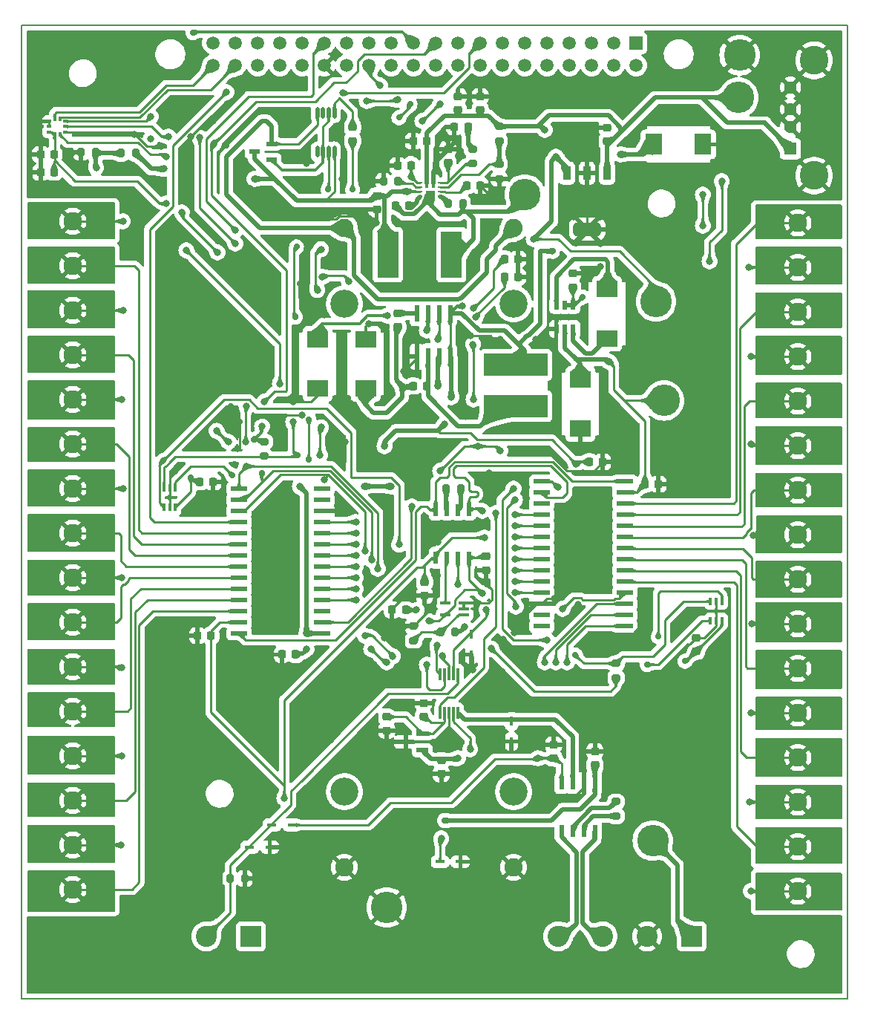
<source format=gbr>
%TF.GenerationSoftware,KiCad,Pcbnew,7.0.10*%
%TF.CreationDate,2024-02-10T20:18:10-06:00*%
%TF.ProjectId,DAQ,4441512e-6b69-4636-9164-5f7063625858,rev?*%
%TF.SameCoordinates,Original*%
%TF.FileFunction,Copper,L1,Top*%
%TF.FilePolarity,Positive*%
%FSLAX46Y46*%
G04 Gerber Fmt 4.6, Leading zero omitted, Abs format (unit mm)*
G04 Created by KiCad (PCBNEW 7.0.10) date 2024-02-10 20:18:10*
%MOMM*%
%LPD*%
G01*
G04 APERTURE LIST*
G04 Aperture macros list*
%AMRoundRect*
0 Rectangle with rounded corners*
0 $1 Rounding radius*
0 $2 $3 $4 $5 $6 $7 $8 $9 X,Y pos of 4 corners*
0 Add a 4 corners polygon primitive as box body*
4,1,4,$2,$3,$4,$5,$6,$7,$8,$9,$2,$3,0*
0 Add four circle primitives for the rounded corners*
1,1,$1+$1,$2,$3*
1,1,$1+$1,$4,$5*
1,1,$1+$1,$6,$7*
1,1,$1+$1,$8,$9*
0 Add four rect primitives between the rounded corners*
20,1,$1+$1,$2,$3,$4,$5,0*
20,1,$1+$1,$4,$5,$6,$7,0*
20,1,$1+$1,$6,$7,$8,$9,0*
20,1,$1+$1,$8,$9,$2,$3,0*%
G04 Aperture macros list end*
%TA.AperFunction,NonConductor*%
%ADD10C,0.200000*%
%TD*%
%TA.AperFunction,ComponentPad*%
%ADD11C,2.108200*%
%TD*%
%TA.AperFunction,ComponentPad*%
%ADD12C,3.600000*%
%TD*%
%TA.AperFunction,ComponentPad*%
%ADD13R,2.400000X2.400000*%
%TD*%
%TA.AperFunction,ComponentPad*%
%ADD14C,2.400000*%
%TD*%
%TA.AperFunction,SMDPad,CuDef*%
%ADD15R,2.387600X1.955800*%
%TD*%
%TA.AperFunction,SMDPad,CuDef*%
%ADD16R,1.270000X0.558800*%
%TD*%
%TA.AperFunction,SMDPad,CuDef*%
%ADD17RoundRect,0.200000X-0.275000X0.200000X-0.275000X-0.200000X0.275000X-0.200000X0.275000X0.200000X0*%
%TD*%
%TA.AperFunction,SMDPad,CuDef*%
%ADD18RoundRect,0.225000X-0.250000X0.225000X-0.250000X-0.225000X0.250000X-0.225000X0.250000X0.225000X0*%
%TD*%
%TA.AperFunction,SMDPad,CuDef*%
%ADD19RoundRect,0.200000X0.200000X0.275000X-0.200000X0.275000X-0.200000X-0.275000X0.200000X-0.275000X0*%
%TD*%
%TA.AperFunction,SMDPad,CuDef*%
%ADD20RoundRect,0.225000X-0.225000X-0.250000X0.225000X-0.250000X0.225000X0.250000X-0.225000X0.250000X0*%
%TD*%
%TA.AperFunction,SMDPad,CuDef*%
%ADD21R,2.413000X5.334000*%
%TD*%
%TA.AperFunction,SMDPad,CuDef*%
%ADD22RoundRect,0.225000X0.250000X-0.225000X0.250000X0.225000X-0.250000X0.225000X-0.250000X-0.225000X0*%
%TD*%
%TA.AperFunction,SMDPad,CuDef*%
%ADD23R,1.111200X0.450800*%
%TD*%
%TA.AperFunction,SMDPad,CuDef*%
%ADD24RoundRect,0.225000X0.225000X0.250000X-0.225000X0.250000X-0.225000X-0.250000X0.225000X-0.250000X0*%
%TD*%
%TA.AperFunction,ComponentPad*%
%ADD25R,1.508000X1.508000*%
%TD*%
%TA.AperFunction,ComponentPad*%
%ADD26C,1.508000*%
%TD*%
%TA.AperFunction,SMDPad,CuDef*%
%ADD27R,1.879600X0.558800*%
%TD*%
%TA.AperFunction,SMDPad,CuDef*%
%ADD28R,7.289800X2.590800*%
%TD*%
%TA.AperFunction,SMDPad,CuDef*%
%ADD29R,0.838200X1.600200*%
%TD*%
%TA.AperFunction,SMDPad,CuDef*%
%ADD30RoundRect,0.400050X1.174750X0.400050X-1.174750X0.400050X-1.174750X-0.400050X1.174750X-0.400050X0*%
%TD*%
%TA.AperFunction,SMDPad,CuDef*%
%ADD31R,0.558800X1.460500*%
%TD*%
%TA.AperFunction,SMDPad,CuDef*%
%ADD32RoundRect,0.200000X0.275000X-0.200000X0.275000X0.200000X-0.275000X0.200000X-0.275000X-0.200000X0*%
%TD*%
%TA.AperFunction,SMDPad,CuDef*%
%ADD33R,0.599999X1.000000*%
%TD*%
%TA.AperFunction,SMDPad,CuDef*%
%ADD34R,0.355600X0.850900*%
%TD*%
%TA.AperFunction,ComponentPad*%
%ADD35R,1.428000X1.428000*%
%TD*%
%TA.AperFunction,ComponentPad*%
%ADD36C,1.428000*%
%TD*%
%TA.AperFunction,ComponentPad*%
%ADD37C,3.276000*%
%TD*%
%TA.AperFunction,SMDPad,CuDef*%
%ADD38RoundRect,0.200000X-0.200000X-0.275000X0.200000X-0.275000X0.200000X0.275000X-0.200000X0.275000X0*%
%TD*%
%TA.AperFunction,SMDPad,CuDef*%
%ADD39R,0.558800X1.981200*%
%TD*%
%TA.AperFunction,SMDPad,CuDef*%
%ADD40R,1.955800X2.387600*%
%TD*%
%TA.AperFunction,SMDPad,CuDef*%
%ADD41R,1.320800X0.558800*%
%TD*%
%TA.AperFunction,SMDPad,CuDef*%
%ADD42R,1.587500X0.558800*%
%TD*%
%TA.AperFunction,SMDPad,CuDef*%
%ADD43R,0.450800X1.111200*%
%TD*%
%TA.AperFunction,SMDPad,CuDef*%
%ADD44R,0.330200X1.371600*%
%TD*%
%TA.AperFunction,SMDPad,CuDef*%
%ADD45R,1.168400X0.355600*%
%TD*%
%TA.AperFunction,SMDPad,CuDef*%
%ADD46R,0.406400X0.558800*%
%TD*%
%TA.AperFunction,SMDPad,CuDef*%
%ADD47R,0.558800X0.406400*%
%TD*%
%TA.AperFunction,SMDPad,CuDef*%
%ADD48RoundRect,0.218750X-0.218750X-0.256250X0.218750X-0.256250X0.218750X0.256250X-0.218750X0.256250X0*%
%TD*%
%TA.AperFunction,SMDPad,CuDef*%
%ADD49O,0.449999X1.350000*%
%TD*%
%TA.AperFunction,SMDPad,CuDef*%
%ADD50R,0.549999X0.249999*%
%TD*%
%TA.AperFunction,SMDPad,CuDef*%
%ADD51R,0.449999X1.100000*%
%TD*%
%TA.AperFunction,SMDPad,CuDef*%
%ADD52R,1.100000X1.100000*%
%TD*%
%TA.AperFunction,ComponentPad*%
%ADD53C,0.700000*%
%TD*%
%TA.AperFunction,ComponentPad*%
%ADD54C,2.082800*%
%TD*%
%TA.AperFunction,ComponentPad*%
%ADD55C,3.200400*%
%TD*%
%TA.AperFunction,ViaPad*%
%ADD56C,0.800000*%
%TD*%
%TA.AperFunction,ViaPad*%
%ADD57C,0.700000*%
%TD*%
%TA.AperFunction,Conductor*%
%ADD58C,0.250000*%
%TD*%
%TA.AperFunction,Conductor*%
%ADD59C,0.500000*%
%TD*%
%TA.AperFunction,Conductor*%
%ADD60C,0.300000*%
%TD*%
G04 APERTURE END LIST*
D10*
X24384000Y-83312000D02*
X118618000Y-83312000D01*
X118618000Y-194310000D01*
X24384000Y-194310000D01*
X24384000Y-83312000D01*
D11*
%TO.P,J2,1,Pin_1*%
%TO.N,Net-(J2-Pin_1)*%
X112940253Y-105839253D03*
%TO.P,J2,2,Pin_2*%
%TO.N,Net-(J2-Pin_2)*%
X112940253Y-110919253D03*
%TO.P,J2,3,Pin_3*%
%TO.N,Net-(J2-Pin_3)*%
X112940253Y-115999253D03*
%TO.P,J2,4,Pin_4*%
%TO.N,Net-(J2-Pin_4)*%
X112940253Y-121079253D03*
%TO.P,J2,5,Pin_5*%
%TO.N,Net-(J2-Pin_5)*%
X112940253Y-126159253D03*
%TO.P,J2,6,Pin_6*%
%TO.N,Net-(J2-Pin_6)*%
X112940253Y-131239253D03*
%TO.P,J2,7,Pin_7*%
%TO.N,Net-(J2-Pin_7)*%
X112940253Y-136319253D03*
%TO.P,J2,8,Pin_8*%
%TO.N,Net-(J2-Pin_8)*%
X112940253Y-141399253D03*
%TO.P,J2,9,Pin_9*%
%TO.N,Net-(J2-Pin_9)*%
X112940253Y-146479253D03*
%TO.P,J2,10,Pin_10*%
%TO.N,Net-(J2-Pin_10)*%
X112940253Y-151559253D03*
%TO.P,J2,11,Pin_11*%
%TO.N,Net-(J2-Pin_11)*%
X112940253Y-156639253D03*
%TO.P,J2,12,Pin_12*%
%TO.N,Net-(J2-Pin_12)*%
X112940253Y-161719253D03*
%TO.P,J2,13,Pin_13*%
%TO.N,Net-(J2-Pin_13)*%
X112940253Y-166799253D03*
%TO.P,J2,14,Pin_14*%
%TO.N,Net-(J2-Pin_14)*%
X112940253Y-171879253D03*
%TO.P,J2,15,Pin_15*%
%TO.N,Net-(J2-Pin_15)*%
X112940253Y-176959253D03*
%TO.P,J2,16,Pin_16*%
%TO.N,Net-(J2-Pin_16)*%
X112940253Y-182039253D03*
%TD*%
D12*
%TO.P,TP6,1,1*%
%TO.N,-5V*%
X97663000Y-126111000D03*
%TD*%
D13*
%TO.P,J4,1,Pin_1*%
%TO.N,+12V*%
X50546000Y-187198000D03*
D14*
%TO.P,J4,2,Pin_2*%
%TO.N,/PRESSURE_TRANSMITTER_LINE*%
X45466000Y-187198000D03*
%TD*%
D15*
%TO.P,C1,1*%
%TO.N,GND*%
X88138000Y-129311400D03*
%TO.P,C1,2*%
%TO.N,-5V*%
X88138000Y-123672600D03*
%TD*%
D16*
%TO.P,MOSFET1,1,G*%
%TO.N,Net-(MOSFET1-G)*%
X52899399Y-98652497D03*
%TO.P,MOSFET1,2,S*%
%TO.N,Net-(MOSFET1-S)*%
X52899399Y-96822499D03*
%TO.P,MOSFET1,3,D*%
%TO.N,/PRE-BOOST_LINE*%
X50968999Y-97737498D03*
%TD*%
D17*
%TO.P,R10,1*%
%TO.N,/MISO_LINE*%
X92202000Y-156084000D03*
%TO.P,R10,2*%
%TO.N,/MOSI_LINE*%
X92202000Y-157734000D03*
%TD*%
D18*
%TO.P,C14,1*%
%TO.N,Net-(U4-VA)*%
X66040000Y-162179000D03*
%TO.P,C14,2*%
%TO.N,GND*%
X66040000Y-163729000D03*
%TD*%
D19*
%TO.P,R4,1*%
%TO.N,+3.3V*%
X73850000Y-152527000D03*
%TO.P,R4,2*%
%TO.N,Net-(U14-1IN+)*%
X72200000Y-152527000D03*
%TD*%
D20*
%TO.P,C23,1*%
%TO.N,+3.3V*%
X44691000Y-135382000D03*
%TO.P,C23,2*%
%TO.N,GND*%
X46241000Y-135382000D03*
%TD*%
D21*
%TO.P,L1,1,1*%
%TO.N,/PRE-BOOST_LINE*%
X66167000Y-109474000D03*
%TO.P,L1,2,2*%
%TO.N,Net-(U1-SW)*%
X73406000Y-109474000D03*
%TD*%
D22*
%TO.P,C18,1*%
%TO.N,+5V*%
X74198000Y-92977000D03*
%TO.P,C18,2*%
%TO.N,GND*%
X74198000Y-91427000D03*
%TD*%
D23*
%TO.P,CR3,1*%
%TO.N,/Battery_Volt_Line*%
X72136000Y-178689000D03*
%TO.P,CR3,2*%
%TO.N,GND*%
X74436000Y-178689000D03*
%TD*%
D22*
%TO.P,C15,1*%
%TO.N,Net-(U13-VCAPH)*%
X62144999Y-96480498D03*
%TO.P,C15,2*%
%TO.N,Net-(U13-VCAPL)*%
X62144999Y-94930498D03*
%TD*%
D24*
%TO.P,C3,1*%
%TO.N,Net-(U1-BOOT)*%
X68593000Y-103886000D03*
%TO.P,C3,2*%
%TO.N,Net-(U1-SW)*%
X67043000Y-103886000D03*
%TD*%
D23*
%TO.P,CR5,1*%
%TO.N,+3.3V*%
X55252000Y-174498000D03*
%TO.P,CR5,2*%
%TO.N,/PRESSURE_TRANSMITTER_LINE*%
X52952000Y-174498000D03*
%TD*%
D25*
%TO.P,A1,1,3V3[1]*%
%TO.N,unconnected-(A1-3V3[1]-Pad1)*%
X94488000Y-85344000D03*
D26*
%TO.P,A1,2,5V[1]*%
%TO.N,unconnected-(A1-5V[1]-Pad2)*%
X94488000Y-87884000D03*
%TO.P,A1,3,GPIO2/SDA*%
%TO.N,unconnected-(A1-GPIO2{slash}SDA-Pad3)*%
X91948000Y-85344000D03*
%TO.P,A1,4,5V[2]*%
%TO.N,unconnected-(A1-5V[2]-Pad4)*%
X91948000Y-87884000D03*
%TO.P,A1,5,GPIO3/SCL*%
%TO.N,unconnected-(A1-GPIO3{slash}SCL-Pad5)*%
X89408000Y-85344000D03*
%TO.P,A1,6,GND[8]*%
%TO.N,unconnected-(A1-GND[8]-Pad6)*%
X89408000Y-87884000D03*
%TO.P,A1,7,GPIO4/GPCKL0*%
%TO.N,unconnected-(A1-GPIO4{slash}GPCKL0-Pad7)*%
X86868000Y-85344000D03*
%TO.P,A1,8,TXD0/GPIO14*%
%TO.N,unconnected-(A1-TXD0{slash}GPIO14-Pad8)*%
X86868000Y-87884000D03*
%TO.P,A1,9,GND[1]*%
%TO.N,unconnected-(A1-GND[1]-Pad9)*%
X84328000Y-85344000D03*
%TO.P,A1,10,RXD0/GPIO15*%
%TO.N,unconnected-(A1-RXD0{slash}GPIO15-Pad10)*%
X84328000Y-87884000D03*
%TO.P,A1,11,GPIO17/GEN0*%
%TO.N,unconnected-(A1-GPIO17{slash}GEN0-Pad11)*%
X81788000Y-85344000D03*
%TO.P,A1,12,GPIO18*%
%TO.N,unconnected-(A1-GPIO18-Pad12)*%
X81788000Y-87884000D03*
%TO.P,A1,13,GPIO27/GEN2*%
%TO.N,unconnected-(A1-GPIO27{slash}GEN2-Pad13)*%
X79248000Y-85344000D03*
%TO.P,A1,14,GND[4]*%
%TO.N,unconnected-(A1-GND[4]-Pad14)*%
X79248000Y-87884000D03*
%TO.P,A1,15,GPIO22/GEN3*%
%TO.N,/U3_ENABLE*%
X76708000Y-85344000D03*
%TO.P,A1,16,GEN4/GPIO23*%
%TO.N,/U6_ENABLE*%
X76708000Y-87884000D03*
%TO.P,A1,17,3V3[2]*%
%TO.N,unconnected-(A1-3V3[2]-Pad17)*%
X74168000Y-85344000D03*
%TO.P,A1,18,GEN5/GPIO24*%
%TO.N,/MUX_A0*%
X74168000Y-87884000D03*
%TO.P,A1,19,GPIO10/MOSI*%
%TO.N,/MOSI_LINE*%
X71628000Y-85344000D03*
%TO.P,A1,20,GND[5]*%
%TO.N,unconnected-(A1-GND[5]-Pad20)*%
X71628000Y-87884000D03*
%TO.P,A1,21,GPIO9/MISO*%
%TO.N,/MISO_LINE*%
X69088000Y-85344000D03*
%TO.P,A1,22,GEN/6GPIO25*%
%TO.N,/MUX_A1*%
X69088000Y-87884000D03*
%TO.P,A1,23,GPIO11/SCLK*%
%TO.N,/SCLK_LINE*%
X66548000Y-85344000D03*
%TO.P,A1,24,~{CE0}/GPIO8*%
%TO.N,/TEMPERATURE_SENSOR_U8_CS_LINE*%
X66548000Y-87884000D03*
%TO.P,A1,25,GND[2]*%
%TO.N,unconnected-(A1-GND[2]-Pad25)*%
X64008000Y-85344000D03*
%TO.P,A1,26,~{CE1}/~{GPIO7}*%
%TO.N,/TEMPERATURE_SENSOR_U7_CS_LINE*%
X64008000Y-87884000D03*
%TO.P,A1,27,ID_SD*%
%TO.N,unconnected-(A1-ID_SD-Pad27)*%
X61468000Y-85344000D03*
%TO.P,A1,28,ID_SC*%
%TO.N,unconnected-(A1-ID_SC-Pad28)*%
X61468000Y-87884000D03*
%TO.P,A1,29,GPIO5*%
%TO.N,/ADC_U4_CS_LINE*%
X58928000Y-85344000D03*
%TO.P,A1,30,GND[6]*%
%TO.N,GND*%
X58928000Y-87884000D03*
%TO.P,A1,31,GPIO6*%
%TO.N,unconnected-(A1-GPIO6-Pad31)*%
X56388000Y-85344000D03*
%TO.P,A1,32,GPIO12*%
%TO.N,unconnected-(A1-GPIO12-Pad32)*%
X56388000Y-87884000D03*
%TO.P,A1,33,GPIO13*%
%TO.N,unconnected-(A1-GPIO13-Pad33)*%
X53848000Y-85344000D03*
%TO.P,A1,34,GND[7]*%
%TO.N,unconnected-(A1-GND[7]-Pad34)*%
X53848000Y-87884000D03*
%TO.P,A1,35,GPIO19*%
%TO.N,unconnected-(A1-GPIO19-Pad35)*%
X51308000Y-85344000D03*
%TO.P,A1,36,GPIO16*%
%TO.N,unconnected-(A1-GPIO16-Pad36)*%
X51308000Y-87884000D03*
%TO.P,A1,37,GPIO26*%
%TO.N,/MUX_A2*%
X48768000Y-85344000D03*
%TO.P,A1,38,GPIO20*%
%TO.N,/U15_CS_LINE*%
X48768000Y-87884000D03*
%TO.P,A1,39,GND[3]*%
%TO.N,unconnected-(A1-GND[3]-Pad39)*%
X46228000Y-85344000D03*
%TO.P,A1,40,GPIO21*%
%TO.N,/U15_INTERRUPT*%
X46228000Y-87884000D03*
%TD*%
D27*
%TO.P,U6,1,VDD*%
%TO.N,+5V*%
X83730253Y-135303253D03*
%TO.P,U6,2,DB*%
%TO.N,/INA819ID-IN_LINE*%
X83730253Y-136573253D03*
%TO.P,U6,3,NC*%
%TO.N,unconnected-(U6-NC-Pad3)*%
X83730253Y-137843253D03*
%TO.P,U6,4,S8B*%
%TO.N,Net-(J2-Pin_2)*%
X83730253Y-139113253D03*
%TO.P,U6,5,S7B*%
%TO.N,Net-(J2-Pin_4)*%
X83730253Y-140383253D03*
%TO.P,U6,6,S6B*%
%TO.N,Net-(J2-Pin_6)*%
X83730253Y-141653253D03*
%TO.P,U6,7,S5B*%
%TO.N,Net-(J2-Pin_8)*%
X83730253Y-142923253D03*
%TO.P,U6,8,S4B*%
%TO.N,Net-(J2-Pin_10)*%
X83730253Y-144193253D03*
%TO.P,U6,9,S3B*%
%TO.N,Net-(J2-Pin_12)*%
X83730253Y-145463253D03*
%TO.P,U6,10,S2B*%
%TO.N,Net-(J2-Pin_14)*%
X83730253Y-146733253D03*
%TO.P,U6,11,S1B*%
%TO.N,Net-(J2-Pin_16)*%
X83730253Y-148003253D03*
%TO.P,U6,12,GND*%
%TO.N,GND*%
X83730253Y-149273253D03*
%TO.P,U6,13,NC*%
%TO.N,unconnected-(U6-NC-Pad13)*%
X83730253Y-150543253D03*
%TO.P,U6,14,NC*%
%TO.N,unconnected-(U6-NC-Pad14)*%
X83730253Y-151813253D03*
%TO.P,U6,15,A2*%
%TO.N,/MUX_A2*%
X93204453Y-151813253D03*
%TO.P,U6,16,A1*%
%TO.N,/MUX_A1*%
X93204453Y-150543253D03*
%TO.P,U6,17,A0*%
%TO.N,/MUX_A0*%
X93204453Y-149273253D03*
%TO.P,U6,18,EN*%
%TO.N,/U6_ENABLE*%
X93204453Y-148003253D03*
%TO.P,U6,19,S1A*%
%TO.N,Net-(J2-Pin_15)*%
X93204453Y-146733253D03*
%TO.P,U6,20,S2A*%
%TO.N,Net-(J2-Pin_13)*%
X93204453Y-145463253D03*
%TO.P,U6,21,S3A*%
%TO.N,Net-(J2-Pin_11)*%
X93204453Y-144193253D03*
%TO.P,U6,22,S4A*%
%TO.N,Net-(J2-Pin_9)*%
X93204453Y-142923253D03*
%TO.P,U6,23,S5A*%
%TO.N,Net-(J2-Pin_7)*%
X93204453Y-141653253D03*
%TO.P,U6,24,S6A*%
%TO.N,Net-(J2-Pin_5)*%
X93204453Y-140383253D03*
%TO.P,U6,25,S7A*%
%TO.N,Net-(J2-Pin_3)*%
X93204453Y-139113253D03*
%TO.P,U6,26,S8A*%
%TO.N,Net-(J2-Pin_1)*%
X93204453Y-137843253D03*
%TO.P,U6,27,VSS*%
%TO.N,-5V*%
X93204453Y-136573253D03*
%TO.P,U6,28,DA*%
%TO.N,/INA819ID_+IN_LINE*%
X93204453Y-135303253D03*
%TD*%
D15*
%TO.P,C9,1*%
%TO.N,GND*%
X63627000Y-119100600D03*
%TO.P,C9,2*%
%TO.N,+12V*%
X63627000Y-124739400D03*
%TD*%
D24*
%TO.P,C34,1*%
%TO.N,+3.3V*%
X68199000Y-149987000D03*
%TO.P,C34,2*%
%TO.N,GND*%
X66649000Y-149987000D03*
%TD*%
D22*
%TO.P,C29,1*%
%TO.N,GND*%
X70358000Y-148349000D03*
%TO.P,C29,2*%
%TO.N,-5V*%
X70358000Y-146799000D03*
%TD*%
D18*
%TO.P,C27,1*%
%TO.N,GND*%
X89789000Y-166103000D03*
%TO.P,C27,2*%
%TO.N,-5V*%
X89789000Y-167653000D03*
%TD*%
D22*
%TO.P,C7,1*%
%TO.N,GND*%
X64897000Y-104312499D03*
%TO.P,C7,2*%
%TO.N,/PRE-BOOST_LINE*%
X64897000Y-102762499D03*
%TD*%
D17*
%TO.P,R13,1*%
%TO.N,Net-(R13-Pad1)*%
X92202000Y-171832000D03*
%TO.P,R13,2*%
%TO.N,Net-(R13-Pad2)*%
X92202000Y-173482000D03*
%TD*%
D28*
%TO.P,L2,1,1*%
%TO.N,+5V*%
X80772000Y-122047000D03*
%TO.P,L2,2,2*%
%TO.N,Net-(D1-A)*%
X80772000Y-126746000D03*
%TD*%
D17*
%TO.P,R8,1*%
%TO.N,Net-(U1-FB)*%
X78867000Y-99169499D03*
%TO.P,R8,2*%
%TO.N,GND*%
X78867000Y-100819499D03*
%TD*%
D11*
%TO.P,J1,1,Pin_1*%
%TO.N,Net-(J1-Pin_1)*%
X30226000Y-181864000D03*
%TO.P,J1,2,Pin_2*%
%TO.N,Net-(J1-Pin_2)*%
X30226000Y-176784000D03*
%TO.P,J1,3,Pin_3*%
%TO.N,Net-(J1-Pin_3)*%
X30226000Y-171704000D03*
%TO.P,J1,4,Pin_4*%
%TO.N,Net-(J1-Pin_4)*%
X30226000Y-166624000D03*
%TO.P,J1,5,Pin_5*%
%TO.N,Net-(J1-Pin_5)*%
X30226000Y-161544000D03*
%TO.P,J1,6,Pin_6*%
%TO.N,Net-(J1-Pin_6)*%
X30226000Y-156464000D03*
%TO.P,J1,7,Pin_7*%
%TO.N,Net-(J1-Pin_7)*%
X30226000Y-151384000D03*
%TO.P,J1,8,Pin_8*%
%TO.N,Net-(J1-Pin_8)*%
X30226000Y-146304000D03*
%TO.P,J1,9,Pin_9*%
%TO.N,Net-(J1-Pin_9)*%
X30226000Y-141224000D03*
%TO.P,J1,10,Pin_10*%
%TO.N,Net-(J1-Pin_10)*%
X30226000Y-136144000D03*
%TO.P,J1,11,Pin_11*%
%TO.N,Net-(J1-Pin_11)*%
X30226000Y-131064000D03*
%TO.P,J1,12,Pin_12*%
%TO.N,Net-(J1-Pin_12)*%
X30226000Y-125984000D03*
%TO.P,J1,13,Pin_13*%
%TO.N,Net-(J1-Pin_13)*%
X30226000Y-120904000D03*
%TO.P,J1,14,Pin_14*%
%TO.N,Net-(J1-Pin_14)*%
X30226000Y-115824000D03*
%TO.P,J1,15,Pin_15*%
%TO.N,Net-(J1-Pin_15)*%
X30226000Y-110744000D03*
%TO.P,J1,16,Pin_16*%
%TO.N,Net-(J1-Pin_16)*%
X30226000Y-105664000D03*
%TD*%
D22*
%TO.P,C26,1*%
%TO.N,+3.3V*%
X85090000Y-166891000D03*
%TO.P,C26,2*%
%TO.N,GND*%
X85090000Y-165341000D03*
%TD*%
D27*
%TO.P,U3,1,VDD*%
%TO.N,+5V*%
X58674000Y-152654000D03*
%TO.P,U3,2,DB*%
%TO.N,/INA819ID-IN_LINE*%
X58674000Y-151384000D03*
%TO.P,U3,3,NC*%
%TO.N,unconnected-(U3-NC-Pad3)*%
X58674000Y-150114000D03*
%TO.P,U3,4,S8B*%
%TO.N,Net-(J1-Pin_2)*%
X58674000Y-148844000D03*
%TO.P,U3,5,S7B*%
%TO.N,Net-(J1-Pin_4)*%
X58674000Y-147574000D03*
%TO.P,U3,6,S6B*%
%TO.N,Net-(J1-Pin_6)*%
X58674000Y-146304000D03*
%TO.P,U3,7,S5B*%
%TO.N,Net-(J1-Pin_8)*%
X58674000Y-145034000D03*
%TO.P,U3,8,S4B*%
%TO.N,Net-(J1-Pin_10)*%
X58674000Y-143764000D03*
%TO.P,U3,9,S3B*%
%TO.N,Net-(J1-Pin_12)*%
X58674000Y-142494000D03*
%TO.P,U3,10,S2B*%
%TO.N,Net-(J1-Pin_14)*%
X58674000Y-141224000D03*
%TO.P,U3,11,S1B*%
%TO.N,Net-(J1-Pin_16)*%
X58674000Y-139954000D03*
%TO.P,U3,12,GND*%
%TO.N,GND*%
X58674000Y-138684000D03*
%TO.P,U3,13,NC*%
%TO.N,unconnected-(U3-NC-Pad13)*%
X58674000Y-137414000D03*
%TO.P,U3,14,NC*%
%TO.N,unconnected-(U3-NC-Pad14)*%
X58674000Y-136144000D03*
%TO.P,U3,15,A2*%
%TO.N,/MUX_A2*%
X49199800Y-136144000D03*
%TO.P,U3,16,A1*%
%TO.N,/MUX_A1*%
X49199800Y-137414000D03*
%TO.P,U3,17,A0*%
%TO.N,/MUX_A0*%
X49199800Y-138684000D03*
%TO.P,U3,18,EN*%
%TO.N,/U3_ENABLE*%
X49199800Y-139954000D03*
%TO.P,U3,19,S1A*%
%TO.N,Net-(J1-Pin_15)*%
X49199800Y-141224000D03*
%TO.P,U3,20,S2A*%
%TO.N,Net-(J1-Pin_13)*%
X49199800Y-142494000D03*
%TO.P,U3,21,S3A*%
%TO.N,Net-(J1-Pin_11)*%
X49199800Y-143764000D03*
%TO.P,U3,22,S4A*%
%TO.N,Net-(J1-Pin_9)*%
X49199800Y-145034000D03*
%TO.P,U3,23,S5A*%
%TO.N,Net-(J1-Pin_7)*%
X49199800Y-146304000D03*
%TO.P,U3,24,S6A*%
%TO.N,Net-(J1-Pin_5)*%
X49199800Y-147574000D03*
%TO.P,U3,25,S7A*%
%TO.N,Net-(J1-Pin_3)*%
X49199800Y-148844000D03*
%TO.P,U3,26,S8A*%
%TO.N,Net-(J1-Pin_1)*%
X49199800Y-150114000D03*
%TO.P,U3,27,VSS*%
%TO.N,-5V*%
X49199800Y-151384000D03*
%TO.P,U3,28,DA*%
%TO.N,/INA819ID_+IN_LINE*%
X49199800Y-152654000D03*
%TD*%
D29*
%TO.P,U12,1,IN*%
%TO.N,+5V*%
X91200000Y-100177600D03*
%TO.P,U12,2,GND*%
%TO.N,GND*%
X88900000Y-100177600D03*
%TO.P,U12,3,OUT*%
%TO.N,+3.3V*%
X86600000Y-100177600D03*
D30*
%TO.P,U12,4,GND*%
%TO.N,GND*%
X88900000Y-106578400D03*
%TD*%
D31*
%TO.P,U11,1,-IN*%
%TO.N,/D-*%
X85979000Y-175190150D03*
%TO.P,U11,2,RG*%
%TO.N,Net-(R13-Pad1)*%
X87249000Y-175190150D03*
%TO.P,U11,3,RG*%
%TO.N,Net-(R13-Pad2)*%
X88519000Y-175190150D03*
%TO.P,U11,4,+IN*%
%TO.N,/D+*%
X89789000Y-175190150D03*
%TO.P,U11,5,-VS*%
%TO.N,-5V*%
X89789000Y-169741850D03*
%TO.P,U11,6,REF*%
%TO.N,GND*%
X88519000Y-169741850D03*
%TO.P,U11,7,OUT*%
%TO.N,/LOAD_CELL_LINE*%
X87249000Y-169741850D03*
%TO.P,U11,8,+VS*%
%TO.N,+3.3V*%
X85979000Y-169741850D03*
%TD*%
D32*
%TO.P,R3,1*%
%TO.N,Net-(U14-1IN+)*%
X69088000Y-153479000D03*
%TO.P,R3,2*%
%TO.N,GND*%
X69088000Y-151829000D03*
%TD*%
D19*
%TO.P,R6,1*%
%TO.N,Net-(R6-Pad1)*%
X74485000Y-136144000D03*
%TO.P,R6,2*%
%TO.N,Net-(R6-Pad2)*%
X72835000Y-136144000D03*
%TD*%
D22*
%TO.P,C4,1*%
%TO.N,Net-(U1-COMP)*%
X73025000Y-98991499D03*
%TO.P,C4,2*%
%TO.N,GND*%
X73025000Y-97441499D03*
%TD*%
D33*
%TO.P,U5,1,GND*%
%TO.N,GND*%
X85409999Y-117961001D03*
%TO.P,U5,2,OUT*%
%TO.N,-5V*%
X86360000Y-117961001D03*
%TO.P,U5,3,CAP-*%
%TO.N,Net-(U5-CAP-)*%
X87309998Y-117961001D03*
%TO.P,U5,4,SD_N*%
%TO.N,+5V*%
X87309998Y-115211001D03*
%TO.P,U5,5,V+*%
X86360000Y-115211001D03*
%TO.P,U5,6,CAP+*%
%TO.N,Net-(U5-CAP+)*%
X85409999Y-115211001D03*
%TD*%
D34*
%TO.P,U7,1,\u002ACS*%
%TO.N,/TEMPERATURE_SENSOR_U7_CS_LINE*%
X104281999Y-148990050D03*
%TO.P,U7,2,GND*%
%TO.N,GND*%
X103632000Y-148990050D03*
%TO.P,U7,3,SIO*%
%TO.N,/MISO_LINE*%
X102982001Y-148990050D03*
%TO.P,U7,4,SCLK*%
%TO.N,/SCLK_LINE*%
X102982001Y-151237950D03*
%TO.P,U7,5,\u002AALERT*%
%TO.N,GND*%
X103632000Y-151237950D03*
%TO.P,U7,6,VDD*%
%TO.N,+3.3V*%
X104281999Y-151237950D03*
%TD*%
D22*
%TO.P,C24,1*%
%TO.N,+3.3V*%
X101346000Y-154699000D03*
%TO.P,C24,2*%
%TO.N,GND*%
X101346000Y-153149000D03*
%TD*%
D35*
%TO.P,J3,1,VCC*%
%TO.N,+5V*%
X112098000Y-97387000D03*
D36*
%TO.P,J3,2,D-*%
%TO.N,GND*%
X112098000Y-94887000D03*
%TO.P,J3,3,D+*%
X112098000Y-92887000D03*
%TO.P,J3,4,GND*%
X112098000Y-90387000D03*
D37*
%TO.P,J3,S1,SHIELD*%
X114808000Y-100457000D03*
%TO.P,J3,S2,SHIELD__1*%
X114808000Y-87317000D03*
%TD*%
D24*
%TO.P,C11,1*%
%TO.N,GND*%
X81026000Y-109982000D03*
%TO.P,C11,2*%
%TO.N,Net-(U10-SS)*%
X79476000Y-109982000D03*
%TD*%
D12*
%TO.P,TP7,1,1*%
%TO.N,GND*%
X66040000Y-183896000D03*
%TD*%
D20*
%TO.P,C32,1*%
%TO.N,GND*%
X44450000Y-152908000D03*
%TO.P,C32,2*%
%TO.N,-5V*%
X46000000Y-152908000D03*
%TD*%
D24*
%TO.P,C36,2*%
%TO.N,GND*%
X26556000Y-100076000D03*
%TO.P,C36,1*%
%TO.N,+3.3V*%
X28106000Y-100076000D03*
%TD*%
D20*
%TO.P,C16,1*%
%TO.N,GND*%
X67284000Y-99314000D03*
%TO.P,C16,2*%
%TO.N,/PRE-BOOST_LINE*%
X68834000Y-99314000D03*
%TD*%
D34*
%TO.P,U8,1,\u002ACS*%
%TO.N,/TEMPERATURE_SENSOR_U8_CS_LINE*%
X41924999Y-136036050D03*
%TO.P,U8,2,GND*%
%TO.N,GND*%
X41275000Y-136036050D03*
%TO.P,U8,3,SIO*%
%TO.N,/MISO_LINE*%
X40625001Y-136036050D03*
%TO.P,U8,4,SCLK*%
%TO.N,/SCLK_LINE*%
X40625001Y-138283950D03*
%TO.P,U8,5,\u002AALERT*%
%TO.N,GND*%
X41275000Y-138283950D03*
%TO.P,U8,6,VDD*%
%TO.N,+3.3V*%
X41924999Y-138283950D03*
%TD*%
D24*
%TO.P,C30,1*%
%TO.N,GND*%
X97041000Y-135636000D03*
%TO.P,C30,2*%
%TO.N,-5V*%
X95491000Y-135636000D03*
%TD*%
D38*
%TO.P,R14,1*%
%TO.N,/Battery_Volt_Line*%
X35751000Y-97917000D03*
%TO.P,R14,2*%
%TO.N,/PRE-BOOST_LINE*%
X37401000Y-97917000D03*
%TD*%
D18*
%TO.P,C20,1*%
%TO.N,+5V*%
X72263000Y-167132000D03*
%TO.P,C20,2*%
%TO.N,GND*%
X72263000Y-168682000D03*
%TD*%
D12*
%TO.P,TP1,1,1*%
%TO.N,+5V*%
X106172000Y-91567000D03*
%TD*%
%TO.P,TP5,1,1*%
%TO.N,Net-(U1-SW)*%
X81788000Y-102616000D03*
%TD*%
D15*
%TO.P,C2,1*%
%TO.N,Net-(U5-CAP-)*%
X91186000Y-119024400D03*
%TO.P,C2,2*%
%TO.N,Net-(U5-CAP+)*%
X91186000Y-113385600D03*
%TD*%
D24*
%TO.P,C10,1*%
%TO.N,GND*%
X81026000Y-112014000D03*
%TO.P,C10,2*%
%TO.N,Net-(U10-REF)*%
X79476000Y-112014000D03*
%TD*%
D18*
%TO.P,C6,1*%
%TO.N,Net-(U10-COMP)*%
X67310000Y-116154200D03*
%TO.P,C6,2*%
%TO.N,+12V*%
X67310000Y-117704200D03*
%TD*%
D39*
%TO.P,U10,1,EN*%
%TO.N,+5V*%
X73279000Y-116154200D03*
%TO.P,U10,2,REF*%
%TO.N,Net-(U10-REF)*%
X72009000Y-116154200D03*
%TO.P,U10,3,SS*%
%TO.N,Net-(U10-SS)*%
X70739000Y-116154200D03*
%TO.P,U10,4,COMP*%
%TO.N,Net-(U10-COMP)*%
X69469000Y-116154200D03*
%TO.P,U10,5,GND*%
%TO.N,GND*%
X69469000Y-121081800D03*
%TO.P,U10,6,OUT*%
%TO.N,Net-(D1-A)*%
X70739000Y-121081800D03*
%TO.P,U10,7,FB*%
%TO.N,+12V*%
X72009000Y-121081800D03*
%TO.P,U10,8,VCC*%
%TO.N,+5V*%
X73279000Y-121081800D03*
%TD*%
D22*
%TO.P,C28,1*%
%TO.N,GND*%
X77343000Y-145428000D03*
%TO.P,C28,2*%
%TO.N,+3.3V*%
X77343000Y-143878000D03*
%TD*%
D40*
%TO.P,C12,1*%
%TO.N,GND*%
X102133400Y-96901000D03*
%TO.P,C12,2*%
%TO.N,+3.3V*%
X96494600Y-96901000D03*
%TD*%
D31*
%TO.P,U2,1,-IN*%
%TO.N,/INA819ID-IN_LINE*%
X75438000Y-138569700D03*
%TO.P,U2,2,RG*%
%TO.N,Net-(R6-Pad1)*%
X74168000Y-138569700D03*
%TO.P,U2,3,RG*%
%TO.N,Net-(R6-Pad2)*%
X72898000Y-138569700D03*
%TO.P,U2,4,+IN*%
%TO.N,/INA819ID_+IN_LINE*%
X71628000Y-138569700D03*
%TO.P,U2,5,-VS*%
%TO.N,-5V*%
X71628000Y-144018000D03*
%TO.P,U2,6,REF*%
%TO.N,Net-(U14-OUT)*%
X72898000Y-144018000D03*
%TO.P,U2,7,OUT*%
%TO.N,/THERMO_AMP_LINE*%
X74168000Y-144018000D03*
%TO.P,U2,8,+VS*%
%TO.N,+3.3V*%
X75438000Y-144018000D03*
%TD*%
D24*
%TO.P,C8,1*%
%TO.N,+5V*%
X70625000Y-96520000D03*
%TO.P,C8,2*%
%TO.N,GND*%
X69075000Y-96520000D03*
%TD*%
D19*
%TO.P,R2,1*%
%TO.N,Net-(U1-ILIM)*%
X67310000Y-101092000D03*
%TO.P,R2,2*%
%TO.N,GND*%
X65660000Y-101092000D03*
%TD*%
D41*
%TO.P,U9,1,IN*%
%TO.N,+5V*%
X70104000Y-165984002D03*
%TO.P,U9,2,OUT*%
%TO.N,Net-(U4-VA)*%
X70104000Y-164084000D03*
D42*
%TO.P,U9,3,GND*%
%TO.N,GND*%
X68205350Y-165034001D03*
%TD*%
D43*
%TO.P,CR1,1*%
%TO.N,/LOAD_CELL_LINE*%
X80264000Y-162680000D03*
%TO.P,CR1,2*%
%TO.N,GND*%
X80264000Y-164980000D03*
%TD*%
D20*
%TO.P,C31,1*%
%TO.N,+5V*%
X89141000Y-133096000D03*
%TO.P,C31,2*%
%TO.N,GND*%
X90691000Y-133096000D03*
%TD*%
D44*
%TO.P,U4,1,~CS*%
%TO.N,/ADC_U4_CS_LINE*%
X72151999Y-161709100D03*
%TO.P,U4,2,VA*%
%TO.N,Net-(U4-VA)*%
X72652001Y-161709100D03*
%TO.P,U4,3,GND*%
%TO.N,GND*%
X73152000Y-161709100D03*
%TO.P,U4,4,IN4*%
%TO.N,/Battery_Volt_Line*%
X73651999Y-161709100D03*
%TO.P,U4,5,IN3*%
%TO.N,/LOAD_CELL_LINE*%
X74152001Y-161709100D03*
%TO.P,U4,6,IN2*%
%TO.N,/PRESSURE_TRANSMITTER_LINE*%
X74152001Y-157314900D03*
%TO.P,U4,7,IN1*%
%TO.N,/THERMO_AMP_LINE*%
X73651999Y-157314900D03*
%TO.P,U4,8,DIN*%
%TO.N,/MOSI_LINE*%
X73152000Y-157314900D03*
%TO.P,U4,9,DOUT*%
%TO.N,/MISO_LINE*%
X72652001Y-157314900D03*
%TO.P,U4,10,SCLK*%
%TO.N,/SCLK_LINE*%
X72151999Y-157314900D03*
%TD*%
D45*
%TO.P,U14,1,1IN+*%
%TO.N,Net-(U14-1IN+)*%
X74828400Y-150509999D03*
%TO.P,U14,2,GND*%
%TO.N,GND*%
X74828400Y-149860000D03*
%TO.P,U14,3,1IN-*%
X74828400Y-149210001D03*
%TO.P,U14,4,OUT*%
%TO.N,Net-(U14-OUT)*%
X72745600Y-149210001D03*
%TO.P,U14,5,VCC+*%
%TO.N,+3.3V*%
X72745600Y-150509999D03*
%TD*%
D38*
%TO.P,R1,1*%
%TO.N,Net-(U1-FSW)*%
X73089000Y-103632000D03*
%TO.P,R1,2*%
%TO.N,Net-(U1-SW)*%
X74739000Y-103632000D03*
%TD*%
D46*
%TO.P,U15,1,VDD_IO*%
%TO.N,+3.3V*%
X28148001Y-95796100D03*
%TO.P,U15,2,SCL/SPC*%
%TO.N,/SCLK_LINE*%
X28747999Y-95796100D03*
D47*
%TO.P,U15,3,RES*%
%TO.N,GND*%
X29375100Y-95468999D03*
%TO.P,U15,4,SDA/SDI/SDO*%
%TO.N,/MOSI_LINE*%
X29375100Y-94869000D03*
%TO.P,U15,5,SDO/SA0*%
%TO.N,/MISO_LINE*%
X29375100Y-94269001D03*
D46*
%TO.P,U15,6,CS*%
%TO.N,/U15_CS_LINE*%
X28747999Y-93941900D03*
%TO.P,U15,7,INT_DRDY*%
%TO.N,/U15_INTERRUPT*%
X28148001Y-93941900D03*
D47*
%TO.P,U15,8,GND*%
%TO.N,GND*%
X27520900Y-94269001D03*
%TO.P,U15,9,GND*%
X27520900Y-94869000D03*
%TO.P,U15,10,VDD*%
%TO.N,+3.3V*%
X27520900Y-95468999D03*
%TD*%
D13*
%TO.P,J5,1,Pin_1*%
%TO.N,+12V*%
X100838000Y-187198000D03*
D14*
%TO.P,J5,2,Pin_2*%
%TO.N,GND*%
X95758000Y-187198000D03*
%TO.P,J5,3,Pin_3*%
%TO.N,/D+*%
X90678000Y-187198000D03*
%TO.P,J5,4,Pin_4*%
%TO.N,/D-*%
X85598000Y-187198000D03*
%TD*%
D17*
%TO.P,R7,1*%
%TO.N,+5V*%
X78867000Y-94851499D03*
%TO.P,R7,2*%
%TO.N,Net-(U1-FB)*%
X78867000Y-96501499D03*
%TD*%
D18*
%TO.P,C13,1*%
%TO.N,GND*%
X91186000Y-94996000D03*
%TO.P,C13,2*%
%TO.N,+5V*%
X91186000Y-96546000D03*
%TD*%
D12*
%TO.P,TP3,1,1*%
%TO.N,+3.3V*%
X96774000Y-114808000D03*
%TD*%
D24*
%TO.P,C5,1*%
%TO.N,Net-(C5-Pad1)*%
X75324000Y-94901499D03*
%TO.P,C5,2*%
%TO.N,GND*%
X73774000Y-94901499D03*
%TD*%
D22*
%TO.P,C25,1*%
%TO.N,+5V*%
X87249000Y-113170000D03*
%TO.P,C25,2*%
%TO.N,GND*%
X87249000Y-111620000D03*
%TD*%
D23*
%TO.P,CR4,1*%
%TO.N,/PRESSURE_TRANSMITTER_LINE*%
X50412000Y-177038000D03*
%TO.P,CR4,2*%
%TO.N,GND*%
X52712000Y-177038000D03*
%TD*%
D48*
%TO.P,D1,1,K*%
%TO.N,+12V*%
X69062500Y-124460000D03*
%TO.P,D1,2,A*%
%TO.N,Net-(D1-A)*%
X70637500Y-124460000D03*
%TD*%
D24*
%TO.P,C17,1*%
%TO.N,GND*%
X76721000Y-101600000D03*
%TO.P,C17,2*%
%TO.N,Net-(U1-VCC)*%
X75171000Y-101600000D03*
%TD*%
D49*
%TO.P,U13,1,VCAPL*%
%TO.N,Net-(U13-VCAPL)*%
X60071998Y-93287497D03*
%TO.P,U13,2,GATE_PULL_DOWN*%
%TO.N,Net-(MOSFET1-G)*%
X59421997Y-93287497D03*
%TO.P,U13,3,NC*%
%TO.N,unconnected-(U13-NC-Pad3)*%
X58771998Y-93287497D03*
%TO.P,U13,4,ANODE*%
%TO.N,Net-(MOSFET1-S)*%
X58121997Y-93287497D03*
%TO.P,U13,5,NC*%
%TO.N,unconnected-(U13-NC-Pad5)*%
X58121997Y-97737498D03*
%TO.P,U13,6,GATE_DRIVE*%
%TO.N,Net-(MOSFET1-G)*%
X58771998Y-97737498D03*
%TO.P,U13,7,VCAPH*%
%TO.N,Net-(U13-VCAPH)*%
X59421997Y-97737498D03*
%TO.P,U13,8,CATHODE*%
%TO.N,/PRE-BOOST_LINE*%
X60071998Y-97737498D03*
%TD*%
D15*
%TO.P,C21,1*%
%TO.N,+5V*%
X58166000Y-119100600D03*
%TO.P,C21,2*%
%TO.N,GND*%
X58166000Y-124739400D03*
%TD*%
D22*
%TO.P,C19,1*%
%TO.N,+5V*%
X76708000Y-92977000D03*
%TO.P,C19,2*%
%TO.N,GND*%
X76708000Y-91427000D03*
%TD*%
D38*
%TO.P,R11,1*%
%TO.N,/PRESSURE_TRANSMITTER_LINE*%
X48197000Y-180594000D03*
%TO.P,R11,2*%
%TO.N,GND*%
X49847000Y-180594000D03*
%TD*%
D24*
%TO.P,C33,1*%
%TO.N,+5V*%
X55652000Y-155067000D03*
%TO.P,C33,2*%
%TO.N,GND*%
X54102000Y-155067000D03*
%TD*%
D12*
%TO.P,TP4,1,1*%
%TO.N,+12V*%
X96393000Y-176276000D03*
%TD*%
%TO.P,TP2,1,1*%
%TO.N,GND*%
X106299000Y-86741000D03*
%TD*%
D32*
%TO.P,R5,1*%
%TO.N,Net-(U1-COMP)*%
X75819000Y-99091499D03*
%TO.P,R5,2*%
%TO.N,Net-(C5-Pad1)*%
X75819000Y-97441499D03*
%TD*%
D43*
%TO.P,CR2,1*%
%TO.N,/THERMO_AMP_LINE*%
X75692000Y-152774000D03*
%TO.P,CR2,2*%
%TO.N,GND*%
X75692000Y-155074000D03*
%TD*%
D50*
%TO.P,U1,1,FSW*%
%TO.N,Net-(U1-FSW)*%
X72167999Y-102764501D03*
%TO.P,U1,2,VCC*%
%TO.N,Net-(U1-VCC)*%
X72167999Y-102264500D03*
%TO.P,U1,3,FB*%
%TO.N,Net-(U1-FB)*%
X72167999Y-101764500D03*
%TO.P,U1,4,COMP*%
%TO.N,Net-(U1-COMP)*%
X72167999Y-101264499D03*
D51*
%TO.P,U1,5,GND*%
%TO.N,GND*%
X71342999Y-101314499D03*
%TO.P,U1,6,VOUT*%
%TO.N,+5V*%
X70643001Y-101314499D03*
D50*
%TO.P,U1,7,EN*%
%TO.N,/PRE-BOOST_LINE*%
X69818001Y-101264499D03*
%TO.P,U1,8,ILIM*%
%TO.N,Net-(U1-ILIM)*%
X69818001Y-101764500D03*
%TO.P,U1,9,VIN*%
%TO.N,/PRE-BOOST_LINE*%
X69818001Y-102264500D03*
%TO.P,U1,10,BOOT*%
%TO.N,Net-(U1-BOOT)*%
X69818001Y-102764501D03*
D52*
%TO.P,U1,11,SW*%
%TO.N,Net-(U1-SW)*%
X70993000Y-102714501D03*
D53*
%TO.P,U1,V*%
X70993000Y-103014501D03*
%TD*%
D22*
%TO.P,C22,1*%
%TO.N,Net-(U4-VA)*%
X70231000Y-162179000D03*
%TO.P,C22,2*%
%TO.N,GND*%
X70231000Y-160629000D03*
%TD*%
D32*
%TO.P,R9,1*%
%TO.N,/MISO_LINE*%
X52070000Y-132461000D03*
%TO.P,R9,2*%
%TO.N,/MOSI_LINE*%
X52070000Y-130811000D03*
%TD*%
D24*
%TO.P,C35,2*%
%TO.N,GND*%
X26543000Y-98044000D03*
%TO.P,C35,1*%
%TO.N,+3.3V*%
X28093000Y-98044000D03*
%TD*%
D19*
%TO.P,R12,1*%
%TO.N,/Battery_Volt_Line*%
X32829000Y-97790000D03*
%TO.P,R12,2*%
%TO.N,GND*%
X31179000Y-97790000D03*
%TD*%
D54*
%TO.P,B1,1,1*%
%TO.N,Net-(MOSFET1-S)*%
X61217998Y-106427991D03*
%TO.P,B1,2,2*%
X80518000Y-106427991D03*
%TO.P,B1,3,3*%
%TO.N,GND*%
X80518000Y-179328003D03*
%TO.P,B1,4,4*%
X61217998Y-179328003D03*
D55*
%TO.P,B1,5*%
%TO.N,N/C*%
X80518000Y-115067994D03*
%TO.P,B1,6*%
X80518000Y-170688000D03*
%TO.P,B1,7*%
X61217998Y-115067994D03*
%TO.P,B1,8*%
X61217998Y-170688000D03*
%TD*%
D56*
%TO.N,GND*%
X27051000Y-90551000D03*
X40259000Y-97155000D03*
%TO.N,/MISO_LINE*%
X39116000Y-96266000D03*
%TO.N,GND*%
X30099000Y-97917000D03*
X37211000Y-95758000D03*
D57*
X77470000Y-147066000D03*
D56*
X60960000Y-133350000D03*
X56896000Y-99060000D03*
D57*
X48514000Y-112268000D03*
X100076000Y-119888000D03*
D56*
X64135000Y-163195000D03*
D57*
X47752000Y-97028000D03*
D56*
X65151000Y-158877000D03*
D57*
X48260000Y-126746000D03*
D56*
X64008000Y-115316000D03*
X80637929Y-152534071D03*
X95504000Y-150876000D03*
X44323000Y-138938000D03*
X90424000Y-110871000D03*
X65532000Y-165034001D03*
X61251000Y-130810000D03*
X87376000Y-105156000D03*
X60960000Y-100838000D03*
X60706000Y-138430000D03*
X72517000Y-96139000D03*
X46228000Y-94234000D03*
X55372000Y-126275000D03*
X64008000Y-117348000D03*
X41656000Y-92456000D03*
D57*
X80518000Y-93726000D03*
X94690353Y-154099253D03*
D56*
X56388000Y-127762000D03*
X75877847Y-156776847D03*
D57*
X48672500Y-133350000D03*
D56*
X52070000Y-180594000D03*
D57*
X56134000Y-112776000D03*
D56*
X77724000Y-134366000D03*
X77978000Y-156972000D03*
D57*
X67056000Y-131064000D03*
D56*
X71374000Y-89916000D03*
X62357000Y-161544000D03*
X58928000Y-116332000D03*
X75565000Y-118745000D03*
X65282653Y-137663347D03*
X68009000Y-151892000D03*
X82296000Y-112014000D03*
D57*
X79248000Y-161163000D03*
D56*
X88900000Y-94996000D03*
X65786000Y-153162000D03*
X64516000Y-133096000D03*
D57*
X52451000Y-103124000D03*
D56*
X88646000Y-157988000D03*
X34544000Y-99060000D03*
D57*
X59690000Y-164846000D03*
X49276000Y-128524000D03*
X53340000Y-162814000D03*
X87630000Y-108204000D03*
X41901500Y-134239000D03*
X56388000Y-100838000D03*
D56*
X93472000Y-121666000D03*
X55372000Y-138430000D03*
X73660000Y-164592000D03*
D57*
X99314000Y-109728000D03*
D56*
X69075000Y-96520000D03*
X67945000Y-122758200D03*
X90424000Y-105156000D03*
D57*
X53340000Y-128270000D03*
D56*
X87884000Y-149352000D03*
X81534000Y-117856000D03*
X71501000Y-99994499D03*
D57*
X49530000Y-98552000D03*
X71909191Y-146022809D03*
X51308000Y-128016000D03*
X48260000Y-115824000D03*
D56*
X90424000Y-108204000D03*
X64884000Y-105823499D03*
X50478815Y-101913816D03*
X78867000Y-102280499D03*
X67310000Y-160655000D03*
D57*
X71589595Y-147612405D03*
X78994000Y-92202000D03*
D56*
X43692653Y-96016653D03*
D57*
X48260000Y-124460000D03*
X46228000Y-136906000D03*
X79248000Y-156972000D03*
D56*
X68580000Y-106426000D03*
X79310546Y-153353454D03*
X89154000Y-161290000D03*
D57*
X74904500Y-127673400D03*
D56*
X49022000Y-131572000D03*
X85204654Y-148704654D03*
X71905922Y-142263922D03*
X78994000Y-119126000D03*
X60198000Y-110490000D03*
D57*
X53594000Y-112776000D03*
D56*
X83058000Y-119126000D03*
D57*
X62230000Y-167386000D03*
D56*
%TO.N,-5V*%
X77216000Y-141732000D03*
X91440000Y-121666000D03*
X54356000Y-171450000D03*
D57*
X72644000Y-173990000D03*
D56*
%TO.N,Net-(J1-Pin_2)*%
X35687000Y-176784000D03*
X62522100Y-148844000D03*
%TO.N,Net-(J1-Pin_4)*%
X62522100Y-147574000D03*
X35814000Y-166624000D03*
%TO.N,Net-(J1-Pin_6)*%
X62522100Y-146304000D03*
X35814000Y-156591000D03*
%TO.N,Net-(J1-Pin_8)*%
X62522100Y-145034000D03*
X35814000Y-146304000D03*
%TO.N,Net-(J1-Pin_10)*%
X35941000Y-136144000D03*
X62522100Y-143764000D03*
%TO.N,Net-(J1-Pin_12)*%
X35814000Y-125984000D03*
X62522100Y-142494000D03*
%TO.N,Net-(J1-Pin_14)*%
X35941000Y-115824000D03*
X62522100Y-141224000D03*
%TO.N,Net-(J1-Pin_16)*%
X62522100Y-139954000D03*
X35941000Y-105664000D03*
%TO.N,Net-(J2-Pin_2)*%
X80682253Y-139113253D03*
X107315000Y-110919253D03*
%TO.N,Net-(J2-Pin_4)*%
X107569000Y-121079253D03*
X80682253Y-140383253D03*
%TO.N,Net-(J2-Pin_6)*%
X107569000Y-131064000D03*
X80682253Y-141653253D03*
%TO.N,Net-(J2-Pin_8)*%
X80682253Y-142923253D03*
X107823000Y-141478000D03*
%TO.N,Net-(J2-Pin_10)*%
X80682253Y-144193253D03*
X107696000Y-151559253D03*
%TO.N,Net-(J2-Pin_12)*%
X107569000Y-161719253D03*
X80682253Y-145463253D03*
%TO.N,Net-(J2-Pin_14)*%
X80682253Y-146733253D03*
X107442000Y-171879253D03*
%TO.N,Net-(J2-Pin_16)*%
X80682253Y-148003253D03*
X107569000Y-182039253D03*
%TO.N,/PRE-BOOST_LINE*%
X50927000Y-100838000D03*
X68834000Y-100584000D03*
X68423500Y-102264500D03*
X40640000Y-99695000D03*
%TO.N,+5V*%
X84074000Y-95250000D03*
X56896000Y-152654000D03*
D57*
X88392000Y-114300000D03*
D56*
X56896000Y-154432000D03*
X87630000Y-133350000D03*
X74168000Y-166878000D03*
X72644000Y-128778000D03*
D57*
X84963000Y-109093000D03*
D56*
X74676000Y-115316000D03*
X66129396Y-116421396D03*
X73406000Y-125730000D03*
X56134000Y-135890000D03*
X65786000Y-131318000D03*
X85565763Y-135997929D03*
X66548000Y-135890000D03*
X63500000Y-135890000D03*
D57*
%TO.N,/MOSI_LINE*%
X50863000Y-130556000D03*
D56*
X41148000Y-96012000D03*
X72390000Y-155194000D03*
X52070000Y-126238000D03*
X46290802Y-96836802D03*
X51816000Y-129032000D03*
X77978000Y-154390753D03*
D57*
%TO.N,/MISO_LINE*%
X87567000Y-155115253D03*
D56*
X43180000Y-108966000D03*
X70612000Y-156210000D03*
X39116000Y-93726000D03*
X55372000Y-128524000D03*
X53848000Y-124206000D03*
D57*
X43942000Y-84162000D03*
X55880000Y-132334000D03*
D56*
%TO.N,/THERMO_AMP_LINE*%
X77411041Y-149935001D03*
X74168000Y-147066000D03*
%TO.N,/INA819ID-IN_LINE*%
X68908000Y-138176000D03*
X76962000Y-138684000D03*
%TO.N,/MUX_A2*%
X48768000Y-108204000D03*
X44704000Y-96111802D03*
X86614000Y-155956000D03*
X50038000Y-126746000D03*
X49955533Y-130835390D03*
X65024000Y-145288000D03*
X50038000Y-133604000D03*
D57*
%TO.N,/MUX_A1*%
X55753000Y-108585000D03*
D56*
X66040000Y-155956000D03*
D57*
X55626000Y-116586000D03*
X57150000Y-132842000D03*
D56*
X64262000Y-154432000D03*
D57*
X68707000Y-92329000D03*
X57178449Y-128288966D03*
D56*
X85344000Y-155956000D03*
D57*
X51816000Y-134366000D03*
X67437000Y-93853000D03*
D56*
X64299500Y-144272000D03*
%TO.N,/MUX_A0*%
X66746755Y-155249245D03*
X63537500Y-152908000D03*
X58129000Y-113501000D03*
X63575000Y-143256000D03*
X58547000Y-129156000D03*
X84074000Y-155956000D03*
X58549326Y-108845979D03*
X58928000Y-135128000D03*
X58420000Y-132334000D03*
X72136000Y-92303698D03*
X70104000Y-94234000D03*
%TO.N,/U3_ENABLE*%
X61053555Y-91060295D03*
X47752000Y-90932000D03*
%TO.N,/ADC_U4_CS_LINE*%
X61722000Y-112522000D03*
X58674000Y-112014000D03*
X48768000Y-106680000D03*
X78486000Y-138938000D03*
%TO.N,/SCLK_LINE*%
X71807586Y-154019500D03*
D57*
X95758000Y-156210000D03*
D56*
X40894000Y-98298000D03*
D57*
X40513000Y-132969000D03*
D56*
X67468500Y-142536714D03*
%TO.N,/U6_ENABLE*%
X104267000Y-101092000D03*
X80681753Y-137414000D03*
X102870000Y-110236000D03*
X80772000Y-149606000D03*
X86106000Y-149860000D03*
D57*
%TO.N,/TEMPERATURE_SENSOR_U7_CS_LINE*%
X97028000Y-153035000D03*
D56*
X102108000Y-106172000D03*
X84328000Y-153416000D03*
X65278000Y-90170000D03*
X102108000Y-102616000D03*
X80518000Y-136144000D03*
%TO.N,+3.3V*%
X70866000Y-151257000D03*
X85344000Y-98298000D03*
X72136000Y-134112000D03*
X69456000Y-149987000D03*
X74930000Y-151892000D03*
X78994000Y-131826000D03*
X75946000Y-125984000D03*
X76962000Y-148082000D03*
X75881229Y-119693686D03*
X82804000Y-107696000D03*
D57*
X43688000Y-134874000D03*
D56*
X40894000Y-103632000D03*
X76454000Y-131318000D03*
D57*
X100076000Y-155829000D03*
D56*
X83312000Y-166878000D03*
X46736000Y-109220000D03*
X42672000Y-104648000D03*
X92710000Y-98044000D03*
%TO.N,/TEMPERATURE_SENSOR_U8_CS_LINE*%
X67310000Y-91785295D03*
X46620097Y-129551097D03*
D57*
X48418500Y-134620000D03*
D56*
X63754000Y-91948000D03*
X48006000Y-130810000D03*
%TO.N,Net-(U10-REF)*%
X76229541Y-116556459D03*
X71882000Y-119126000D03*
%TO.N,Net-(U10-SS)*%
X75946000Y-115570000D03*
X70612000Y-118110000D03*
%TO.N,+12V*%
X67818000Y-124460000D03*
X71882000Y-124460000D03*
D57*
%TO.N,Net-(U13-VCAPH)*%
X59350999Y-102055498D03*
X62144999Y-102055498D03*
D56*
%TO.N,/Battery_Volt_Line*%
X32893000Y-99568000D03*
X75565000Y-165862000D03*
X72263000Y-176022000D03*
%TD*%
D58*
%TO.N,GND*%
X38714158Y-97155000D02*
X40259000Y-97155000D01*
X37317158Y-95758000D02*
X38714158Y-97155000D01*
X37211000Y-95758000D02*
X37317158Y-95758000D01*
X36921999Y-95468999D02*
X29375100Y-95468999D01*
X37211000Y-95758000D02*
X36921999Y-95468999D01*
X30226000Y-97790000D02*
X30099000Y-97917000D01*
X31179000Y-97790000D02*
X30226000Y-97790000D01*
X27520900Y-94869000D02*
X27520900Y-94269001D01*
%TO.N,/SCLK_LINE*%
X28747999Y-95796100D02*
X29618899Y-96667000D01*
X29618899Y-96667000D02*
X37693000Y-96667000D01*
X37693000Y-96667000D02*
X39070000Y-98044000D01*
%TO.N,/U15_INTERRUPT*%
X46228000Y-87884000D02*
X43942000Y-90170000D01*
X43942000Y-90170000D02*
X40894000Y-90170000D01*
X37846000Y-93218000D02*
X28342501Y-93218000D01*
X40894000Y-90170000D02*
X37846000Y-93218000D01*
X28342501Y-93218000D02*
X28148001Y-93412500D01*
X28148001Y-93412500D02*
X28148001Y-93941900D01*
%TO.N,/U15_CS_LINE*%
X28747999Y-93941900D02*
X28876098Y-93813801D01*
X28876098Y-93813801D02*
X29867301Y-93813801D01*
X29867301Y-93813801D02*
X29906500Y-93853000D01*
X29906500Y-93853000D02*
X37846000Y-93853000D01*
X37846000Y-93853000D02*
X41021000Y-90678000D01*
X41021000Y-90678000D02*
X45974000Y-90678000D01*
X45974000Y-90678000D02*
X48768000Y-87884000D01*
%TO.N,/MISO_LINE*%
X39116000Y-93726000D02*
X38572999Y-94269001D01*
X38572999Y-94269001D02*
X29375100Y-94269001D01*
%TO.N,/MOSI_LINE*%
X39238348Y-94873652D02*
X40376695Y-96012000D01*
X29375100Y-94869000D02*
X39233696Y-94869000D01*
X39233696Y-94869000D02*
X39238348Y-94873652D01*
%TO.N,+3.3V*%
X28106000Y-100076000D02*
X28106000Y-98802002D01*
X28106000Y-98802002D02*
X28148001Y-98760001D01*
X28148001Y-95796100D02*
X28148001Y-98760001D01*
X28148001Y-98760001D02*
X30480000Y-101092000D01*
X27520900Y-95468999D02*
X27820900Y-95468999D01*
X27820900Y-95468999D02*
X28148001Y-95796100D01*
%TO.N,-5V*%
X49199800Y-151384000D02*
X46990000Y-151384000D01*
X45974000Y-161671000D02*
X54356000Y-170053000D01*
X46990000Y-151384000D02*
X45974000Y-152400000D01*
X45974000Y-152400000D02*
X45974000Y-161671000D01*
X54356000Y-170053000D02*
X54356000Y-171450000D01*
D59*
%TO.N,+5V*%
X92710000Y-95504000D02*
X96647000Y-91567000D01*
X96647000Y-91567000D02*
X101981000Y-91567000D01*
%TO.N,+3.3V*%
X92710000Y-98044000D02*
X95351600Y-98044000D01*
X95351600Y-98044000D02*
X96494600Y-96901000D01*
%TO.N,Net-(U5-CAP-)*%
X89498400Y-120712000D02*
X88708000Y-120712000D01*
X88708000Y-120712000D02*
X87309998Y-119313998D01*
X91186000Y-119024400D02*
X89498400Y-120712000D01*
X87309998Y-119313998D02*
X87309998Y-117961001D01*
%TO.N,Net-(U5-CAP+)*%
X85409999Y-115211001D02*
X85409999Y-112023173D01*
X90971000Y-110021000D02*
X91274000Y-110324000D01*
X87412172Y-110021000D02*
X90971000Y-110021000D01*
X91274000Y-110324000D02*
X91274000Y-113297600D01*
X85409999Y-112023173D02*
X87412172Y-110021000D01*
D58*
%TO.N,GND*%
X49230533Y-128569467D02*
X49230533Y-131363467D01*
X64581999Y-165034001D02*
X62230000Y-167386000D01*
X75031500Y-128168500D02*
X75031500Y-127800400D01*
X88519000Y-169741850D02*
X88519000Y-170192700D01*
X66040000Y-165034001D02*
X65532000Y-165034001D01*
X71589595Y-149263405D02*
X69470000Y-151383000D01*
X49784000Y-102616000D02*
X49784000Y-99314000D01*
X94269353Y-152549658D02*
X95504000Y-151315011D01*
X84836000Y-119888000D02*
X83820000Y-119888000D01*
D60*
X61251000Y-130810000D02*
X61251000Y-133059000D01*
D58*
X82550000Y-132080000D02*
X82296000Y-132080000D01*
X48260000Y-126746000D02*
X48260000Y-127508000D01*
D60*
X49847000Y-180594000D02*
X52070000Y-180594000D01*
X58928000Y-116332000D02*
X58121339Y-116332000D01*
D59*
X71501000Y-98965499D02*
X71501000Y-99994499D01*
D58*
X87249000Y-111620000D02*
X88431000Y-111620000D01*
X88900000Y-106934000D02*
X87630000Y-108204000D01*
X77343000Y-146939000D02*
X77470000Y-147066000D01*
D60*
X61251000Y-133059000D02*
X60960000Y-133350000D01*
D58*
X77851000Y-118745000D02*
X75565000Y-118745000D01*
X101346000Y-153149000D02*
X95618000Y-158877000D01*
X41275000Y-136036050D02*
X41275000Y-134865500D01*
X54737000Y-105410000D02*
X60303607Y-105410000D01*
X68123300Y-151777700D02*
X68009000Y-151892000D01*
D59*
X89789000Y-166103000D02*
X89789000Y-161925000D01*
X88646000Y-157988000D02*
X83945092Y-157988000D01*
D58*
X68186000Y-148349000D02*
X70358000Y-148349000D01*
X78867000Y-102280499D02*
X77401499Y-102280499D01*
X94269353Y-153678253D02*
X94690353Y-154099253D01*
D60*
X58121339Y-116332000D02*
X56134000Y-114344661D01*
D59*
X83945092Y-157988000D02*
X79310546Y-153353454D01*
D58*
X85409999Y-119314001D02*
X84836000Y-119888000D01*
X73660000Y-164592000D02*
X73152000Y-164084000D01*
X51308000Y-128016000D02*
X53086000Y-128016000D01*
X53086000Y-128016000D02*
X53340000Y-128270000D01*
D59*
X73025000Y-97441499D02*
X73025000Y-96647000D01*
D58*
X64897000Y-105810499D02*
X64884000Y-105823499D01*
D60*
X56134000Y-114344661D02*
X56134000Y-112776000D01*
D59*
X99314000Y-109728000D02*
X98501200Y-109728000D01*
D58*
X43692653Y-96016653D02*
X45475306Y-94234000D01*
X77401499Y-102280499D02*
X76721000Y-101600000D01*
X85409999Y-118960900D02*
X85409999Y-119314001D01*
X55372000Y-126275000D02*
X57367000Y-126275000D01*
X88431000Y-111620000D02*
X89180000Y-110871000D01*
X48514000Y-112014000D02*
X48514000Y-112268000D01*
X45475306Y-94234000D02*
X46228000Y-94234000D01*
X71589595Y-147612405D02*
X71589595Y-146342405D01*
X84298852Y-148704654D02*
X83730253Y-149273253D01*
X65024000Y-158877000D02*
X65151000Y-158877000D01*
X53340000Y-128270000D02*
X53848000Y-127762000D01*
X52451000Y-103124000D02*
X54737000Y-105410000D01*
D59*
X95351600Y-106578400D02*
X88900000Y-106578400D01*
D58*
X83820000Y-119888000D02*
X83058000Y-119126000D01*
X68009000Y-151892000D02*
X67056000Y-151892000D01*
X69470000Y-151383000D02*
X69470000Y-151777700D01*
X95504000Y-151315011D02*
X95504000Y-150876000D01*
X49230533Y-131363467D02*
X49022000Y-131572000D01*
X78994000Y-119126000D02*
X78232000Y-119126000D01*
X94615000Y-122809000D02*
X97155000Y-122809000D01*
D59*
X71342999Y-101314499D02*
X71342999Y-100152500D01*
D58*
X64669000Y-163729000D02*
X64135000Y-163195000D01*
X90424000Y-110871000D02*
X89180000Y-110871000D01*
X97155000Y-122809000D02*
X100076000Y-119888000D01*
X48768000Y-112014000D02*
X48514000Y-112268000D01*
X66649000Y-149987000D02*
X66649000Y-149886000D01*
X90691000Y-133096000D02*
X89712000Y-134075000D01*
X60303607Y-105410000D02*
X60652016Y-105061591D01*
D59*
X73774000Y-96692499D02*
X73025000Y-97441499D01*
D58*
X85409999Y-118960900D02*
X85409999Y-117961001D01*
X66040000Y-163729000D02*
X64669000Y-163729000D01*
X102259604Y-153149000D02*
X101346000Y-153149000D01*
X41275000Y-138283950D02*
X41275000Y-136036050D01*
X64897000Y-104312499D02*
X64897000Y-105810499D01*
X62357000Y-161544000D02*
X65024000Y-158877000D01*
D59*
X73774000Y-94901499D02*
X73774000Y-96692499D01*
X100076000Y-110490000D02*
X100076000Y-119888000D01*
D58*
X78851001Y-102296498D02*
X78867000Y-102280499D01*
X66649000Y-149886000D02*
X68186000Y-148349000D01*
X64122092Y-105061591D02*
X64884000Y-105823499D01*
X67056000Y-151892000D02*
X65786000Y-153162000D01*
X91186000Y-94996000D02*
X88900000Y-94996000D01*
X82296000Y-112014000D02*
X81026000Y-112014000D01*
X58674000Y-138684000D02*
X60452000Y-138684000D01*
X50292000Y-103124000D02*
X49784000Y-102616000D01*
X103632000Y-151776604D02*
X102259604Y-153149000D01*
X77669999Y-149210001D02*
X78036000Y-148844000D01*
D59*
X71342999Y-100152500D02*
X71501000Y-99994499D01*
D58*
X71589595Y-147612405D02*
X71589595Y-149263405D01*
X80518000Y-93726000D02*
X78994000Y-92202000D01*
X88900000Y-106680000D02*
X90424000Y-108204000D01*
X87261700Y-171450000D02*
X85471000Y-171450000D01*
D59*
X100076000Y-110490000D02*
X99314000Y-109728000D01*
D58*
X103632000Y-151237950D02*
X103632000Y-151776604D01*
D59*
X80637929Y-151705177D02*
X83069853Y-149273253D01*
D58*
X69470000Y-151777700D02*
X68123300Y-151777700D01*
X78036000Y-148844000D02*
X78036000Y-147632000D01*
X69469000Y-121234200D02*
X67945000Y-122758200D01*
X81035305Y-134366000D02*
X82042000Y-134366000D01*
D60*
X63627000Y-117729000D02*
X64008000Y-117348000D01*
D58*
X53340000Y-112014000D02*
X48768000Y-112014000D01*
X49530000Y-99060000D02*
X49530000Y-98552000D01*
X103632000Y-148990050D02*
X103632000Y-151237950D01*
X49784000Y-99314000D02*
X49530000Y-99060000D01*
X89712000Y-134075000D02*
X86577000Y-134075000D01*
X60652016Y-105061591D02*
X64122092Y-105061591D01*
X68205350Y-165034001D02*
X66040000Y-165034001D01*
X78232000Y-119126000D02*
X77851000Y-118745000D01*
X57367000Y-126275000D02*
X58166000Y-125476000D01*
X53848000Y-127762000D02*
X56388000Y-127762000D01*
X95618000Y-158877000D02*
X94107000Y-158877000D01*
X66040000Y-165034001D02*
X64581999Y-165034001D01*
X41275000Y-134865500D02*
X41901500Y-134239000D01*
X79248000Y-156972000D02*
X79248000Y-161163000D01*
X49276000Y-128524000D02*
X49230533Y-128569467D01*
X52451000Y-103124000D02*
X51688999Y-103124000D01*
D59*
X98501200Y-109728000D02*
X95351600Y-106578400D01*
D58*
X71589595Y-146342405D02*
X71909191Y-146022809D01*
X60452000Y-138684000D02*
X60706000Y-138430000D01*
X85204654Y-148704654D02*
X84298852Y-148704654D01*
X75877847Y-155259847D02*
X75692000Y-155074000D01*
X88900000Y-100177600D02*
X88900000Y-94996000D01*
X78867000Y-100819499D02*
X78867000Y-102280499D01*
X48260000Y-115824000D02*
X48260000Y-124460000D01*
D59*
X73025000Y-96647000D02*
X72517000Y-96139000D01*
D58*
X75877847Y-156776847D02*
X75877847Y-155259847D01*
D59*
X80637929Y-152534071D02*
X80637929Y-151705177D01*
D58*
X48260000Y-127508000D02*
X49276000Y-128524000D01*
X88798400Y-106578400D02*
X87376000Y-105156000D01*
D59*
X81026000Y-112014000D02*
X81026000Y-109982000D01*
D58*
X75031500Y-127546400D02*
X74904500Y-127673400D01*
D59*
X73025000Y-97441499D02*
X71501000Y-98965499D01*
D58*
X74828400Y-149210001D02*
X77669999Y-149210001D01*
X89001600Y-106578400D02*
X90424000Y-105156000D01*
D59*
X89789000Y-161925000D02*
X89154000Y-161290000D01*
D58*
X77343000Y-145428000D02*
X77343000Y-146939000D01*
X53594000Y-112268000D02*
X53340000Y-112014000D01*
X52451000Y-103124000D02*
X50292000Y-103124000D01*
X84582000Y-132080000D02*
X82550000Y-132080000D01*
X86577000Y-134075000D02*
X84582000Y-132080000D01*
X78036000Y-147632000D02*
X77470000Y-147066000D01*
X51688999Y-103124000D02*
X50478815Y-101913816D01*
X75031500Y-127800400D02*
X74904500Y-127673400D01*
X73152000Y-164084000D02*
X73152000Y-161709100D01*
X53594000Y-112776000D02*
X53594000Y-112268000D01*
D60*
X63627000Y-119100600D02*
X63627000Y-117729000D01*
D58*
X93472000Y-121666000D02*
X94615000Y-122809000D01*
X88900000Y-106578400D02*
X88900000Y-100177600D01*
X74828400Y-149210001D02*
X74828400Y-149860000D01*
X88519000Y-170192700D02*
X87261700Y-171450000D01*
X79248000Y-156972000D02*
X77978000Y-156972000D01*
X77724000Y-134366000D02*
X81035305Y-134366000D01*
%TO.N,-5V*%
X70095350Y-145161000D02*
X70358000Y-144898350D01*
D59*
X89789000Y-171069000D02*
X88138000Y-172720000D01*
X89789000Y-170192700D02*
X89789000Y-171069000D01*
X86360000Y-120142000D02*
X87503000Y-121285000D01*
D58*
X95504000Y-135636000D02*
X94566747Y-136573253D01*
D59*
X88138000Y-172720000D02*
X86106000Y-172720000D01*
D58*
X91948000Y-122174000D02*
X91948000Y-124883402D01*
D59*
X91440000Y-121666000D02*
X91186000Y-121412000D01*
X89789000Y-167653000D02*
X89789000Y-169741850D01*
D58*
X70358000Y-144898350D02*
X71238350Y-144018000D01*
X91440000Y-121666000D02*
X91948000Y-122174000D01*
X73463150Y-141732000D02*
X77216000Y-141732000D01*
X92942799Y-125878201D02*
X95504000Y-128439402D01*
D59*
X91186000Y-121412000D02*
X87630000Y-121412000D01*
X86360000Y-117961001D02*
X86360000Y-120142000D01*
D58*
X71628000Y-143567150D02*
X73463150Y-141732000D01*
X71238350Y-144018000D02*
X71628000Y-144018000D01*
D59*
X87503000Y-121285000D02*
X88138000Y-121920000D01*
D58*
X93175598Y-126111000D02*
X97663000Y-126111000D01*
X69469000Y-145161000D02*
X70095350Y-145161000D01*
X92942799Y-125878201D02*
X93175598Y-126111000D01*
D59*
X87503000Y-121285000D02*
X87630000Y-121412000D01*
X86106000Y-172720000D02*
X84836000Y-173990000D01*
X84836000Y-173990000D02*
X72644000Y-173990000D01*
D58*
X91948000Y-124883402D02*
X92942799Y-125878201D01*
X94566747Y-136573253D02*
X93204453Y-136573253D01*
X95504000Y-128439402D02*
X95504000Y-135636000D01*
X54356000Y-171450000D02*
X54356000Y-160274000D01*
X70358000Y-146799000D02*
X70358000Y-144898350D01*
X54356000Y-160274000D02*
X69469000Y-145161000D01*
D59*
X88138000Y-121920000D02*
X88138000Y-123672600D01*
D58*
%TO.N,Net-(J1-Pin_1)*%
X39370000Y-150114000D02*
X49199800Y-150114000D01*
X30226000Y-181864000D02*
X36957000Y-181864000D01*
X37788000Y-181033000D02*
X37788000Y-151696000D01*
X36957000Y-181864000D02*
X37788000Y-181033000D01*
X37788000Y-151696000D02*
X39370000Y-150114000D01*
%TO.N,Net-(J1-Pin_2)*%
X30226000Y-176784000D02*
X35687000Y-176784000D01*
X62522100Y-148844000D02*
X59004200Y-148844000D01*
%TO.N,Net-(J1-Pin_3)*%
X37338000Y-170688000D02*
X37338000Y-150241000D01*
X30226000Y-171704000D02*
X36322000Y-171704000D01*
X36322000Y-171704000D02*
X37338000Y-170688000D01*
X38735000Y-148844000D02*
X49530000Y-148844000D01*
X37338000Y-150241000D02*
X38735000Y-148844000D01*
%TO.N,Net-(J1-Pin_4)*%
X30226000Y-166624000D02*
X35814000Y-166624000D01*
X62522100Y-147574000D02*
X59004200Y-147574000D01*
%TO.N,Net-(J1-Pin_5)*%
X36449000Y-161544000D02*
X36830000Y-161163000D01*
X36830000Y-161163000D02*
X36830000Y-148717000D01*
X36830000Y-148717000D02*
X37973000Y-147574000D01*
X30226000Y-161544000D02*
X36449000Y-161544000D01*
X37973000Y-147574000D02*
X49530000Y-147574000D01*
%TO.N,Net-(J1-Pin_6)*%
X62522100Y-146304000D02*
X59004200Y-146304000D01*
X35687000Y-156464000D02*
X35814000Y-156591000D01*
X30226000Y-156464000D02*
X35687000Y-156464000D01*
%TO.N,Net-(J1-Pin_7)*%
X36539000Y-146468000D02*
X36703000Y-146304000D01*
X35179000Y-151384000D02*
X35687000Y-150876000D01*
X35687000Y-150876000D02*
X35687000Y-147320000D01*
X36539000Y-146604305D02*
X36539000Y-146468000D01*
X35687000Y-147320000D02*
X35978000Y-147029000D01*
X36703000Y-146304000D02*
X49530000Y-146304000D01*
X36114305Y-147029000D02*
X36539000Y-146604305D01*
X35978000Y-147029000D02*
X36114305Y-147029000D01*
X30226000Y-151384000D02*
X35179000Y-151384000D01*
%TO.N,Net-(J1-Pin_8)*%
X30226000Y-146304000D02*
X35814000Y-146304000D01*
X62522100Y-145034000D02*
X59004200Y-145034000D01*
%TO.N,Net-(J1-Pin_9)*%
X35433000Y-141224000D02*
X35687000Y-141478000D01*
X35687000Y-141478000D02*
X35687000Y-144399000D01*
X36322000Y-145034000D02*
X49199800Y-145034000D01*
X35687000Y-144399000D02*
X36322000Y-145034000D01*
X30226000Y-141224000D02*
X35433000Y-141224000D01*
%TO.N,Net-(J1-Pin_10)*%
X30226000Y-136144000D02*
X35941000Y-136144000D01*
X62522100Y-143764000D02*
X59004200Y-143764000D01*
%TO.N,Net-(J1-Pin_11)*%
X35179000Y-131064000D02*
X36639500Y-132524500D01*
X36666000Y-143092000D02*
X37338000Y-143764000D01*
X35179000Y-131064000D02*
X30226000Y-131064000D01*
X36639500Y-132524500D02*
X36666000Y-132551000D01*
X36666000Y-132551000D02*
X36666000Y-143092000D01*
X37338000Y-143764000D02*
X49199800Y-143764000D01*
%TO.N,Net-(J1-Pin_12)*%
X30226000Y-125984000D02*
X35814000Y-125984000D01*
X62522100Y-142494000D02*
X59004200Y-142494000D01*
%TO.N,Net-(J1-Pin_13)*%
X30226000Y-120904000D02*
X36576000Y-120904000D01*
X36576000Y-120904000D02*
X37153000Y-121481000D01*
X37153000Y-141547000D02*
X38100000Y-142494000D01*
X38100000Y-142494000D02*
X49199800Y-142494000D01*
X37153000Y-121481000D02*
X37153000Y-141547000D01*
%TO.N,Net-(J1-Pin_14)*%
X30226000Y-115824000D02*
X35941000Y-115824000D01*
X62522100Y-141224000D02*
X59004200Y-141224000D01*
%TO.N,Net-(J1-Pin_15)*%
X37719000Y-111252000D02*
X37211000Y-110744000D01*
X38100000Y-141224000D02*
X37719000Y-140843000D01*
X37719000Y-140843000D02*
X37719000Y-111252000D01*
X37211000Y-110744000D02*
X30226000Y-110744000D01*
X49530000Y-141224000D02*
X38100000Y-141224000D01*
%TO.N,Net-(J1-Pin_16)*%
X30226000Y-105664000D02*
X35941000Y-105664000D01*
X62522100Y-139954000D02*
X59004200Y-139954000D01*
%TO.N,Net-(J2-Pin_1)*%
X108379253Y-105839253D02*
X105918000Y-108300506D01*
X105918000Y-137541000D02*
X105615747Y-137843253D01*
X105615747Y-137843253D02*
X93204453Y-137843253D01*
X108379253Y-105839253D02*
X112940253Y-105839253D01*
X105918000Y-108300506D02*
X105918000Y-137541000D01*
%TO.N,Net-(J2-Pin_2)*%
X80682253Y-139113253D02*
X84200153Y-139113253D01*
X107315000Y-110919253D02*
X112940253Y-110919253D01*
%TO.N,Net-(J2-Pin_3)*%
X108155747Y-115999253D02*
X106295000Y-117860000D01*
X106295000Y-117860000D02*
X106295000Y-138815000D01*
X105996747Y-139113253D02*
X93204453Y-139113253D01*
X112940253Y-115999253D02*
X108155747Y-115999253D01*
X106295000Y-138815000D02*
X105996747Y-139113253D01*
%TO.N,Net-(J2-Pin_4)*%
X80682253Y-140383253D02*
X84200153Y-140383253D01*
X107569000Y-121079253D02*
X112940253Y-121079253D01*
%TO.N,Net-(J2-Pin_5)*%
X106542847Y-140472153D02*
X93636253Y-140472153D01*
X106844000Y-126709000D02*
X106844000Y-140171000D01*
X112940253Y-126159253D02*
X107393747Y-126159253D01*
X107393747Y-126159253D02*
X106844000Y-126709000D01*
X106844000Y-140171000D02*
X106542847Y-140472153D01*
%TO.N,Net-(J2-Pin_6)*%
X107744253Y-131239253D02*
X107569000Y-131064000D01*
X80682253Y-141653253D02*
X84200153Y-141653253D01*
X112940253Y-131239253D02*
X107744253Y-131239253D01*
%TO.N,Net-(J2-Pin_7)*%
X107098000Y-141177695D02*
X107098000Y-141314000D01*
X106669847Y-141742153D02*
X93636253Y-141742153D01*
X112940253Y-136319253D02*
X107901747Y-136319253D01*
X107522695Y-140753000D02*
X107098000Y-141177695D01*
X107569000Y-136652000D02*
X107569000Y-140753000D01*
X107569000Y-140753000D02*
X107522695Y-140753000D01*
X107098000Y-141314000D02*
X106669847Y-141742153D01*
X107901747Y-136319253D02*
X107569000Y-136652000D01*
%TO.N,Net-(J2-Pin_8)*%
X80682253Y-142923253D02*
X84200153Y-142923253D01*
%TO.N,Net-(J2-Pin_9)*%
X106680000Y-143002000D02*
X106669847Y-143012153D01*
X107696000Y-144018000D02*
X106680000Y-143002000D01*
X93636253Y-143012153D02*
X106669847Y-143012153D01*
X112940253Y-146479253D02*
X107871253Y-146479253D01*
X107696000Y-146304000D02*
X107696000Y-144018000D01*
X107871253Y-146479253D02*
X107696000Y-146304000D01*
%TO.N,Net-(J2-Pin_10)*%
X107696000Y-151559253D02*
X112940253Y-151559253D01*
X80682253Y-144193253D02*
X84200153Y-144193253D01*
%TO.N,Net-(J2-Pin_11)*%
X106563153Y-144282153D02*
X106971000Y-144690000D01*
X106971000Y-156422253D02*
X107188000Y-156639253D01*
X107188000Y-156639253D02*
X112940253Y-156639253D01*
X93636253Y-144282153D02*
X106563153Y-144282153D01*
X106971000Y-144690000D02*
X106971000Y-156422253D01*
%TO.N,Net-(J2-Pin_12)*%
X80682253Y-145463253D02*
X84200153Y-145463253D01*
X107569000Y-161719253D02*
X112940253Y-161719253D01*
%TO.N,Net-(J2-Pin_13)*%
X105928153Y-145552153D02*
X106426000Y-146050000D01*
X106426000Y-146050000D02*
X106426000Y-166116000D01*
X107109253Y-166799253D02*
X112940253Y-166799253D01*
X106426000Y-166116000D02*
X107109253Y-166799253D01*
X93636253Y-145552153D02*
X105928153Y-145552153D01*
%TO.N,Net-(J2-Pin_14)*%
X80682253Y-146733253D02*
X84200153Y-146733253D01*
X107442000Y-171879253D02*
X112940253Y-171879253D01*
%TO.N,Net-(J2-Pin_15)*%
X105976000Y-174683000D02*
X108252253Y-176959253D01*
X108252253Y-176959253D02*
X112940253Y-176959253D01*
X93636253Y-146822153D02*
X105674153Y-146822153D01*
X105674153Y-146822153D02*
X105976000Y-147124000D01*
X105976000Y-147124000D02*
X105976000Y-174683000D01*
%TO.N,Net-(J2-Pin_16)*%
X107569000Y-182039253D02*
X112940253Y-182039253D01*
X80682253Y-148003253D02*
X84200153Y-148003253D01*
%TO.N,/PRE-BOOST_LINE*%
X68834000Y-100584000D02*
X68834000Y-98806000D01*
D59*
X65822000Y-108953000D02*
X65822000Y-102798499D01*
X53213000Y-100838000D02*
X50927000Y-100838000D01*
X64334001Y-103325498D02*
X64897000Y-102762499D01*
X65822000Y-102798499D02*
X65786000Y-102762499D01*
X53241751Y-100809249D02*
X53213000Y-100838000D01*
X66645500Y-102264500D02*
X66147501Y-102762499D01*
X39179000Y-99695000D02*
X37401000Y-97917000D01*
D58*
X69514499Y-101264499D02*
X69818001Y-101264499D01*
D59*
X50968999Y-98536497D02*
X53241751Y-100809249D01*
X50968999Y-97737498D02*
X50968999Y-98536497D01*
X66147501Y-102762499D02*
X65786000Y-102762499D01*
D58*
X68423500Y-102264500D02*
X69818001Y-102264500D01*
D59*
X68423500Y-102264500D02*
X66645500Y-102264500D01*
X55758000Y-103325498D02*
X64334001Y-103325498D01*
X53241751Y-100809249D02*
X55758000Y-103325498D01*
D58*
X68834000Y-100584000D02*
X69514499Y-101264499D01*
D59*
X65786000Y-102762499D02*
X64897000Y-102762499D01*
D58*
X60071998Y-102289094D02*
X60071998Y-97737498D01*
X59035594Y-103325498D02*
X60071998Y-102289094D01*
D59*
X40640000Y-99695000D02*
X39179000Y-99695000D01*
%TO.N,+5V*%
X71124998Y-167005000D02*
X74041000Y-167005000D01*
D58*
X73209250Y-122180450D02*
X73380500Y-122009200D01*
D59*
X63500000Y-135890000D02*
X66548000Y-135890000D01*
X65786000Y-130810000D02*
X67056000Y-129540000D01*
X73279000Y-116154200D02*
X74625200Y-116154200D01*
X67056000Y-129540000D02*
X71882000Y-129540000D01*
X92710000Y-95504000D02*
X91668000Y-96546000D01*
X104902000Y-94441200D02*
X109220000Y-94441200D01*
X101981000Y-91567000D02*
X106172000Y-91567000D01*
D58*
X86360000Y-115211001D02*
X87309998Y-115211001D01*
D59*
X81788000Y-120383300D02*
X81095850Y-119691150D01*
D58*
X84871087Y-135303253D02*
X83730253Y-135303253D01*
D59*
X73406000Y-121208800D02*
X73279000Y-121081800D01*
X91668000Y-96546000D02*
X91200000Y-97014000D01*
X56896000Y-152654000D02*
X56896000Y-136652000D01*
D58*
X85565763Y-135997929D02*
X84871087Y-135303253D01*
D60*
X63873943Y-116421396D02*
X62947339Y-117348000D01*
D59*
X91313000Y-93599000D02*
X92710000Y-94996000D01*
X83566000Y-109093000D02*
X84963000Y-109093000D01*
D58*
X75579500Y-129794000D02*
X72136000Y-129794000D01*
D60*
X58674000Y-117348000D02*
X58166000Y-117856000D01*
D59*
X91200000Y-97014000D02*
X91200000Y-100177600D01*
X81095850Y-119691150D02*
X79514700Y-118110000D01*
X91668000Y-96546000D02*
X91186000Y-96546000D01*
X83675499Y-94851499D02*
X84074000Y-95250000D01*
X109220000Y-94441200D02*
X109220000Y-94509000D01*
X77660000Y-93644499D02*
X76708000Y-93644499D01*
X71882000Y-129540000D02*
X72644000Y-128778000D01*
D58*
X87309998Y-115211001D02*
X87309998Y-113230998D01*
D59*
X76708000Y-93644499D02*
X74168000Y-93644499D01*
D60*
X74676000Y-115316000D02*
X74117200Y-115316000D01*
D58*
X73279000Y-116154200D02*
X73279000Y-121081800D01*
X89141000Y-133096000D02*
X87884000Y-133096000D01*
X73279000Y-121081800D02*
X73279000Y-122110700D01*
D59*
X65786000Y-131318000D02*
X65786000Y-130810000D01*
X82042000Y-118745000D02*
X82169000Y-118745000D01*
D58*
X73279000Y-122110700D02*
X73209250Y-122180450D01*
D59*
X70643001Y-95625585D02*
X70643001Y-101314499D01*
X70104000Y-165984002D02*
X71124998Y-167005000D01*
X81788000Y-121297700D02*
X81788000Y-120383300D01*
X74198000Y-93614499D02*
X74198000Y-92977000D01*
X78867000Y-94851499D02*
X83312000Y-94851499D01*
D58*
X76378500Y-130593000D02*
X84873000Y-130593000D01*
X56261000Y-155067000D02*
X56896000Y-154432000D01*
D59*
X74168000Y-93644499D02*
X72624087Y-93644499D01*
X92710000Y-94996000D02*
X92710000Y-95250000D01*
X56896000Y-152654000D02*
X58674000Y-152654000D01*
X72624087Y-93644499D02*
X70643001Y-95625585D01*
X104855200Y-94441200D02*
X104902000Y-94441200D01*
X78867000Y-94851499D02*
X77660000Y-93644499D01*
D58*
X55652000Y-155067000D02*
X56261000Y-155067000D01*
D59*
X92710000Y-95250000D02*
X92710000Y-95504000D01*
X79514700Y-118110000D02*
X76581000Y-118110000D01*
D58*
X84873000Y-130593000D02*
X87630000Y-133350000D01*
D59*
X56896000Y-136652000D02*
X56134000Y-135890000D01*
D58*
X72136000Y-129794000D02*
X71882000Y-129540000D01*
D59*
X83312000Y-94851499D02*
X84564499Y-93599000D01*
D58*
X87480999Y-115211001D02*
X88392000Y-114300000D01*
D59*
X74168000Y-93644499D02*
X74198000Y-93614499D01*
X83566000Y-117348000D02*
X83566000Y-109093000D01*
D60*
X74117200Y-115316000D02*
X73279000Y-116154200D01*
D59*
X76581000Y-118110000D02*
X74625200Y-116154200D01*
D60*
X66129396Y-116421396D02*
X63873943Y-116421396D01*
D59*
X83312000Y-94851499D02*
X83675499Y-94851499D01*
X109220000Y-94509000D02*
X112098000Y-97387000D01*
X84564499Y-93599000D02*
X91313000Y-93599000D01*
X81095850Y-119691150D02*
X82042000Y-118745000D01*
X76708000Y-93644499D02*
X76708000Y-92977000D01*
D58*
X87884000Y-133096000D02*
X87630000Y-133350000D01*
D59*
X101981000Y-91567000D02*
X104855200Y-94441200D01*
D60*
X58166000Y-117856000D02*
X58166000Y-119100600D01*
D58*
X75579500Y-129794000D02*
X76378500Y-130593000D01*
D59*
X73406000Y-125730000D02*
X73406000Y-121208800D01*
X74041000Y-167005000D02*
X74168000Y-166878000D01*
D58*
X73380500Y-122009200D02*
X73380500Y-122110200D01*
D59*
X82169000Y-118745000D02*
X83566000Y-117348000D01*
D60*
X62947339Y-117348000D02*
X58674000Y-117348000D01*
D59*
%TO.N,Net-(D1-A)*%
X74180300Y-129032000D02*
X76708000Y-129032000D01*
X70739000Y-121081800D02*
X70739000Y-125590700D01*
X70739000Y-125590700D02*
X74180300Y-129032000D01*
X78994000Y-126746000D02*
X76708000Y-129032000D01*
D60*
%TO.N,Net-(MOSFET1-G)*%
X54068902Y-99822000D02*
X57912000Y-99822000D01*
X58771998Y-98962002D02*
X58771998Y-97737498D01*
X57912000Y-99822000D02*
X58771998Y-98962002D01*
D58*
X59421997Y-93287497D02*
X59421997Y-94212497D01*
X59421997Y-94212497D02*
X58771998Y-94862496D01*
X58771998Y-94862496D02*
X58771998Y-97737498D01*
D60*
X52899399Y-98652497D02*
X54068902Y-99822000D01*
D59*
%TO.N,Net-(MOSFET1-S)*%
X62288000Y-111818000D02*
X62288000Y-107497993D01*
X61217998Y-106427991D02*
X54782320Y-106427991D01*
D58*
X55947998Y-96822499D02*
X53594000Y-96822499D01*
X58121997Y-93287497D02*
X58121997Y-94648500D01*
D59*
X47752000Y-102616000D02*
X47752000Y-98298000D01*
X54782320Y-106427991D02*
X54780329Y-106426000D01*
X78486995Y-108965005D02*
X77470000Y-109982000D01*
X78486995Y-108458997D02*
X78486995Y-108965005D01*
X51562000Y-106426000D02*
X47752000Y-102616000D01*
D58*
X53594000Y-96822499D02*
X52899399Y-96822499D01*
D59*
X74323918Y-114466000D02*
X74235918Y-114554000D01*
D58*
X58121997Y-94648500D02*
X55947998Y-96822499D01*
D59*
X74235918Y-114554000D02*
X65024000Y-114554000D01*
X47752000Y-98298000D02*
X51816000Y-94234000D01*
X80518000Y-106427991D02*
X78486995Y-108458997D01*
X52899399Y-94809399D02*
X52899399Y-96822499D01*
X51816000Y-94234000D02*
X52324000Y-94234000D01*
X77470000Y-111506000D02*
X74510000Y-114466000D01*
X54780329Y-106426000D02*
X51562000Y-106426000D01*
X62288000Y-107497993D02*
X61217998Y-106427991D01*
X65024000Y-114554000D02*
X62288000Y-111818000D01*
X74510000Y-114466000D02*
X74323918Y-114466000D01*
X52324000Y-94234000D02*
X52899399Y-94809399D01*
X77470000Y-109982000D02*
X77470000Y-111506000D01*
%TO.N,Net-(U1-FSW)*%
X73089000Y-103632000D02*
X72296500Y-102839500D01*
X72296500Y-102839500D02*
X72167999Y-102839500D01*
D58*
%TO.N,Net-(U1-ILIM)*%
X69378104Y-101764500D02*
X69818001Y-101764500D01*
X68959604Y-101346000D02*
X69378104Y-101764500D01*
X67564000Y-101346000D02*
X68959604Y-101346000D01*
%TO.N,Net-(U14-1IN+)*%
X72200000Y-152527000D02*
X70040000Y-152527000D01*
X72200000Y-152527000D02*
X74217001Y-150509999D01*
X70040000Y-152527000D02*
X69088000Y-153479000D01*
X74217001Y-150509999D02*
X74828400Y-150509999D01*
%TO.N,Net-(U1-COMP)*%
X72167999Y-101264499D02*
X72916999Y-101264499D01*
X75089999Y-99091499D02*
X75819000Y-99091499D01*
X73025000Y-98991499D02*
X73025000Y-101156498D01*
X72916999Y-101264499D02*
X75089999Y-99091499D01*
D59*
%TO.N,Net-(C5-Pad1)*%
X75324000Y-94901499D02*
X75324000Y-96946499D01*
X75324000Y-96946499D02*
X75819000Y-97441499D01*
%TO.N,Net-(R6-Pad1)*%
X74485000Y-136144000D02*
X74485000Y-138252700D01*
X74485000Y-138252700D02*
X74168000Y-138569700D01*
%TO.N,Net-(R6-Pad2)*%
X72835000Y-136144000D02*
X72835000Y-138506700D01*
X72835000Y-138506700D02*
X72898000Y-138569700D01*
D58*
%TO.N,Net-(U1-FB)*%
X73053394Y-101764500D02*
X72167999Y-101764500D01*
X76542445Y-100330000D02*
X74487894Y-100330000D01*
X74487894Y-100330000D02*
X73053394Y-101764500D01*
X78867000Y-99169499D02*
X77702946Y-99169499D01*
D59*
X78867000Y-96501499D02*
X78867000Y-99169499D01*
D58*
X77702946Y-99169499D02*
X76542445Y-100330000D01*
%TO.N,/MOSI_LINE*%
X46032000Y-97095604D02*
X46290802Y-96836802D01*
X57863604Y-92006000D02*
X51121604Y-92006000D01*
X46032000Y-102674000D02*
X46032000Y-97095604D01*
X54610000Y-111252000D02*
X46032000Y-102674000D01*
X73152000Y-156313999D02*
X73152000Y-157314900D01*
X91567000Y-159258000D02*
X92202000Y-158623000D01*
X60010373Y-89859231D02*
X57863604Y-92006000D01*
X52070000Y-126238000D02*
X53282000Y-125026000D01*
X51121604Y-92006000D02*
X46290802Y-96836802D01*
X70358000Y-86614000D02*
X63499031Y-86614000D01*
X71628000Y-85344000D02*
X70358000Y-86614000D01*
X92202000Y-158623000D02*
X92202000Y-157734000D01*
X61400706Y-89859231D02*
X60010373Y-89859231D01*
X54552000Y-125026000D02*
X54610000Y-124968000D01*
X62738000Y-87375031D02*
X62738000Y-88521937D01*
X51816000Y-129032000D02*
X51816000Y-129603000D01*
X53282000Y-125026000D02*
X54552000Y-125026000D01*
X62738000Y-88521937D02*
X61400706Y-89859231D01*
X50863000Y-130556000D02*
X51815000Y-130556000D01*
X77978000Y-154390753D02*
X82845247Y-159258000D01*
X63499031Y-86614000D02*
X62738000Y-87375031D01*
X40376695Y-96012000D02*
X41148000Y-96012000D01*
X51816000Y-129603000D02*
X50863000Y-130556000D01*
X54610000Y-124968000D02*
X54610000Y-111252000D01*
X82845247Y-159258000D02*
X91567000Y-159258000D01*
X73152000Y-156313999D02*
X72390000Y-155551999D01*
X72390000Y-155551999D02*
X72390000Y-155194000D01*
%TO.N,/MISO_LINE*%
X55372000Y-128524000D02*
X55372000Y-131826000D01*
D60*
X43942000Y-84162000D02*
X44030000Y-84074000D01*
D58*
X88535747Y-156084000D02*
X87567000Y-155115253D01*
X41188000Y-133183000D02*
X41188000Y-133248595D01*
X40625001Y-133745999D02*
X40625001Y-136036050D01*
X70924000Y-159062000D02*
X70612000Y-158750000D01*
X92202000Y-156084000D02*
X92964000Y-155322000D01*
X55880000Y-132334000D02*
X55709999Y-132504001D01*
X72652001Y-157314900D02*
X72652001Y-158655898D01*
X70612000Y-158750000D02*
X70612000Y-156210000D01*
X96392000Y-155322000D02*
X97790000Y-153924000D01*
D60*
X44030000Y-84074000D02*
X67818000Y-84074000D01*
D58*
X41866999Y-132504001D02*
X41188000Y-133183000D01*
X55709999Y-132504001D02*
X41866999Y-132504001D01*
X43180000Y-108966000D02*
X53848000Y-119634000D01*
X99929950Y-148990050D02*
X102982001Y-148990050D01*
X53848000Y-119634000D02*
X53848000Y-124206000D01*
X92202000Y-156084000D02*
X88535747Y-156084000D01*
X41188000Y-133248595D02*
X40792595Y-133644000D01*
X97790000Y-153924000D02*
X97790000Y-151130000D01*
X72652001Y-158655898D02*
X72245899Y-159062000D01*
X92964000Y-155322000D02*
X96392000Y-155322000D01*
D60*
X67818000Y-84074000D02*
X69088000Y-85344000D01*
D58*
X72245899Y-159062000D02*
X70924000Y-159062000D01*
X40727000Y-133644000D02*
X40625001Y-133745999D01*
X97790000Y-151130000D02*
X99929950Y-148990050D01*
X40792595Y-133644000D02*
X40727000Y-133644000D01*
X55372000Y-131826000D02*
X55880000Y-132334000D01*
D59*
%TO.N,Net-(R13-Pad1)*%
X87249000Y-174739300D02*
X89395300Y-172593000D01*
X91441000Y-172593000D02*
X92202000Y-171832000D01*
X89395300Y-172593000D02*
X91441000Y-172593000D01*
%TO.N,Net-(R13-Pad2)*%
X88519000Y-174550500D02*
X89587500Y-173482000D01*
X89587500Y-173482000D02*
X92202000Y-173482000D01*
X88519000Y-175190150D02*
X88519000Y-174550500D01*
D58*
%TO.N,Net-(U1-VCC)*%
X75171000Y-101600000D02*
X74409000Y-102362000D01*
X72670498Y-102264500D02*
X72767998Y-102362000D01*
X72167999Y-102264500D02*
X72670498Y-102264500D01*
X74409000Y-102362000D02*
X72767998Y-102362000D01*
D59*
%TO.N,Net-(U1-BOOT)*%
X69469000Y-103188500D02*
X69818001Y-102839499D01*
X68834000Y-104140000D02*
X69469000Y-103505000D01*
X69469000Y-103505000D02*
X69469000Y-103188500D01*
D58*
%TO.N,/INA819ID_+IN_LINE*%
X69933305Y-138176000D02*
X70612000Y-138176000D01*
X69342000Y-138767305D02*
X69933305Y-138176000D01*
X71628000Y-135382000D02*
X71628000Y-138569700D01*
X71005700Y-138569700D02*
X71628000Y-138569700D01*
X72136000Y-134874000D02*
X71628000Y-135382000D01*
X70612000Y-138176000D02*
X71005700Y-138569700D01*
X73152000Y-133729604D02*
X73152000Y-134620000D01*
X49199800Y-152654000D02*
X49961800Y-153416000D01*
X69342000Y-144272000D02*
X69342000Y-138767305D01*
X73152000Y-134620000D02*
X73135996Y-134620000D01*
X93204453Y-135303253D02*
X87168857Y-135303253D01*
X73135996Y-134620000D02*
X72881996Y-134874000D01*
X84961604Y-133096000D02*
X73785604Y-133096000D01*
X73785604Y-133096000D02*
X73152000Y-133729604D01*
X60198000Y-153416000D02*
X69342000Y-144272000D01*
X87168857Y-135303253D02*
X84961604Y-133096000D01*
X72881996Y-134874000D02*
X72136000Y-134874000D01*
X49961800Y-153416000D02*
X60198000Y-153416000D01*
%TO.N,/THERMO_AMP_LINE*%
X73651999Y-155202001D02*
X73651999Y-157314900D01*
X74168000Y-147066000D02*
X74168000Y-144018000D01*
X73660000Y-155194000D02*
X73651999Y-155202001D01*
X77411041Y-149935001D02*
X77411041Y-150807959D01*
X73660000Y-154559000D02*
X73660000Y-155194000D01*
X77411041Y-150807959D02*
X73660000Y-154559000D01*
%TO.N,/INA819ID-IN_LINE*%
X76436923Y-136791345D02*
X76407662Y-136881400D01*
X76275400Y-137013662D02*
X76185345Y-137042923D01*
X75690655Y-136442923D02*
X75738000Y-136444000D01*
X75439077Y-136191345D02*
X75468338Y-136281400D01*
X83730253Y-136573253D02*
X84317000Y-137160000D01*
X76275400Y-136474338D02*
X76352005Y-136529995D01*
X76185345Y-136445077D02*
X76275400Y-136474338D01*
X75523995Y-137129995D02*
X75468338Y-137206600D01*
X75600600Y-137074338D02*
X75523995Y-137129995D01*
X76407662Y-136881400D02*
X76352005Y-136958005D01*
X75577700Y-138430000D02*
X76708000Y-138430000D01*
X73660000Y-133858000D02*
X73660000Y-134620000D01*
X68834000Y-144143604D02*
X61593604Y-151384000D01*
X86614000Y-135384792D02*
X84775208Y-133546000D01*
X84775208Y-133546000D02*
X73972000Y-133546000D01*
X75738000Y-137044000D02*
X75690655Y-137045077D01*
X86106000Y-137160000D02*
X86614000Y-136652000D01*
X75690655Y-137045077D02*
X75600600Y-137074338D01*
X76438000Y-136744000D02*
X76436923Y-136791345D01*
X73972000Y-133546000D02*
X73660000Y-133858000D01*
X75438000Y-137344000D02*
X75438000Y-138569700D01*
X76138000Y-136444000D02*
X76185345Y-136445077D01*
X76352005Y-136958005D02*
X76275400Y-137013662D01*
X76185345Y-137042923D02*
X76138000Y-137044000D01*
X76708000Y-138430000D02*
X76962000Y-138684000D01*
X75523995Y-136358005D02*
X75600600Y-136413662D01*
X68834000Y-138250000D02*
X68834000Y-144143604D01*
X75468338Y-137206600D02*
X75439077Y-137296655D01*
X73660000Y-134620000D02*
X73914000Y-134874000D01*
X75438000Y-135382000D02*
X75438000Y-136144000D01*
X75738000Y-136444000D02*
X76138000Y-136444000D01*
X68908000Y-138176000D02*
X68834000Y-138250000D01*
X61593604Y-151384000D02*
X58674000Y-151384000D01*
X76352005Y-136529995D02*
X76407662Y-136606600D01*
X75600600Y-136413662D02*
X75690655Y-136442923D01*
X73914000Y-134874000D02*
X74930000Y-134874000D01*
X75468338Y-136281400D02*
X75523995Y-136358005D01*
X76407662Y-136606600D02*
X76436923Y-136696655D01*
X76138000Y-137044000D02*
X75738000Y-137044000D01*
X84317000Y-137160000D02*
X86106000Y-137160000D01*
X86614000Y-136652000D02*
X86614000Y-135384792D01*
X75439077Y-137296655D02*
X75438000Y-137344000D01*
X74930000Y-134874000D02*
X75438000Y-135382000D01*
X76436923Y-136696655D02*
X76438000Y-136744000D01*
X75438000Y-136144000D02*
X75439077Y-136191345D01*
%TO.N,/MUX_A2*%
X49199800Y-136144000D02*
X49199800Y-134442200D01*
X93204453Y-151813253D02*
X88724747Y-151813253D01*
X44704000Y-104140000D02*
X48768000Y-108204000D01*
X86614000Y-153924000D02*
X86614000Y-155956000D01*
X49955533Y-126828467D02*
X50038000Y-126746000D01*
X44704000Y-96111802D02*
X44704000Y-104140000D01*
X88724747Y-151813253D02*
X86614000Y-153924000D01*
X49955533Y-130835390D02*
X49955533Y-126828467D01*
X65024000Y-138935208D02*
X65024000Y-145288000D01*
X49199800Y-134442200D02*
X50038000Y-133604000D01*
X59692792Y-133604000D02*
X65024000Y-138935208D01*
X50038000Y-133604000D02*
X59692792Y-133604000D01*
%TO.N,/MUX_A1*%
X53086000Y-134112000D02*
X59564396Y-134112000D01*
X64299500Y-144272000D02*
X64299500Y-138847104D01*
X85344000Y-154557604D02*
X85344000Y-155956000D01*
X93204453Y-150543253D02*
X89358351Y-150543253D01*
X65786000Y-155956000D02*
X64262000Y-154432000D01*
X57178449Y-132813551D02*
X57150000Y-132842000D01*
X68707000Y-92329000D02*
X68707000Y-92583000D01*
X68707000Y-92583000D02*
X67437000Y-93853000D01*
X89358351Y-150543253D02*
X85344000Y-154557604D01*
X55459000Y-108879000D02*
X55459000Y-116419000D01*
X64299500Y-138847104D02*
X59564396Y-134112000D01*
X51816000Y-135128000D02*
X51943000Y-135255000D01*
X51816000Y-134366000D02*
X51816000Y-135128000D01*
X57178449Y-128288966D02*
X57178449Y-132813551D01*
X55753000Y-108585000D02*
X55459000Y-108879000D01*
X49784000Y-137414000D02*
X51943000Y-135255000D01*
X55459000Y-116419000D02*
X55626000Y-116586000D01*
X51943000Y-135255000D02*
X53086000Y-134112000D01*
X66040000Y-155956000D02*
X65786000Y-155956000D01*
%TO.N,/MUX_A0*%
X63575000Y-138759000D02*
X59378000Y-134562000D01*
X58547000Y-129156000D02*
X58420000Y-129283000D01*
X71882000Y-92456000D02*
X72136000Y-92456000D01*
X70104000Y-94234000D02*
X71882000Y-92456000D01*
X66746755Y-155249245D02*
X64405510Y-152908000D01*
X63575000Y-143256000D02*
X63575000Y-138759000D01*
X53921000Y-134562000D02*
X49799000Y-138684000D01*
X59182000Y-134874000D02*
X58928000Y-135128000D01*
X84074000Y-155191208D02*
X89991955Y-149273253D01*
X93204453Y-149273253D02*
X89991955Y-149273253D01*
X58540021Y-108845979D02*
X57912000Y-109474000D01*
X57912000Y-109474000D02*
X57912000Y-113284000D01*
X59378000Y-134562000D02*
X59182000Y-134562000D01*
X57912000Y-113284000D02*
X58129000Y-113501000D01*
X84074000Y-155191208D02*
X84074000Y-155956000D01*
X58420000Y-129283000D02*
X58420000Y-132334000D01*
X58549326Y-108845979D02*
X58540021Y-108845979D01*
X59182000Y-134562000D02*
X53921000Y-134562000D01*
X72136000Y-92456000D02*
X72136000Y-92303698D01*
X64405510Y-152908000D02*
X63537500Y-152908000D01*
X59182000Y-134562000D02*
X59182000Y-134874000D01*
%TO.N,/U3_ENABLE*%
X61053555Y-91060295D02*
X72517642Y-91060295D01*
X38989000Y-106562305D02*
X41619000Y-103932305D01*
X72517642Y-91060295D02*
X75438000Y-88139937D01*
X38989000Y-139446000D02*
X38989000Y-106562305D01*
X39497000Y-139954000D02*
X38989000Y-139446000D01*
X41619000Y-97065000D02*
X47752000Y-90932000D01*
X49199800Y-139954000D02*
X39497000Y-139954000D01*
X75438000Y-86614000D02*
X76708000Y-85344000D01*
X75438000Y-88139937D02*
X75438000Y-86614000D01*
X41619000Y-103932305D02*
X41619000Y-97065000D01*
%TO.N,/ADC_U4_CS_LINE*%
X72151999Y-161709100D02*
X72151999Y-160773300D01*
X57404000Y-91440000D02*
X57658000Y-91186000D01*
X77089000Y-156591000D02*
X77089000Y-153289000D01*
X57658000Y-86614000D02*
X58928000Y-85344000D01*
X57658000Y-91186000D02*
X57658000Y-86614000D01*
X78486000Y-151892000D02*
X78486000Y-138938000D01*
X58801000Y-111887000D02*
X58674000Y-112014000D01*
X45466000Y-103378000D02*
X45466000Y-96266000D01*
X72151999Y-160773300D02*
X72963299Y-159962000D01*
X48768000Y-106680000D02*
X45466000Y-103378000D01*
X61087000Y-111887000D02*
X58801000Y-111887000D01*
X50292000Y-91440000D02*
X57404000Y-91440000D01*
X45466000Y-96266000D02*
X50292000Y-91440000D01*
X72963299Y-159962000D02*
X73718000Y-159962000D01*
X77089000Y-153289000D02*
X78486000Y-151892000D01*
X61722000Y-112522000D02*
X61087000Y-111887000D01*
X73718000Y-159962000D02*
X77089000Y-156591000D01*
%TO.N,Net-(U4-VA)*%
X71120000Y-162814000D02*
X72547999Y-162814000D01*
X68199000Y-162179000D02*
X70104000Y-164084000D01*
X71277999Y-164084000D02*
X72652001Y-162709998D01*
X70104000Y-164084000D02*
X71277999Y-164084000D01*
X66040000Y-162179000D02*
X68199000Y-162179000D01*
X70485000Y-162179000D02*
X71120000Y-162814000D01*
X72652001Y-162709998D02*
X72652001Y-161709100D01*
X72547999Y-162814000D02*
X72652001Y-162709998D01*
D59*
%TO.N,/LOAD_CELL_LINE*%
X87249000Y-164465000D02*
X85224000Y-162440000D01*
X87249000Y-169741850D02*
X87249000Y-164465000D01*
X74882901Y-162440000D02*
X74267099Y-161824198D01*
X85224000Y-162440000D02*
X74882901Y-162440000D01*
D58*
%TO.N,/PRESSURE_TRANSMITTER_LINE*%
X55081000Y-172186000D02*
X48197000Y-179070000D01*
X48197000Y-179070000D02*
X48197000Y-184467000D01*
X74152001Y-158315798D02*
X72955799Y-159512000D01*
X74152001Y-157314900D02*
X74152001Y-158315798D01*
X72955799Y-159512000D02*
X66167000Y-159512000D01*
X56388000Y-169418000D02*
X55081000Y-170598000D01*
X66167000Y-159512000D02*
X56388000Y-169418000D01*
X48197000Y-184467000D02*
X45466000Y-187198000D01*
X55081000Y-170598000D02*
X55081000Y-172186000D01*
%TO.N,/SCLK_LINE*%
X61976000Y-134874000D02*
X66557305Y-134874000D01*
X102982001Y-151237950D02*
X101997998Y-151237950D01*
X66557305Y-134874000D02*
X67468500Y-135785195D01*
X67468500Y-135785195D02*
X67468500Y-142536714D01*
X59182707Y-127000000D02*
X61976000Y-129793293D01*
X71807586Y-154019500D02*
X71665000Y-154162086D01*
X40513000Y-132969000D02*
X40122201Y-133359799D01*
X40513000Y-132969000D02*
X47461000Y-126021000D01*
X97025948Y-156210000D02*
X95758000Y-156210000D01*
X39070000Y-98044000D02*
X40640000Y-98044000D01*
X101997998Y-151237950D02*
X97025948Y-156210000D01*
X71665000Y-154162086D02*
X71665000Y-156827901D01*
X40640000Y-98044000D02*
X40894000Y-98298000D01*
X50338305Y-126021000D02*
X51317305Y-127000000D01*
X47461000Y-126021000D02*
X50338305Y-126021000D01*
X51317305Y-127000000D02*
X59182707Y-127000000D01*
X71665000Y-156827901D02*
X72151999Y-157314900D01*
X61976000Y-129793293D02*
X61976000Y-134874000D01*
X40122201Y-137781150D02*
X40625001Y-138283950D01*
X40122201Y-133359799D02*
X40122201Y-137781150D01*
%TO.N,/U6_ENABLE*%
X91939653Y-148823253D02*
X88380558Y-148823253D01*
X88184305Y-148627000D02*
X87339000Y-148627000D01*
X88380558Y-148823253D02*
X88184305Y-148627000D01*
X79756000Y-138339753D02*
X80681753Y-137414000D01*
X102870000Y-110236000D02*
X102870000Y-108077000D01*
X102870000Y-108077000D02*
X104267000Y-106680000D01*
X79756000Y-148102305D02*
X79756000Y-138339753D01*
X104267000Y-106680000D02*
X104267000Y-101092000D01*
X87339000Y-148627000D02*
X86106000Y-149860000D01*
X93204453Y-148003253D02*
X92538853Y-148668853D01*
X80772000Y-149118305D02*
X79756000Y-148102305D01*
X80772000Y-149606000D02*
X80772000Y-149118305D01*
X92094053Y-148668853D02*
X91939653Y-148823253D01*
X92538853Y-148668853D02*
X92094053Y-148668853D01*
%TO.N,/TEMPERATURE_SENSOR_U7_CS_LINE*%
X64008000Y-88900000D02*
X64008000Y-87884000D01*
X97282000Y-147828000D02*
X103795399Y-147828000D01*
X104281999Y-148314600D02*
X104281999Y-148990050D01*
X84328000Y-153416000D02*
X80494552Y-153416000D01*
X97028000Y-153035000D02*
X97028000Y-148082000D01*
X79211000Y-137451000D02*
X80518000Y-136144000D01*
X97028000Y-148082000D02*
X97282000Y-147828000D01*
X102108000Y-102616000D02*
X102108000Y-106172000D01*
X79211000Y-152132448D02*
X79211000Y-137451000D01*
X103795399Y-147828000D02*
X104281999Y-148314600D01*
X80494552Y-153416000D02*
X79211000Y-152132448D01*
X65278000Y-90170000D02*
X64008000Y-88900000D01*
%TO.N,+3.3V*%
X86995000Y-109093000D02*
X92583000Y-109093000D01*
X75946000Y-119758457D02*
X75946000Y-125984000D01*
X82804000Y-107696000D02*
X85598000Y-107696000D01*
X74930001Y-147701000D02*
X76581000Y-147701000D01*
X78359000Y-167005000D02*
X73406000Y-171958000D01*
X72745600Y-150509999D02*
X73787000Y-149468599D01*
X74295000Y-152527000D02*
X74930000Y-151892000D01*
X66488000Y-171958000D02*
X63948000Y-174498000D01*
X43688000Y-136520949D02*
X41924999Y-138283950D01*
X76454000Y-131318000D02*
X74927208Y-131318000D01*
X69456000Y-149987000D02*
X68199000Y-149987000D01*
X104281999Y-151763001D02*
X101346000Y-154699000D01*
D59*
X85344000Y-98298000D02*
X84836000Y-98806000D01*
D58*
X73787000Y-148844001D02*
X74930001Y-147701000D01*
X75881229Y-119693686D02*
X75946000Y-119758457D01*
D59*
X86600000Y-100177600D02*
X86600000Y-99554000D01*
D58*
X85344000Y-166878000D02*
X83312000Y-166878000D01*
X75438000Y-144018000D02*
X77203000Y-144018000D01*
D59*
X84836000Y-105664000D02*
X82804000Y-107696000D01*
D58*
X40894000Y-103632000D02*
X40132000Y-103632000D01*
X42672000Y-105156000D02*
X42672000Y-104648000D01*
X37592000Y-101092000D02*
X30480000Y-101092000D01*
X83185000Y-167005000D02*
X78359000Y-167005000D01*
X43688000Y-134874000D02*
X43688000Y-136520949D01*
X40132000Y-103632000D02*
X37592000Y-101092000D01*
X85979000Y-167513000D02*
X85344000Y-166878000D01*
X85598000Y-107696000D02*
X86995000Y-109093000D01*
X70866000Y-151257000D02*
X71998599Y-151257000D01*
X74927208Y-131318000D02*
X72136000Y-134109208D01*
X72136000Y-134109208D02*
X72136000Y-134112000D01*
X100216000Y-155829000D02*
X101346000Y-154699000D01*
D59*
X86600000Y-99554000D02*
X85344000Y-98298000D01*
D58*
X75438000Y-146558000D02*
X75438000Y-144018000D01*
X73850000Y-152527000D02*
X74295000Y-152527000D01*
X73787000Y-149468599D02*
X73787000Y-148844001D01*
X78486000Y-131318000D02*
X78994000Y-131826000D01*
D59*
X84836000Y-98806000D02*
X84836000Y-105664000D01*
D58*
X100076000Y-155829000D02*
X100216000Y-155829000D01*
X83312000Y-166878000D02*
X83185000Y-167005000D01*
X44691000Y-135382000D02*
X44196000Y-135382000D01*
X92583000Y-109093000D02*
X96774000Y-113284000D01*
X73406000Y-171958000D02*
X66488000Y-171958000D01*
X71998599Y-151257000D02*
X72745600Y-150509999D01*
X85979000Y-169741850D02*
X85979000Y-167513000D01*
X44196000Y-135382000D02*
X43688000Y-134874000D01*
X76962000Y-148082000D02*
X75438000Y-146558000D01*
X46736000Y-109220000D02*
X42672000Y-105156000D01*
X76454000Y-131318000D02*
X78486000Y-131318000D01*
X104281999Y-151237950D02*
X104281999Y-151763001D01*
X76581000Y-147701000D02*
X76962000Y-148082000D01*
X63948000Y-174498000D02*
X55252000Y-174498000D01*
%TO.N,/TEMPERATURE_SENSOR_U8_CS_LINE*%
X46620097Y-129551097D02*
X47879000Y-130810000D01*
X47879000Y-130810000D02*
X48006000Y-130810000D01*
X67147295Y-91948000D02*
X63754000Y-91948000D01*
X47402500Y-133604000D02*
X48418500Y-134620000D01*
X41924999Y-135360600D02*
X43681599Y-133604000D01*
X41924999Y-136036050D02*
X41924999Y-135360600D01*
X43681599Y-133604000D02*
X47402500Y-133604000D01*
X67310000Y-91785295D02*
X67147295Y-91948000D01*
%TO.N,Net-(U10-REF)*%
X76229541Y-116556459D02*
X76229541Y-116449961D01*
X76229541Y-116449961D02*
X79476000Y-113203502D01*
X79476000Y-113203502D02*
X79476000Y-112014000D01*
X72009000Y-118999000D02*
X71882000Y-119126000D01*
X72009000Y-116154200D02*
X72009000Y-118999000D01*
%TO.N,Net-(U10-SS)*%
X70739000Y-117983000D02*
X70612000Y-118110000D01*
X70739000Y-116154200D02*
X70739000Y-117983000D01*
X78232000Y-113284000D02*
X78232000Y-111226000D01*
X78232000Y-111226000D02*
X79476000Y-109982000D01*
X75946000Y-115570000D02*
X78232000Y-113284000D01*
D59*
%TO.N,Net-(U10-COMP)*%
X67310000Y-116154200D02*
X69469000Y-116154200D01*
%TO.N,+12V*%
X71882000Y-121208800D02*
X71882000Y-124460000D01*
X67818000Y-125730000D02*
X66040000Y-127508000D01*
X100838000Y-187198000D02*
X99187000Y-185547000D01*
X99187000Y-185547000D02*
X99187000Y-179070000D01*
X67095000Y-123737000D02*
X67095000Y-117919200D01*
X64516000Y-127508000D02*
X63627000Y-126619000D01*
X67095000Y-117919200D02*
X67310000Y-117704200D01*
X99187000Y-179070000D02*
X96393000Y-176276000D01*
X67818000Y-124968000D02*
X67818000Y-124460000D01*
X67095000Y-123737000D02*
X67818000Y-124460000D01*
X72009000Y-121081800D02*
X71882000Y-121208800D01*
X67818000Y-124968000D02*
X68326000Y-124460000D01*
X68326000Y-124460000D02*
X69062500Y-124460000D01*
X63627000Y-126619000D02*
X63627000Y-124739400D01*
X66040000Y-127508000D02*
X64516000Y-127508000D01*
X67818000Y-125730000D02*
X67818000Y-124968000D01*
D58*
%TO.N,Net-(U13-VCAPL)*%
X60071998Y-93287497D02*
X60071998Y-92190499D01*
X62144999Y-93165498D02*
X62144999Y-94930498D01*
X60620999Y-91641498D02*
X62144999Y-93165498D01*
X60071998Y-92190499D02*
X60620999Y-91641498D01*
%TO.N,Net-(U13-VCAPH)*%
X59421997Y-97737498D02*
X59421997Y-101984500D01*
X59421997Y-101984500D02*
X59350999Y-102055498D01*
X62144999Y-96480498D02*
X62144999Y-102055498D01*
D59*
%TO.N,/D-*%
X87692000Y-185739000D02*
X87692000Y-177608000D01*
X85979000Y-175895000D02*
X85979000Y-175190150D01*
X87692000Y-177608000D02*
X85979000Y-175895000D01*
X86233000Y-187198000D02*
X87692000Y-185739000D01*
%TO.N,/D+*%
X88392000Y-177546000D02*
X88392000Y-185674000D01*
X89789000Y-175190150D02*
X89789000Y-176149000D01*
X88392000Y-185674000D02*
X89916000Y-187198000D01*
X89789000Y-176149000D02*
X88392000Y-177546000D01*
%TO.N,/Battery_Volt_Line*%
X32893000Y-99568000D02*
X32829000Y-99504000D01*
X32829000Y-99504000D02*
X32829000Y-97790000D01*
D58*
X73651999Y-161709100D02*
X73651999Y-162709998D01*
X75565000Y-164622999D02*
X75565000Y-165862000D01*
X73651999Y-162709998D02*
X75565000Y-164622999D01*
D59*
X35751000Y-97917000D02*
X32956000Y-97917000D01*
D58*
X72136000Y-178562000D02*
X72136000Y-176149000D01*
X72136000Y-176149000D02*
X72263000Y-176022000D01*
%TO.N,Net-(U14-OUT)*%
X72745600Y-149210001D02*
X72745600Y-144170400D01*
D59*
%TO.N,Net-(U1-SW)*%
X67997000Y-104840000D02*
X67043000Y-103886000D01*
X69167501Y-104840000D02*
X67997000Y-104840000D01*
X75946000Y-105319000D02*
X75184000Y-104557000D01*
X70993000Y-103759000D02*
X72136000Y-104902000D01*
X74231000Y-104902000D02*
X74576000Y-104557000D01*
X74168000Y-109474000D02*
X75946000Y-107696000D01*
X72136000Y-104902000D02*
X74231000Y-104902000D01*
X79847000Y-104557000D02*
X75184000Y-104557000D01*
X74739000Y-103632000D02*
X74739000Y-104394000D01*
X70993000Y-103014501D02*
X69167501Y-104840000D01*
X81788000Y-102616000D02*
X79847000Y-104557000D01*
X75184000Y-104557000D02*
X74576000Y-104557000D01*
X75946000Y-107696000D02*
X75946000Y-105319000D01*
X74576000Y-104557000D02*
X74739000Y-104394000D01*
X70993000Y-103014501D02*
X70993000Y-103759000D01*
%TD*%
%TA.AperFunction,Conductor*%
%TO.N,Net-(J2-Pin_11)*%
G36*
X117926039Y-154578685D02*
G01*
X117971794Y-154631489D01*
X117983000Y-154683000D01*
X117983000Y-158880000D01*
X117963315Y-158947039D01*
X117910511Y-158992794D01*
X117859000Y-159004000D01*
X108201000Y-159004000D01*
X108133961Y-158984315D01*
X108088206Y-158931511D01*
X108077000Y-158880000D01*
X108077000Y-156639253D01*
X111381347Y-156639253D01*
X111400540Y-156883123D01*
X111457642Y-157120971D01*
X111457646Y-157120983D01*
X111551257Y-157346982D01*
X111675776Y-157550176D01*
X112223518Y-157002434D01*
X112310751Y-157141264D01*
X112438242Y-157268755D01*
X112577070Y-157355986D01*
X112029328Y-157903728D01*
X112029328Y-157903729D01*
X112232523Y-158028248D01*
X112458522Y-158121859D01*
X112458534Y-158121863D01*
X112696382Y-158178965D01*
X112940253Y-158198158D01*
X113184123Y-158178965D01*
X113421971Y-158121863D01*
X113421983Y-158121859D01*
X113647982Y-158028248D01*
X113851175Y-157903729D01*
X113851176Y-157903728D01*
X113303434Y-157355987D01*
X113442264Y-157268755D01*
X113569755Y-157141264D01*
X113656987Y-157002434D01*
X114204728Y-157550176D01*
X114204729Y-157550175D01*
X114329248Y-157346982D01*
X114422859Y-157120983D01*
X114422863Y-157120971D01*
X114479965Y-156883123D01*
X114499158Y-156639253D01*
X114479965Y-156395382D01*
X114422863Y-156157534D01*
X114422859Y-156157522D01*
X114329248Y-155931523D01*
X114204728Y-155728328D01*
X113656986Y-156276070D01*
X113569755Y-156137242D01*
X113442264Y-156009751D01*
X113303434Y-155922518D01*
X113851176Y-155374776D01*
X113647982Y-155250257D01*
X113421983Y-155156646D01*
X113421971Y-155156642D01*
X113184123Y-155099540D01*
X112940253Y-155080347D01*
X112696382Y-155099540D01*
X112458534Y-155156642D01*
X112458522Y-155156646D01*
X112232523Y-155250257D01*
X112029328Y-155374776D01*
X112577071Y-155922518D01*
X112438242Y-156009751D01*
X112310751Y-156137242D01*
X112223519Y-156276071D01*
X111675776Y-155728328D01*
X111551257Y-155931523D01*
X111457646Y-156157522D01*
X111457642Y-156157534D01*
X111400540Y-156395382D01*
X111381347Y-156639253D01*
X108077000Y-156639253D01*
X108077000Y-154683000D01*
X108096685Y-154615961D01*
X108149489Y-154570206D01*
X108201000Y-154559000D01*
X117859000Y-154559000D01*
X117926039Y-154578685D01*
G37*
%TD.AperFunction*%
%TD*%
%TA.AperFunction,Conductor*%
%TO.N,Net-(J1-Pin_3)*%
G36*
X34995039Y-169691685D02*
G01*
X35040794Y-169744489D01*
X35052000Y-169796000D01*
X35052000Y-173485000D01*
X35032315Y-173552039D01*
X34979511Y-173597794D01*
X34928000Y-173609000D01*
X25143000Y-173609000D01*
X25075961Y-173589315D01*
X25030206Y-173536511D01*
X25019000Y-173485000D01*
X25019000Y-171704000D01*
X28667094Y-171704000D01*
X28686287Y-171947870D01*
X28743389Y-172185718D01*
X28743393Y-172185730D01*
X28837004Y-172411729D01*
X28961523Y-172614923D01*
X29509265Y-172067181D01*
X29596498Y-172206011D01*
X29723989Y-172333502D01*
X29862817Y-172420733D01*
X29315075Y-172968475D01*
X29315075Y-172968476D01*
X29518270Y-173092995D01*
X29744269Y-173186606D01*
X29744281Y-173186610D01*
X29982129Y-173243712D01*
X30226000Y-173262905D01*
X30469870Y-173243712D01*
X30707718Y-173186610D01*
X30707730Y-173186606D01*
X30933729Y-173092995D01*
X31136922Y-172968476D01*
X31136923Y-172968475D01*
X30589181Y-172420734D01*
X30728011Y-172333502D01*
X30855502Y-172206011D01*
X30942734Y-172067181D01*
X31490475Y-172614923D01*
X31490476Y-172614922D01*
X31614995Y-172411729D01*
X31708606Y-172185730D01*
X31708610Y-172185718D01*
X31765712Y-171947870D01*
X31784905Y-171704000D01*
X31765712Y-171460129D01*
X31708610Y-171222281D01*
X31708606Y-171222269D01*
X31614995Y-170996270D01*
X31490475Y-170793075D01*
X30942733Y-171340817D01*
X30855502Y-171201989D01*
X30728011Y-171074498D01*
X30589181Y-170987265D01*
X31136923Y-170439523D01*
X30933729Y-170315004D01*
X30707730Y-170221393D01*
X30707718Y-170221389D01*
X30469870Y-170164287D01*
X30226000Y-170145094D01*
X29982129Y-170164287D01*
X29744281Y-170221389D01*
X29744269Y-170221393D01*
X29518270Y-170315004D01*
X29315075Y-170439523D01*
X29862818Y-170987265D01*
X29723989Y-171074498D01*
X29596498Y-171201989D01*
X29509266Y-171340818D01*
X28961523Y-170793075D01*
X28837004Y-170996270D01*
X28743393Y-171222269D01*
X28743389Y-171222281D01*
X28686287Y-171460129D01*
X28667094Y-171704000D01*
X25019000Y-171704000D01*
X25019000Y-169796000D01*
X25038685Y-169728961D01*
X25091489Y-169683206D01*
X25143000Y-169672000D01*
X34928000Y-169672000D01*
X34995039Y-169691685D01*
G37*
%TD.AperFunction*%
%TD*%
%TA.AperFunction,Conductor*%
%TO.N,Net-(J1-Pin_9)*%
G36*
X34995039Y-139084685D02*
G01*
X35040794Y-139137489D01*
X35052000Y-139189000D01*
X35052000Y-143259000D01*
X35032315Y-143326039D01*
X34979511Y-143371794D01*
X34928000Y-143383000D01*
X25143000Y-143383000D01*
X25075961Y-143363315D01*
X25030206Y-143310511D01*
X25019000Y-143259000D01*
X25019000Y-141224000D01*
X28667094Y-141224000D01*
X28686287Y-141467870D01*
X28743389Y-141705718D01*
X28743393Y-141705730D01*
X28837004Y-141931729D01*
X28961523Y-142134923D01*
X29509265Y-141587181D01*
X29596498Y-141726011D01*
X29723989Y-141853502D01*
X29862817Y-141940733D01*
X29315075Y-142488475D01*
X29315075Y-142488476D01*
X29518270Y-142612995D01*
X29744269Y-142706606D01*
X29744281Y-142706610D01*
X29982129Y-142763712D01*
X30226000Y-142782905D01*
X30469870Y-142763712D01*
X30707718Y-142706610D01*
X30707730Y-142706606D01*
X30933729Y-142612995D01*
X31136922Y-142488476D01*
X31136923Y-142488475D01*
X30589181Y-141940734D01*
X30728011Y-141853502D01*
X30855502Y-141726011D01*
X30942734Y-141587181D01*
X31490475Y-142134923D01*
X31490476Y-142134922D01*
X31614995Y-141931729D01*
X31708606Y-141705730D01*
X31708610Y-141705718D01*
X31765712Y-141467870D01*
X31784905Y-141224000D01*
X31765712Y-140980129D01*
X31708610Y-140742281D01*
X31708606Y-140742269D01*
X31614995Y-140516270D01*
X31490475Y-140313075D01*
X30942733Y-140860817D01*
X30855502Y-140721989D01*
X30728011Y-140594498D01*
X30589181Y-140507265D01*
X31136923Y-139959523D01*
X30933729Y-139835004D01*
X30707730Y-139741393D01*
X30707718Y-139741389D01*
X30469870Y-139684287D01*
X30226000Y-139665094D01*
X29982129Y-139684287D01*
X29744281Y-139741389D01*
X29744269Y-139741393D01*
X29518270Y-139835004D01*
X29315075Y-139959523D01*
X29862818Y-140507265D01*
X29723989Y-140594498D01*
X29596498Y-140721989D01*
X29509266Y-140860818D01*
X28961523Y-140313075D01*
X28837004Y-140516270D01*
X28743393Y-140742269D01*
X28743389Y-140742281D01*
X28686287Y-140980129D01*
X28667094Y-141224000D01*
X25019000Y-141224000D01*
X25019000Y-139189000D01*
X25038685Y-139121961D01*
X25091489Y-139076206D01*
X25143000Y-139065000D01*
X34928000Y-139065000D01*
X34995039Y-139084685D01*
G37*
%TD.AperFunction*%
%TD*%
%TA.AperFunction,Conductor*%
%TO.N,Net-(J1-Pin_14)*%
G36*
X34995039Y-113557685D02*
G01*
X35040794Y-113610489D01*
X35052000Y-113662000D01*
X35052000Y-117732000D01*
X35032315Y-117799039D01*
X34979511Y-117844794D01*
X34928000Y-117856000D01*
X25143000Y-117856000D01*
X25075961Y-117836315D01*
X25030206Y-117783511D01*
X25019000Y-117732000D01*
X25019000Y-115824000D01*
X28667094Y-115824000D01*
X28686287Y-116067870D01*
X28743389Y-116305718D01*
X28743393Y-116305730D01*
X28837004Y-116531729D01*
X28961523Y-116734923D01*
X29509265Y-116187181D01*
X29596498Y-116326011D01*
X29723989Y-116453502D01*
X29862817Y-116540733D01*
X29315075Y-117088475D01*
X29315075Y-117088476D01*
X29518270Y-117212995D01*
X29744269Y-117306606D01*
X29744281Y-117306610D01*
X29982129Y-117363712D01*
X30226000Y-117382905D01*
X30469870Y-117363712D01*
X30707718Y-117306610D01*
X30707730Y-117306606D01*
X30933729Y-117212995D01*
X31136922Y-117088476D01*
X31136923Y-117088475D01*
X30589181Y-116540734D01*
X30728011Y-116453502D01*
X30855502Y-116326011D01*
X30942734Y-116187181D01*
X31490475Y-116734923D01*
X31490476Y-116734922D01*
X31614995Y-116531729D01*
X31708606Y-116305730D01*
X31708610Y-116305718D01*
X31765712Y-116067870D01*
X31784905Y-115824000D01*
X31765712Y-115580129D01*
X31708610Y-115342281D01*
X31708606Y-115342269D01*
X31614995Y-115116270D01*
X31490475Y-114913075D01*
X30942733Y-115460817D01*
X30855502Y-115321989D01*
X30728011Y-115194498D01*
X30589181Y-115107265D01*
X31136923Y-114559523D01*
X30933729Y-114435004D01*
X30707730Y-114341393D01*
X30707718Y-114341389D01*
X30469870Y-114284287D01*
X30226000Y-114265094D01*
X29982129Y-114284287D01*
X29744281Y-114341389D01*
X29744269Y-114341393D01*
X29518270Y-114435004D01*
X29315075Y-114559523D01*
X29862818Y-115107265D01*
X29723989Y-115194498D01*
X29596498Y-115321989D01*
X29509266Y-115460818D01*
X28961523Y-114913075D01*
X28837004Y-115116270D01*
X28743393Y-115342269D01*
X28743389Y-115342281D01*
X28686287Y-115580129D01*
X28667094Y-115824000D01*
X25019000Y-115824000D01*
X25019000Y-113662000D01*
X25038685Y-113594961D01*
X25091489Y-113549206D01*
X25143000Y-113538000D01*
X34928000Y-113538000D01*
X34995039Y-113557685D01*
G37*
%TD.AperFunction*%
%TD*%
%TA.AperFunction,Conductor*%
%TO.N,Net-(J2-Pin_13)*%
G36*
X117926039Y-164611685D02*
G01*
X117971794Y-164664489D01*
X117983000Y-164716000D01*
X117983000Y-168913000D01*
X117963315Y-168980039D01*
X117910511Y-169025794D01*
X117859000Y-169037000D01*
X108201000Y-169037000D01*
X108133961Y-169017315D01*
X108088206Y-168964511D01*
X108077000Y-168913000D01*
X108077000Y-166799253D01*
X111381347Y-166799253D01*
X111400540Y-167043123D01*
X111457642Y-167280971D01*
X111457646Y-167280983D01*
X111551257Y-167506982D01*
X111675776Y-167710176D01*
X112223518Y-167162434D01*
X112310751Y-167301264D01*
X112438242Y-167428755D01*
X112577070Y-167515986D01*
X112029328Y-168063728D01*
X112029328Y-168063729D01*
X112232523Y-168188248D01*
X112458522Y-168281859D01*
X112458534Y-168281863D01*
X112696382Y-168338965D01*
X112940253Y-168358158D01*
X113184123Y-168338965D01*
X113421971Y-168281863D01*
X113421983Y-168281859D01*
X113647982Y-168188248D01*
X113851175Y-168063729D01*
X113851176Y-168063728D01*
X113303434Y-167515987D01*
X113442264Y-167428755D01*
X113569755Y-167301264D01*
X113656987Y-167162434D01*
X114204728Y-167710176D01*
X114204729Y-167710175D01*
X114329248Y-167506982D01*
X114422859Y-167280983D01*
X114422863Y-167280971D01*
X114479965Y-167043123D01*
X114499158Y-166799253D01*
X114479965Y-166555382D01*
X114422863Y-166317534D01*
X114422859Y-166317522D01*
X114329248Y-166091523D01*
X114204728Y-165888328D01*
X113656986Y-166436070D01*
X113569755Y-166297242D01*
X113442264Y-166169751D01*
X113303434Y-166082518D01*
X113851176Y-165534776D01*
X113647982Y-165410257D01*
X113421983Y-165316646D01*
X113421971Y-165316642D01*
X113184123Y-165259540D01*
X112940253Y-165240347D01*
X112696382Y-165259540D01*
X112458534Y-165316642D01*
X112458522Y-165316646D01*
X112232523Y-165410257D01*
X112029328Y-165534776D01*
X112577071Y-166082518D01*
X112438242Y-166169751D01*
X112310751Y-166297242D01*
X112223519Y-166436071D01*
X111675776Y-165888328D01*
X111551257Y-166091523D01*
X111457646Y-166317522D01*
X111457642Y-166317534D01*
X111400540Y-166555382D01*
X111381347Y-166799253D01*
X108077000Y-166799253D01*
X108077000Y-164716000D01*
X108096685Y-164648961D01*
X108149489Y-164603206D01*
X108201000Y-164592000D01*
X117859000Y-164592000D01*
X117926039Y-164611685D01*
G37*
%TD.AperFunction*%
%TD*%
%TA.AperFunction,Conductor*%
%TO.N,Net-(J2-Pin_7)*%
G36*
X117926039Y-134385685D02*
G01*
X117971794Y-134438489D01*
X117983000Y-134490000D01*
X117983000Y-138179000D01*
X117963315Y-138246039D01*
X117910511Y-138291794D01*
X117859000Y-138303000D01*
X108201000Y-138303000D01*
X108133961Y-138283315D01*
X108088206Y-138230511D01*
X108077000Y-138179000D01*
X108077000Y-136319253D01*
X111381347Y-136319253D01*
X111400540Y-136563123D01*
X111457642Y-136800971D01*
X111457646Y-136800983D01*
X111551257Y-137026982D01*
X111675776Y-137230176D01*
X112223518Y-136682434D01*
X112310751Y-136821264D01*
X112438242Y-136948755D01*
X112577070Y-137035986D01*
X112029328Y-137583728D01*
X112029328Y-137583729D01*
X112232523Y-137708248D01*
X112458522Y-137801859D01*
X112458534Y-137801863D01*
X112696382Y-137858965D01*
X112940253Y-137878158D01*
X113184123Y-137858965D01*
X113421971Y-137801863D01*
X113421983Y-137801859D01*
X113647982Y-137708248D01*
X113851175Y-137583729D01*
X113851176Y-137583728D01*
X113303434Y-137035987D01*
X113442264Y-136948755D01*
X113569755Y-136821264D01*
X113656987Y-136682434D01*
X114204728Y-137230176D01*
X114204729Y-137230175D01*
X114329248Y-137026982D01*
X114422859Y-136800983D01*
X114422863Y-136800971D01*
X114479965Y-136563123D01*
X114499158Y-136319253D01*
X114479965Y-136075382D01*
X114422863Y-135837534D01*
X114422859Y-135837522D01*
X114329248Y-135611523D01*
X114204728Y-135408328D01*
X113656986Y-135956070D01*
X113569755Y-135817242D01*
X113442264Y-135689751D01*
X113303434Y-135602518D01*
X113851176Y-135054776D01*
X113647982Y-134930257D01*
X113421983Y-134836646D01*
X113421971Y-134836642D01*
X113184123Y-134779540D01*
X112940253Y-134760347D01*
X112696382Y-134779540D01*
X112458534Y-134836642D01*
X112458522Y-134836646D01*
X112232523Y-134930257D01*
X112029328Y-135054776D01*
X112577071Y-135602518D01*
X112438242Y-135689751D01*
X112310751Y-135817242D01*
X112223519Y-135956071D01*
X111675776Y-135408328D01*
X111551257Y-135611523D01*
X111457646Y-135837522D01*
X111457642Y-135837534D01*
X111400540Y-136075382D01*
X111381347Y-136319253D01*
X108077000Y-136319253D01*
X108077000Y-134490000D01*
X108096685Y-134422961D01*
X108149489Y-134377206D01*
X108201000Y-134366000D01*
X117859000Y-134366000D01*
X117926039Y-134385685D01*
G37*
%TD.AperFunction*%
%TD*%
%TA.AperFunction,Conductor*%
%TO.N,Net-(J1-Pin_10)*%
G36*
X34995039Y-134004685D02*
G01*
X35040794Y-134057489D01*
X35052000Y-134109000D01*
X35052000Y-138052000D01*
X35032315Y-138119039D01*
X34979511Y-138164794D01*
X34928000Y-138176000D01*
X25143000Y-138176000D01*
X25075961Y-138156315D01*
X25030206Y-138103511D01*
X25019000Y-138052000D01*
X25019000Y-136144000D01*
X28667094Y-136144000D01*
X28686287Y-136387870D01*
X28743389Y-136625718D01*
X28743393Y-136625730D01*
X28837004Y-136851729D01*
X28961523Y-137054923D01*
X29509265Y-136507181D01*
X29596498Y-136646011D01*
X29723989Y-136773502D01*
X29862817Y-136860733D01*
X29315075Y-137408475D01*
X29315075Y-137408476D01*
X29518270Y-137532995D01*
X29744269Y-137626606D01*
X29744281Y-137626610D01*
X29982129Y-137683712D01*
X30226000Y-137702905D01*
X30469870Y-137683712D01*
X30707718Y-137626610D01*
X30707730Y-137626606D01*
X30933729Y-137532995D01*
X31136922Y-137408476D01*
X31136923Y-137408475D01*
X30589181Y-136860734D01*
X30728011Y-136773502D01*
X30855502Y-136646011D01*
X30942734Y-136507181D01*
X31490475Y-137054923D01*
X31490476Y-137054922D01*
X31614995Y-136851729D01*
X31708606Y-136625730D01*
X31708610Y-136625718D01*
X31765712Y-136387870D01*
X31784905Y-136144000D01*
X31765712Y-135900129D01*
X31708610Y-135662281D01*
X31708606Y-135662269D01*
X31614995Y-135436270D01*
X31490475Y-135233075D01*
X30942733Y-135780817D01*
X30855502Y-135641989D01*
X30728011Y-135514498D01*
X30589181Y-135427265D01*
X31136923Y-134879523D01*
X30933729Y-134755004D01*
X30707730Y-134661393D01*
X30707718Y-134661389D01*
X30469870Y-134604287D01*
X30226000Y-134585094D01*
X29982129Y-134604287D01*
X29744281Y-134661389D01*
X29744269Y-134661393D01*
X29518270Y-134755004D01*
X29315075Y-134879523D01*
X29862818Y-135427265D01*
X29723989Y-135514498D01*
X29596498Y-135641989D01*
X29509266Y-135780818D01*
X28961523Y-135233075D01*
X28837004Y-135436270D01*
X28743393Y-135662269D01*
X28743389Y-135662281D01*
X28686287Y-135900129D01*
X28667094Y-136144000D01*
X25019000Y-136144000D01*
X25019000Y-134109000D01*
X25038685Y-134041961D01*
X25091489Y-133996206D01*
X25143000Y-133985000D01*
X34928000Y-133985000D01*
X34995039Y-134004685D01*
G37*
%TD.AperFunction*%
%TD*%
%TA.AperFunction,Conductor*%
%TO.N,Net-(J2-Pin_8)*%
G36*
X117926039Y-139211685D02*
G01*
X117971794Y-139264489D01*
X117983000Y-139316000D01*
X117983000Y-143386000D01*
X117963315Y-143453039D01*
X117910511Y-143498794D01*
X117859000Y-143510000D01*
X108201000Y-143510000D01*
X108133961Y-143490315D01*
X108088206Y-143437511D01*
X108077000Y-143386000D01*
X108077000Y-141399253D01*
X111381347Y-141399253D01*
X111400540Y-141643123D01*
X111457642Y-141880971D01*
X111457646Y-141880983D01*
X111551257Y-142106982D01*
X111675776Y-142310176D01*
X112223518Y-141762434D01*
X112310751Y-141901264D01*
X112438242Y-142028755D01*
X112577070Y-142115986D01*
X112029328Y-142663728D01*
X112029328Y-142663729D01*
X112232523Y-142788248D01*
X112458522Y-142881859D01*
X112458534Y-142881863D01*
X112696382Y-142938965D01*
X112940253Y-142958158D01*
X113184123Y-142938965D01*
X113421971Y-142881863D01*
X113421983Y-142881859D01*
X113647982Y-142788248D01*
X113851175Y-142663729D01*
X113851176Y-142663728D01*
X113303434Y-142115987D01*
X113442264Y-142028755D01*
X113569755Y-141901264D01*
X113656987Y-141762434D01*
X114204728Y-142310176D01*
X114204729Y-142310175D01*
X114329248Y-142106982D01*
X114422859Y-141880983D01*
X114422863Y-141880971D01*
X114479965Y-141643123D01*
X114499158Y-141399253D01*
X114479965Y-141155382D01*
X114422863Y-140917534D01*
X114422859Y-140917522D01*
X114329248Y-140691523D01*
X114204728Y-140488328D01*
X113656986Y-141036070D01*
X113569755Y-140897242D01*
X113442264Y-140769751D01*
X113303434Y-140682518D01*
X113851176Y-140134776D01*
X113647982Y-140010257D01*
X113421983Y-139916646D01*
X113421971Y-139916642D01*
X113184123Y-139859540D01*
X112940253Y-139840347D01*
X112696382Y-139859540D01*
X112458534Y-139916642D01*
X112458522Y-139916646D01*
X112232523Y-140010257D01*
X112029328Y-140134776D01*
X112577071Y-140682518D01*
X112438242Y-140769751D01*
X112310751Y-140897242D01*
X112223519Y-141036071D01*
X111675776Y-140488328D01*
X111551257Y-140691523D01*
X111457646Y-140917522D01*
X111457642Y-140917534D01*
X111400540Y-141155382D01*
X111381347Y-141399253D01*
X108077000Y-141399253D01*
X108077000Y-141164869D01*
X108096685Y-141097830D01*
X108098143Y-141095834D01*
X108101321Y-141090825D01*
X108101324Y-141090823D01*
X108124939Y-141040638D01*
X108128467Y-141033711D01*
X108155197Y-140985092D01*
X108157227Y-140977181D01*
X108165135Y-140955218D01*
X108168614Y-140947826D01*
X108179010Y-140893325D01*
X108180697Y-140885775D01*
X108194500Y-140832019D01*
X108194500Y-140823844D01*
X108196697Y-140800606D01*
X108198227Y-140792586D01*
X108194745Y-140737241D01*
X108194500Y-140729455D01*
X108194500Y-139316000D01*
X108214185Y-139248961D01*
X108266989Y-139203206D01*
X108318500Y-139192000D01*
X117859000Y-139192000D01*
X117926039Y-139211685D01*
G37*
%TD.AperFunction*%
%TD*%
%TA.AperFunction,Conductor*%
%TO.N,Net-(J2-Pin_3)*%
G36*
X117926039Y-113811685D02*
G01*
X117971794Y-113864489D01*
X117983000Y-113916000D01*
X117983000Y-117732000D01*
X117963315Y-117799039D01*
X117910511Y-117844794D01*
X117859000Y-117856000D01*
X108201000Y-117856000D01*
X108133961Y-117836315D01*
X108088206Y-117783511D01*
X108077000Y-117732000D01*
X108077000Y-115999253D01*
X111381347Y-115999253D01*
X111400540Y-116243123D01*
X111457642Y-116480971D01*
X111457646Y-116480983D01*
X111551257Y-116706982D01*
X111675776Y-116910176D01*
X112223518Y-116362434D01*
X112310751Y-116501264D01*
X112438242Y-116628755D01*
X112577070Y-116715986D01*
X112029328Y-117263728D01*
X112029328Y-117263729D01*
X112232523Y-117388248D01*
X112458522Y-117481859D01*
X112458534Y-117481863D01*
X112696382Y-117538965D01*
X112940253Y-117558158D01*
X113184123Y-117538965D01*
X113421971Y-117481863D01*
X113421983Y-117481859D01*
X113647982Y-117388248D01*
X113851175Y-117263729D01*
X113851176Y-117263728D01*
X113303434Y-116715987D01*
X113442264Y-116628755D01*
X113569755Y-116501264D01*
X113656987Y-116362434D01*
X114204728Y-116910176D01*
X114204729Y-116910175D01*
X114329248Y-116706982D01*
X114422859Y-116480983D01*
X114422863Y-116480971D01*
X114479965Y-116243123D01*
X114499158Y-115999253D01*
X114479965Y-115755382D01*
X114422863Y-115517534D01*
X114422859Y-115517522D01*
X114329248Y-115291523D01*
X114204728Y-115088328D01*
X113656986Y-115636070D01*
X113569755Y-115497242D01*
X113442264Y-115369751D01*
X113303434Y-115282518D01*
X113851176Y-114734776D01*
X113647982Y-114610257D01*
X113421983Y-114516646D01*
X113421971Y-114516642D01*
X113184123Y-114459540D01*
X112940253Y-114440347D01*
X112696382Y-114459540D01*
X112458534Y-114516642D01*
X112458522Y-114516646D01*
X112232523Y-114610257D01*
X112029328Y-114734776D01*
X112577071Y-115282518D01*
X112438242Y-115369751D01*
X112310751Y-115497242D01*
X112223519Y-115636071D01*
X111675776Y-115088328D01*
X111551257Y-115291523D01*
X111457646Y-115517522D01*
X111457642Y-115517534D01*
X111400540Y-115755382D01*
X111381347Y-115999253D01*
X108077000Y-115999253D01*
X108077000Y-113916000D01*
X108096685Y-113848961D01*
X108149489Y-113803206D01*
X108201000Y-113792000D01*
X117859000Y-113792000D01*
X117926039Y-113811685D01*
G37*
%TD.AperFunction*%
%TD*%
%TA.AperFunction,Conductor*%
%TO.N,Net-(J1-Pin_12)*%
G36*
X34995039Y-123844685D02*
G01*
X35040794Y-123897489D01*
X35052000Y-123949000D01*
X35052000Y-128146000D01*
X35032315Y-128213039D01*
X34979511Y-128258794D01*
X34928000Y-128270000D01*
X25143000Y-128270000D01*
X25075961Y-128250315D01*
X25030206Y-128197511D01*
X25019000Y-128146000D01*
X25019000Y-125984000D01*
X28667094Y-125984000D01*
X28686287Y-126227870D01*
X28743389Y-126465718D01*
X28743393Y-126465730D01*
X28837004Y-126691729D01*
X28961523Y-126894923D01*
X29509265Y-126347181D01*
X29596498Y-126486011D01*
X29723989Y-126613502D01*
X29862817Y-126700733D01*
X29315075Y-127248475D01*
X29315075Y-127248476D01*
X29518270Y-127372995D01*
X29744269Y-127466606D01*
X29744281Y-127466610D01*
X29982129Y-127523712D01*
X30226000Y-127542905D01*
X30469870Y-127523712D01*
X30707718Y-127466610D01*
X30707730Y-127466606D01*
X30933729Y-127372995D01*
X31136922Y-127248476D01*
X31136923Y-127248475D01*
X30589181Y-126700734D01*
X30728011Y-126613502D01*
X30855502Y-126486011D01*
X30942734Y-126347181D01*
X31490475Y-126894923D01*
X31490476Y-126894922D01*
X31614995Y-126691729D01*
X31708606Y-126465730D01*
X31708610Y-126465718D01*
X31765712Y-126227870D01*
X31784905Y-125984000D01*
X31765712Y-125740129D01*
X31708610Y-125502281D01*
X31708606Y-125502269D01*
X31614995Y-125276270D01*
X31490475Y-125073075D01*
X30942733Y-125620817D01*
X30855502Y-125481989D01*
X30728011Y-125354498D01*
X30589181Y-125267265D01*
X31136923Y-124719523D01*
X30933729Y-124595004D01*
X30707730Y-124501393D01*
X30707718Y-124501389D01*
X30469870Y-124444287D01*
X30226000Y-124425094D01*
X29982129Y-124444287D01*
X29744281Y-124501389D01*
X29744269Y-124501393D01*
X29518270Y-124595004D01*
X29315075Y-124719523D01*
X29862818Y-125267265D01*
X29723989Y-125354498D01*
X29596498Y-125481989D01*
X29509266Y-125620818D01*
X28961523Y-125073075D01*
X28837004Y-125276270D01*
X28743393Y-125502269D01*
X28743389Y-125502281D01*
X28686287Y-125740129D01*
X28667094Y-125984000D01*
X25019000Y-125984000D01*
X25019000Y-123949000D01*
X25038685Y-123881961D01*
X25091489Y-123836206D01*
X25143000Y-123825000D01*
X34928000Y-123825000D01*
X34995039Y-123844685D01*
G37*
%TD.AperFunction*%
%TD*%
%TA.AperFunction,Conductor*%
%TO.N,Net-(J1-Pin_16)*%
G36*
X34995039Y-103524685D02*
G01*
X35040794Y-103577489D01*
X35052000Y-103629000D01*
X35052000Y-107572000D01*
X35032315Y-107639039D01*
X34979511Y-107684794D01*
X34928000Y-107696000D01*
X25143000Y-107696000D01*
X25075961Y-107676315D01*
X25030206Y-107623511D01*
X25019000Y-107572000D01*
X25019000Y-105664000D01*
X28667094Y-105664000D01*
X28686287Y-105907870D01*
X28743389Y-106145718D01*
X28743393Y-106145730D01*
X28837004Y-106371729D01*
X28961523Y-106574923D01*
X29509265Y-106027181D01*
X29596498Y-106166011D01*
X29723989Y-106293502D01*
X29862817Y-106380733D01*
X29315075Y-106928475D01*
X29315075Y-106928476D01*
X29518270Y-107052995D01*
X29744269Y-107146606D01*
X29744281Y-107146610D01*
X29982129Y-107203712D01*
X30226000Y-107222905D01*
X30469870Y-107203712D01*
X30707718Y-107146610D01*
X30707730Y-107146606D01*
X30933729Y-107052995D01*
X31136922Y-106928476D01*
X31136923Y-106928475D01*
X30589181Y-106380734D01*
X30728011Y-106293502D01*
X30855502Y-106166011D01*
X30942734Y-106027181D01*
X31490475Y-106574923D01*
X31490476Y-106574922D01*
X31614995Y-106371729D01*
X31708606Y-106145730D01*
X31708610Y-106145718D01*
X31765712Y-105907870D01*
X31784905Y-105664000D01*
X31765712Y-105420129D01*
X31708610Y-105182281D01*
X31708606Y-105182269D01*
X31614995Y-104956270D01*
X31490475Y-104753075D01*
X30942733Y-105300817D01*
X30855502Y-105161989D01*
X30728011Y-105034498D01*
X30589181Y-104947265D01*
X31136923Y-104399523D01*
X30933729Y-104275004D01*
X30707730Y-104181393D01*
X30707718Y-104181389D01*
X30469870Y-104124287D01*
X30226000Y-104105094D01*
X29982129Y-104124287D01*
X29744281Y-104181389D01*
X29744269Y-104181393D01*
X29518270Y-104275004D01*
X29315075Y-104399523D01*
X29862818Y-104947265D01*
X29723989Y-105034498D01*
X29596498Y-105161989D01*
X29509266Y-105300818D01*
X28961523Y-104753075D01*
X28837004Y-104956270D01*
X28743393Y-105182269D01*
X28743389Y-105182281D01*
X28686287Y-105420129D01*
X28667094Y-105664000D01*
X25019000Y-105664000D01*
X25019000Y-103629000D01*
X25038685Y-103561961D01*
X25091489Y-103516206D01*
X25143000Y-103505000D01*
X34928000Y-103505000D01*
X34995039Y-103524685D01*
G37*
%TD.AperFunction*%
%TD*%
%TA.AperFunction,Conductor*%
%TO.N,Net-(J1-Pin_6)*%
G36*
X34995039Y-154451685D02*
G01*
X35040794Y-154504489D01*
X35052000Y-154556000D01*
X35052000Y-158372000D01*
X35032315Y-158439039D01*
X34979511Y-158484794D01*
X34928000Y-158496000D01*
X25143000Y-158496000D01*
X25075961Y-158476315D01*
X25030206Y-158423511D01*
X25019000Y-158372000D01*
X25019000Y-156464000D01*
X28667094Y-156464000D01*
X28686287Y-156707870D01*
X28743389Y-156945718D01*
X28743393Y-156945730D01*
X28837004Y-157171729D01*
X28961523Y-157374923D01*
X29509265Y-156827181D01*
X29596498Y-156966011D01*
X29723989Y-157093502D01*
X29862817Y-157180733D01*
X29315075Y-157728475D01*
X29315075Y-157728476D01*
X29518270Y-157852995D01*
X29744269Y-157946606D01*
X29744281Y-157946610D01*
X29982129Y-158003712D01*
X30226000Y-158022905D01*
X30469870Y-158003712D01*
X30707718Y-157946610D01*
X30707730Y-157946606D01*
X30933729Y-157852995D01*
X31136922Y-157728476D01*
X31136923Y-157728475D01*
X30589181Y-157180734D01*
X30728011Y-157093502D01*
X30855502Y-156966011D01*
X30942734Y-156827181D01*
X31490475Y-157374923D01*
X31490476Y-157374922D01*
X31614995Y-157171729D01*
X31708606Y-156945730D01*
X31708610Y-156945718D01*
X31765712Y-156707870D01*
X31784905Y-156464000D01*
X31765712Y-156220129D01*
X31708610Y-155982281D01*
X31708606Y-155982269D01*
X31614995Y-155756270D01*
X31490475Y-155553075D01*
X30942733Y-156100817D01*
X30855502Y-155961989D01*
X30728011Y-155834498D01*
X30589181Y-155747265D01*
X31136923Y-155199523D01*
X30933729Y-155075004D01*
X30707730Y-154981393D01*
X30707718Y-154981389D01*
X30469870Y-154924287D01*
X30226000Y-154905094D01*
X29982129Y-154924287D01*
X29744281Y-154981389D01*
X29744269Y-154981393D01*
X29518270Y-155075004D01*
X29315075Y-155199523D01*
X29862818Y-155747265D01*
X29723989Y-155834498D01*
X29596498Y-155961989D01*
X29509266Y-156100818D01*
X28961523Y-155553075D01*
X28837004Y-155756270D01*
X28743393Y-155982269D01*
X28743389Y-155982281D01*
X28686287Y-156220129D01*
X28667094Y-156464000D01*
X25019000Y-156464000D01*
X25019000Y-154556000D01*
X25038685Y-154488961D01*
X25091489Y-154443206D01*
X25143000Y-154432000D01*
X34928000Y-154432000D01*
X34995039Y-154451685D01*
G37*
%TD.AperFunction*%
%TD*%
%TA.AperFunction,Conductor*%
%TO.N,Net-(J2-Pin_12)*%
G36*
X117926039Y-159912685D02*
G01*
X117971794Y-159965489D01*
X117983000Y-160017000D01*
X117983000Y-163579000D01*
X117963315Y-163646039D01*
X117910511Y-163691794D01*
X117859000Y-163703000D01*
X108201000Y-163703000D01*
X108133961Y-163683315D01*
X108088206Y-163630511D01*
X108077000Y-163579000D01*
X108077000Y-161719253D01*
X111381347Y-161719253D01*
X111400540Y-161963123D01*
X111457642Y-162200971D01*
X111457646Y-162200983D01*
X111551257Y-162426982D01*
X111675776Y-162630176D01*
X112223518Y-162082434D01*
X112310751Y-162221264D01*
X112438242Y-162348755D01*
X112577070Y-162435986D01*
X112029328Y-162983728D01*
X112029328Y-162983729D01*
X112232523Y-163108248D01*
X112458522Y-163201859D01*
X112458534Y-163201863D01*
X112696382Y-163258965D01*
X112940253Y-163278158D01*
X113184123Y-163258965D01*
X113421971Y-163201863D01*
X113421983Y-163201859D01*
X113647982Y-163108248D01*
X113851175Y-162983729D01*
X113851176Y-162983728D01*
X113303434Y-162435987D01*
X113442264Y-162348755D01*
X113569755Y-162221264D01*
X113656987Y-162082434D01*
X114204728Y-162630176D01*
X114204729Y-162630175D01*
X114329248Y-162426982D01*
X114422859Y-162200983D01*
X114422863Y-162200971D01*
X114479965Y-161963123D01*
X114499158Y-161719253D01*
X114479965Y-161475382D01*
X114422863Y-161237534D01*
X114422859Y-161237522D01*
X114329248Y-161011523D01*
X114204728Y-160808328D01*
X113656986Y-161356070D01*
X113569755Y-161217242D01*
X113442264Y-161089751D01*
X113303434Y-161002518D01*
X113851176Y-160454776D01*
X113647982Y-160330257D01*
X113421983Y-160236646D01*
X113421971Y-160236642D01*
X113184123Y-160179540D01*
X112940253Y-160160347D01*
X112696382Y-160179540D01*
X112458534Y-160236642D01*
X112458522Y-160236646D01*
X112232523Y-160330257D01*
X112029328Y-160454776D01*
X112577071Y-161002518D01*
X112438242Y-161089751D01*
X112310751Y-161217242D01*
X112223519Y-161356071D01*
X111675776Y-160808328D01*
X111551257Y-161011523D01*
X111457646Y-161237522D01*
X111457642Y-161237534D01*
X111400540Y-161475382D01*
X111381347Y-161719253D01*
X108077000Y-161719253D01*
X108077000Y-160017000D01*
X108096685Y-159949961D01*
X108149489Y-159904206D01*
X108201000Y-159893000D01*
X117859000Y-159893000D01*
X117926039Y-159912685D01*
G37*
%TD.AperFunction*%
%TD*%
%TA.AperFunction,Conductor*%
%TO.N,Net-(J1-Pin_1)*%
G36*
X34995039Y-179724685D02*
G01*
X35040794Y-179777489D01*
X35052000Y-179829000D01*
X35052000Y-184280000D01*
X35032315Y-184347039D01*
X34979511Y-184392794D01*
X34928000Y-184404000D01*
X25143000Y-184404000D01*
X25075961Y-184384315D01*
X25030206Y-184331511D01*
X25019000Y-184280000D01*
X25019000Y-181864000D01*
X28667094Y-181864000D01*
X28686287Y-182107870D01*
X28743389Y-182345718D01*
X28743393Y-182345730D01*
X28837004Y-182571729D01*
X28961523Y-182774923D01*
X29509265Y-182227181D01*
X29596498Y-182366011D01*
X29723989Y-182493502D01*
X29862817Y-182580733D01*
X29315075Y-183128475D01*
X29315075Y-183128476D01*
X29518270Y-183252995D01*
X29744269Y-183346606D01*
X29744281Y-183346610D01*
X29982129Y-183403712D01*
X30226000Y-183422905D01*
X30469870Y-183403712D01*
X30707718Y-183346610D01*
X30707730Y-183346606D01*
X30933729Y-183252995D01*
X31136922Y-183128476D01*
X31136923Y-183128475D01*
X30589181Y-182580734D01*
X30728011Y-182493502D01*
X30855502Y-182366011D01*
X30942734Y-182227181D01*
X31490475Y-182774923D01*
X31490476Y-182774922D01*
X31614995Y-182571729D01*
X31708606Y-182345730D01*
X31708610Y-182345718D01*
X31765712Y-182107870D01*
X31784905Y-181864000D01*
X31765712Y-181620129D01*
X31708610Y-181382281D01*
X31708606Y-181382269D01*
X31614995Y-181156270D01*
X31490475Y-180953075D01*
X30942733Y-181500817D01*
X30855502Y-181361989D01*
X30728011Y-181234498D01*
X30589181Y-181147265D01*
X31136923Y-180599523D01*
X30933729Y-180475004D01*
X30707730Y-180381393D01*
X30707718Y-180381389D01*
X30469870Y-180324287D01*
X30226000Y-180305094D01*
X29982129Y-180324287D01*
X29744281Y-180381389D01*
X29744269Y-180381393D01*
X29518270Y-180475004D01*
X29315075Y-180599523D01*
X29862818Y-181147265D01*
X29723989Y-181234498D01*
X29596498Y-181361989D01*
X29509266Y-181500818D01*
X28961523Y-180953075D01*
X28837004Y-181156270D01*
X28743393Y-181382269D01*
X28743389Y-181382281D01*
X28686287Y-181620129D01*
X28667094Y-181864000D01*
X25019000Y-181864000D01*
X25019000Y-179829000D01*
X25038685Y-179761961D01*
X25091489Y-179716206D01*
X25143000Y-179705000D01*
X34928000Y-179705000D01*
X34995039Y-179724685D01*
G37*
%TD.AperFunction*%
%TD*%
%TA.AperFunction,Conductor*%
%TO.N,Net-(J1-Pin_7)*%
G36*
X34995039Y-149244685D02*
G01*
X35040794Y-149297489D01*
X35052000Y-149349000D01*
X35052000Y-153292000D01*
X35032315Y-153359039D01*
X34979511Y-153404794D01*
X34928000Y-153416000D01*
X25143000Y-153416000D01*
X25075961Y-153396315D01*
X25030206Y-153343511D01*
X25019000Y-153292000D01*
X25019000Y-151384000D01*
X28667094Y-151384000D01*
X28686287Y-151627870D01*
X28743389Y-151865718D01*
X28743393Y-151865730D01*
X28837004Y-152091729D01*
X28961523Y-152294923D01*
X29509265Y-151747181D01*
X29596498Y-151886011D01*
X29723989Y-152013502D01*
X29862817Y-152100733D01*
X29315075Y-152648475D01*
X29315075Y-152648476D01*
X29518270Y-152772995D01*
X29744269Y-152866606D01*
X29744281Y-152866610D01*
X29982129Y-152923712D01*
X30226000Y-152942905D01*
X30469870Y-152923712D01*
X30707718Y-152866610D01*
X30707730Y-152866606D01*
X30933729Y-152772995D01*
X31136922Y-152648476D01*
X31136923Y-152648475D01*
X30589181Y-152100734D01*
X30728011Y-152013502D01*
X30855502Y-151886011D01*
X30942734Y-151747181D01*
X31490475Y-152294923D01*
X31490476Y-152294922D01*
X31614995Y-152091729D01*
X31708606Y-151865730D01*
X31708610Y-151865718D01*
X31765712Y-151627870D01*
X31784905Y-151384000D01*
X31765712Y-151140129D01*
X31708610Y-150902281D01*
X31708606Y-150902269D01*
X31614995Y-150676270D01*
X31490475Y-150473075D01*
X30942733Y-151020817D01*
X30855502Y-150881989D01*
X30728011Y-150754498D01*
X30589181Y-150667265D01*
X31136923Y-150119523D01*
X30933729Y-149995004D01*
X30707730Y-149901393D01*
X30707718Y-149901389D01*
X30469870Y-149844287D01*
X30226000Y-149825094D01*
X29982129Y-149844287D01*
X29744281Y-149901389D01*
X29744269Y-149901393D01*
X29518270Y-149995004D01*
X29315075Y-150119523D01*
X29862818Y-150667265D01*
X29723989Y-150754498D01*
X29596498Y-150881989D01*
X29509266Y-151020818D01*
X28961523Y-150473075D01*
X28837004Y-150676270D01*
X28743393Y-150902269D01*
X28743389Y-150902281D01*
X28686287Y-151140129D01*
X28667094Y-151384000D01*
X25019000Y-151384000D01*
X25019000Y-149349000D01*
X25038685Y-149281961D01*
X25091489Y-149236206D01*
X25143000Y-149225000D01*
X34928000Y-149225000D01*
X34995039Y-149244685D01*
G37*
%TD.AperFunction*%
%TD*%
%TA.AperFunction,Conductor*%
%TO.N,Net-(J1-Pin_5)*%
G36*
X34995039Y-159404685D02*
G01*
X35040794Y-159457489D01*
X35052000Y-159509000D01*
X35052000Y-163198000D01*
X35032315Y-163265039D01*
X34979511Y-163310794D01*
X34928000Y-163322000D01*
X30525001Y-163322000D01*
X30457962Y-163302315D01*
X30412207Y-163249511D01*
X30402263Y-163180353D01*
X30431288Y-163116797D01*
X30490066Y-163079023D01*
X30496054Y-163077426D01*
X30707718Y-163026610D01*
X30707730Y-163026606D01*
X30933729Y-162932995D01*
X31136922Y-162808476D01*
X31136923Y-162808475D01*
X30589181Y-162260734D01*
X30728011Y-162173502D01*
X30855502Y-162046011D01*
X30942734Y-161907181D01*
X31490475Y-162454923D01*
X31490476Y-162454922D01*
X31614995Y-162251729D01*
X31708606Y-162025730D01*
X31708610Y-162025718D01*
X31765712Y-161787870D01*
X31784905Y-161544000D01*
X31765712Y-161300129D01*
X31708610Y-161062281D01*
X31708606Y-161062269D01*
X31614995Y-160836270D01*
X31490475Y-160633075D01*
X30942733Y-161180817D01*
X30855502Y-161041989D01*
X30728011Y-160914498D01*
X30589181Y-160827265D01*
X31136923Y-160279523D01*
X30933729Y-160155004D01*
X30707730Y-160061393D01*
X30707718Y-160061389D01*
X30469870Y-160004287D01*
X30226000Y-159985094D01*
X29982129Y-160004287D01*
X29744281Y-160061389D01*
X29744269Y-160061393D01*
X29518270Y-160155004D01*
X29315075Y-160279523D01*
X29862818Y-160827265D01*
X29723989Y-160914498D01*
X29596498Y-161041989D01*
X29509266Y-161180818D01*
X28961523Y-160633075D01*
X28837004Y-160836270D01*
X28743393Y-161062269D01*
X28743389Y-161062281D01*
X28686287Y-161300129D01*
X28667094Y-161544000D01*
X28686287Y-161787870D01*
X28743389Y-162025718D01*
X28743393Y-162025730D01*
X28837004Y-162251729D01*
X28961523Y-162454923D01*
X29509265Y-161907181D01*
X29596498Y-162046011D01*
X29723989Y-162173502D01*
X29862817Y-162260733D01*
X29315075Y-162808475D01*
X29315075Y-162808476D01*
X29518270Y-162932995D01*
X29744269Y-163026606D01*
X29744281Y-163026610D01*
X29955946Y-163077426D01*
X30016538Y-163112217D01*
X30048702Y-163174243D01*
X30042226Y-163243812D01*
X29999167Y-163298836D01*
X29933194Y-163321845D01*
X29926999Y-163322000D01*
X25143000Y-163322000D01*
X25075961Y-163302315D01*
X25030206Y-163249511D01*
X25019000Y-163198000D01*
X25019000Y-159509000D01*
X25038685Y-159441961D01*
X25091489Y-159396206D01*
X25143000Y-159385000D01*
X34928000Y-159385000D01*
X34995039Y-159404685D01*
G37*
%TD.AperFunction*%
%TD*%
%TA.AperFunction,Conductor*%
%TO.N,Net-(J2-Pin_16)*%
G36*
X117926039Y-179978685D02*
G01*
X117971794Y-180031489D01*
X117983000Y-180083000D01*
X117983000Y-184153000D01*
X117963315Y-184220039D01*
X117910511Y-184265794D01*
X117859000Y-184277000D01*
X108201000Y-184277000D01*
X108133961Y-184257315D01*
X108088206Y-184204511D01*
X108077000Y-184153000D01*
X108077000Y-182039253D01*
X111381347Y-182039253D01*
X111400540Y-182283123D01*
X111457642Y-182520971D01*
X111457646Y-182520983D01*
X111551257Y-182746982D01*
X111675776Y-182950176D01*
X112223518Y-182402434D01*
X112310751Y-182541264D01*
X112438242Y-182668755D01*
X112577070Y-182755986D01*
X112029328Y-183303728D01*
X112029328Y-183303729D01*
X112232523Y-183428248D01*
X112458522Y-183521859D01*
X112458534Y-183521863D01*
X112696382Y-183578965D01*
X112940253Y-183598158D01*
X113184123Y-183578965D01*
X113421971Y-183521863D01*
X113421983Y-183521859D01*
X113647982Y-183428248D01*
X113851175Y-183303729D01*
X113851176Y-183303728D01*
X113303434Y-182755987D01*
X113442264Y-182668755D01*
X113569755Y-182541264D01*
X113656987Y-182402434D01*
X114204728Y-182950176D01*
X114204729Y-182950175D01*
X114329248Y-182746982D01*
X114422859Y-182520983D01*
X114422863Y-182520971D01*
X114479965Y-182283123D01*
X114499158Y-182039253D01*
X114479965Y-181795382D01*
X114422863Y-181557534D01*
X114422859Y-181557522D01*
X114329248Y-181331523D01*
X114204728Y-181128328D01*
X113656986Y-181676070D01*
X113569755Y-181537242D01*
X113442264Y-181409751D01*
X113303434Y-181322518D01*
X113851176Y-180774776D01*
X113647982Y-180650257D01*
X113421983Y-180556646D01*
X113421971Y-180556642D01*
X113184123Y-180499540D01*
X112940253Y-180480347D01*
X112696382Y-180499540D01*
X112458534Y-180556642D01*
X112458522Y-180556646D01*
X112232523Y-180650257D01*
X112029328Y-180774776D01*
X112577071Y-181322518D01*
X112438242Y-181409751D01*
X112310751Y-181537242D01*
X112223519Y-181676071D01*
X111675776Y-181128328D01*
X111551257Y-181331523D01*
X111457646Y-181557522D01*
X111457642Y-181557534D01*
X111400540Y-181795382D01*
X111381347Y-182039253D01*
X108077000Y-182039253D01*
X108077000Y-180083000D01*
X108096685Y-180015961D01*
X108149489Y-179970206D01*
X108201000Y-179959000D01*
X117859000Y-179959000D01*
X117926039Y-179978685D01*
G37*
%TD.AperFunction*%
%TD*%
%TA.AperFunction,Conductor*%
%TO.N,Net-(J2-Pin_10)*%
G36*
X117926039Y-149117685D02*
G01*
X117971794Y-149170489D01*
X117983000Y-149222000D01*
X117983000Y-153546000D01*
X117963315Y-153613039D01*
X117910511Y-153658794D01*
X117859000Y-153670000D01*
X108201000Y-153670000D01*
X108133961Y-153650315D01*
X108088206Y-153597511D01*
X108077000Y-153546000D01*
X108077000Y-151559253D01*
X111381347Y-151559253D01*
X111400540Y-151803123D01*
X111457642Y-152040971D01*
X111457646Y-152040983D01*
X111551257Y-152266982D01*
X111675776Y-152470176D01*
X112223518Y-151922434D01*
X112310751Y-152061264D01*
X112438242Y-152188755D01*
X112577070Y-152275986D01*
X112029328Y-152823728D01*
X112029328Y-152823729D01*
X112232523Y-152948248D01*
X112458522Y-153041859D01*
X112458534Y-153041863D01*
X112696382Y-153098965D01*
X112940253Y-153118158D01*
X113184123Y-153098965D01*
X113421971Y-153041863D01*
X113421983Y-153041859D01*
X113647982Y-152948248D01*
X113851175Y-152823729D01*
X113851176Y-152823728D01*
X113303434Y-152275987D01*
X113442264Y-152188755D01*
X113569755Y-152061264D01*
X113656987Y-151922434D01*
X114204728Y-152470176D01*
X114204729Y-152470175D01*
X114329248Y-152266982D01*
X114422859Y-152040983D01*
X114422863Y-152040971D01*
X114479965Y-151803123D01*
X114499158Y-151559253D01*
X114479965Y-151315382D01*
X114422863Y-151077534D01*
X114422859Y-151077522D01*
X114329248Y-150851523D01*
X114204728Y-150648328D01*
X113656986Y-151196070D01*
X113569755Y-151057242D01*
X113442264Y-150929751D01*
X113303434Y-150842518D01*
X113851176Y-150294776D01*
X113647982Y-150170257D01*
X113421983Y-150076646D01*
X113421971Y-150076642D01*
X113184123Y-150019540D01*
X112940253Y-150000347D01*
X112696382Y-150019540D01*
X112458534Y-150076642D01*
X112458522Y-150076646D01*
X112232523Y-150170257D01*
X112029328Y-150294776D01*
X112577071Y-150842518D01*
X112438242Y-150929751D01*
X112310751Y-151057242D01*
X112223519Y-151196071D01*
X111675776Y-150648328D01*
X111551257Y-150851523D01*
X111457646Y-151077522D01*
X111457642Y-151077534D01*
X111400540Y-151315382D01*
X111381347Y-151559253D01*
X108077000Y-151559253D01*
X108077000Y-149222000D01*
X108096685Y-149154961D01*
X108149489Y-149109206D01*
X108201000Y-149098000D01*
X117859000Y-149098000D01*
X117926039Y-149117685D01*
G37*
%TD.AperFunction*%
%TD*%
%TA.AperFunction,Conductor*%
%TO.N,Net-(J2-Pin_4)*%
G36*
X117926039Y-118764685D02*
G01*
X117971794Y-118817489D01*
X117983000Y-118869000D01*
X117983000Y-123066000D01*
X117963315Y-123133039D01*
X117910511Y-123178794D01*
X117859000Y-123190000D01*
X108201000Y-123190000D01*
X108133961Y-123170315D01*
X108088206Y-123117511D01*
X108077000Y-123066000D01*
X108077000Y-121079253D01*
X111381347Y-121079253D01*
X111400540Y-121323123D01*
X111457642Y-121560971D01*
X111457646Y-121560983D01*
X111551257Y-121786982D01*
X111675776Y-121990176D01*
X112223518Y-121442434D01*
X112310751Y-121581264D01*
X112438242Y-121708755D01*
X112577070Y-121795986D01*
X112029328Y-122343728D01*
X112029328Y-122343729D01*
X112232523Y-122468248D01*
X112458522Y-122561859D01*
X112458534Y-122561863D01*
X112696382Y-122618965D01*
X112940253Y-122638158D01*
X113184123Y-122618965D01*
X113421971Y-122561863D01*
X113421983Y-122561859D01*
X113647982Y-122468248D01*
X113851175Y-122343729D01*
X113851176Y-122343728D01*
X113303434Y-121795987D01*
X113442264Y-121708755D01*
X113569755Y-121581264D01*
X113656987Y-121442434D01*
X114204728Y-121990176D01*
X114204729Y-121990175D01*
X114329248Y-121786982D01*
X114422859Y-121560983D01*
X114422863Y-121560971D01*
X114479965Y-121323123D01*
X114499158Y-121079253D01*
X114479965Y-120835382D01*
X114422863Y-120597534D01*
X114422859Y-120597522D01*
X114329248Y-120371523D01*
X114204728Y-120168328D01*
X113656986Y-120716070D01*
X113569755Y-120577242D01*
X113442264Y-120449751D01*
X113303434Y-120362518D01*
X113851176Y-119814776D01*
X113647982Y-119690257D01*
X113421983Y-119596646D01*
X113421971Y-119596642D01*
X113184123Y-119539540D01*
X112940253Y-119520347D01*
X112696382Y-119539540D01*
X112458534Y-119596642D01*
X112458522Y-119596646D01*
X112232523Y-119690257D01*
X112029328Y-119814776D01*
X112577071Y-120362518D01*
X112438242Y-120449751D01*
X112310751Y-120577242D01*
X112223519Y-120716071D01*
X111675776Y-120168328D01*
X111551257Y-120371523D01*
X111457646Y-120597522D01*
X111457642Y-120597534D01*
X111400540Y-120835382D01*
X111381347Y-121079253D01*
X108077000Y-121079253D01*
X108077000Y-118869000D01*
X108096685Y-118801961D01*
X108149489Y-118756206D01*
X108201000Y-118745000D01*
X117859000Y-118745000D01*
X117926039Y-118764685D01*
G37*
%TD.AperFunction*%
%TD*%
%TA.AperFunction,Conductor*%
%TO.N,Net-(J1-Pin_13)*%
G36*
X34995039Y-118764685D02*
G01*
X35040794Y-118817489D01*
X35052000Y-118869000D01*
X35052000Y-122812000D01*
X35032315Y-122879039D01*
X34979511Y-122924794D01*
X34928000Y-122936000D01*
X25143000Y-122936000D01*
X25075961Y-122916315D01*
X25030206Y-122863511D01*
X25019000Y-122812000D01*
X25019000Y-120904000D01*
X28667094Y-120904000D01*
X28686287Y-121147870D01*
X28743389Y-121385718D01*
X28743393Y-121385730D01*
X28837004Y-121611729D01*
X28961523Y-121814923D01*
X29509265Y-121267181D01*
X29596498Y-121406011D01*
X29723989Y-121533502D01*
X29862817Y-121620733D01*
X29315075Y-122168475D01*
X29315075Y-122168476D01*
X29518270Y-122292995D01*
X29744269Y-122386606D01*
X29744281Y-122386610D01*
X29982129Y-122443712D01*
X30226000Y-122462905D01*
X30469870Y-122443712D01*
X30707718Y-122386610D01*
X30707730Y-122386606D01*
X30933729Y-122292995D01*
X31136922Y-122168476D01*
X31136923Y-122168475D01*
X30589181Y-121620734D01*
X30728011Y-121533502D01*
X30855502Y-121406011D01*
X30942734Y-121267181D01*
X31490475Y-121814923D01*
X31490476Y-121814922D01*
X31614995Y-121611729D01*
X31708606Y-121385730D01*
X31708610Y-121385718D01*
X31765712Y-121147870D01*
X31784905Y-120904000D01*
X31765712Y-120660129D01*
X31708610Y-120422281D01*
X31708606Y-120422269D01*
X31614995Y-120196270D01*
X31490475Y-119993075D01*
X30942733Y-120540817D01*
X30855502Y-120401989D01*
X30728011Y-120274498D01*
X30589181Y-120187265D01*
X31136923Y-119639523D01*
X30933729Y-119515004D01*
X30707730Y-119421393D01*
X30707718Y-119421389D01*
X30469870Y-119364287D01*
X30226000Y-119345094D01*
X29982129Y-119364287D01*
X29744281Y-119421389D01*
X29744269Y-119421393D01*
X29518270Y-119515004D01*
X29315075Y-119639523D01*
X29862818Y-120187265D01*
X29723989Y-120274498D01*
X29596498Y-120401989D01*
X29509266Y-120540818D01*
X28961523Y-119993075D01*
X28837004Y-120196270D01*
X28743393Y-120422269D01*
X28743389Y-120422281D01*
X28686287Y-120660129D01*
X28667094Y-120904000D01*
X25019000Y-120904000D01*
X25019000Y-118869000D01*
X25038685Y-118801961D01*
X25091489Y-118756206D01*
X25143000Y-118745000D01*
X34928000Y-118745000D01*
X34995039Y-118764685D01*
G37*
%TD.AperFunction*%
%TD*%
%TA.AperFunction,Conductor*%
%TO.N,Net-(J1-Pin_2)*%
G36*
X34995039Y-174517685D02*
G01*
X35040794Y-174570489D01*
X35052000Y-174622000D01*
X35052000Y-178692000D01*
X35032315Y-178759039D01*
X34979511Y-178804794D01*
X34928000Y-178816000D01*
X25143000Y-178816000D01*
X25075961Y-178796315D01*
X25030206Y-178743511D01*
X25019000Y-178692000D01*
X25019000Y-176784000D01*
X28667094Y-176784000D01*
X28686287Y-177027870D01*
X28743389Y-177265718D01*
X28743393Y-177265730D01*
X28837004Y-177491729D01*
X28961523Y-177694923D01*
X29509265Y-177147181D01*
X29596498Y-177286011D01*
X29723989Y-177413502D01*
X29862817Y-177500733D01*
X29315075Y-178048475D01*
X29315075Y-178048476D01*
X29518270Y-178172995D01*
X29744269Y-178266606D01*
X29744281Y-178266610D01*
X29982129Y-178323712D01*
X30226000Y-178342905D01*
X30469870Y-178323712D01*
X30707718Y-178266610D01*
X30707730Y-178266606D01*
X30933729Y-178172995D01*
X31136922Y-178048476D01*
X31136923Y-178048475D01*
X30589181Y-177500734D01*
X30728011Y-177413502D01*
X30855502Y-177286011D01*
X30942734Y-177147181D01*
X31490475Y-177694923D01*
X31490476Y-177694922D01*
X31614995Y-177491729D01*
X31708606Y-177265730D01*
X31708610Y-177265718D01*
X31765712Y-177027870D01*
X31784905Y-176784000D01*
X31765712Y-176540129D01*
X31708610Y-176302281D01*
X31708606Y-176302269D01*
X31614995Y-176076270D01*
X31490475Y-175873075D01*
X30942733Y-176420817D01*
X30855502Y-176281989D01*
X30728011Y-176154498D01*
X30589181Y-176067265D01*
X31136923Y-175519523D01*
X30933729Y-175395004D01*
X30707730Y-175301393D01*
X30707718Y-175301389D01*
X30469870Y-175244287D01*
X30226000Y-175225094D01*
X29982129Y-175244287D01*
X29744281Y-175301389D01*
X29744269Y-175301393D01*
X29518270Y-175395004D01*
X29315075Y-175519523D01*
X29862818Y-176067265D01*
X29723989Y-176154498D01*
X29596498Y-176281989D01*
X29509266Y-176420818D01*
X28961523Y-175873075D01*
X28837004Y-176076270D01*
X28743393Y-176302269D01*
X28743389Y-176302281D01*
X28686287Y-176540129D01*
X28667094Y-176784000D01*
X25019000Y-176784000D01*
X25019000Y-174622000D01*
X25038685Y-174554961D01*
X25091489Y-174509206D01*
X25143000Y-174498000D01*
X34928000Y-174498000D01*
X34995039Y-174517685D01*
G37*
%TD.AperFunction*%
%TD*%
%TA.AperFunction,Conductor*%
%TO.N,Net-(J2-Pin_1)*%
G36*
X117926039Y-103778685D02*
G01*
X117971794Y-103831489D01*
X117983000Y-103883000D01*
X117983000Y-107572000D01*
X117963315Y-107639039D01*
X117910511Y-107684794D01*
X117859000Y-107696000D01*
X108201000Y-107696000D01*
X108133961Y-107676315D01*
X108088206Y-107623511D01*
X108077000Y-107572000D01*
X108077000Y-105839253D01*
X111381347Y-105839253D01*
X111400540Y-106083123D01*
X111457642Y-106320971D01*
X111457646Y-106320983D01*
X111551257Y-106546982D01*
X111675776Y-106750176D01*
X112223518Y-106202434D01*
X112310751Y-106341264D01*
X112438242Y-106468755D01*
X112577070Y-106555986D01*
X112029328Y-107103728D01*
X112029328Y-107103729D01*
X112232523Y-107228248D01*
X112458522Y-107321859D01*
X112458534Y-107321863D01*
X112696382Y-107378965D01*
X112940253Y-107398158D01*
X113184123Y-107378965D01*
X113421971Y-107321863D01*
X113421983Y-107321859D01*
X113647982Y-107228248D01*
X113851175Y-107103729D01*
X113851176Y-107103728D01*
X113303434Y-106555987D01*
X113442264Y-106468755D01*
X113569755Y-106341264D01*
X113656987Y-106202434D01*
X114204728Y-106750176D01*
X114204729Y-106750175D01*
X114329248Y-106546982D01*
X114422859Y-106320983D01*
X114422863Y-106320971D01*
X114479965Y-106083123D01*
X114499158Y-105839253D01*
X114479965Y-105595382D01*
X114422863Y-105357534D01*
X114422859Y-105357522D01*
X114329248Y-105131523D01*
X114204728Y-104928328D01*
X113656986Y-105476070D01*
X113569755Y-105337242D01*
X113442264Y-105209751D01*
X113303434Y-105122518D01*
X113851176Y-104574776D01*
X113647982Y-104450257D01*
X113421983Y-104356646D01*
X113421971Y-104356642D01*
X113184123Y-104299540D01*
X112940253Y-104280347D01*
X112696382Y-104299540D01*
X112458534Y-104356642D01*
X112458522Y-104356646D01*
X112232523Y-104450257D01*
X112029328Y-104574776D01*
X112577071Y-105122518D01*
X112438242Y-105209751D01*
X112310751Y-105337242D01*
X112223519Y-105476071D01*
X111675776Y-104928328D01*
X111551257Y-105131523D01*
X111457646Y-105357522D01*
X111457642Y-105357534D01*
X111400540Y-105595382D01*
X111381347Y-105839253D01*
X108077000Y-105839253D01*
X108077000Y-103883000D01*
X108096685Y-103815961D01*
X108149489Y-103770206D01*
X108201000Y-103759000D01*
X117859000Y-103759000D01*
X117926039Y-103778685D01*
G37*
%TD.AperFunction*%
%TD*%
%TA.AperFunction,Conductor*%
%TO.N,Net-(J2-Pin_2)*%
G36*
X117926039Y-108604685D02*
G01*
X117971794Y-108657489D01*
X117983000Y-108709000D01*
X117983000Y-112779000D01*
X117963315Y-112846039D01*
X117910511Y-112891794D01*
X117859000Y-112903000D01*
X108201000Y-112903000D01*
X108133961Y-112883315D01*
X108088206Y-112830511D01*
X108077000Y-112779000D01*
X108077000Y-110919253D01*
X111381347Y-110919253D01*
X111400540Y-111163123D01*
X111457642Y-111400971D01*
X111457646Y-111400983D01*
X111551257Y-111626982D01*
X111675776Y-111830176D01*
X112223518Y-111282434D01*
X112310751Y-111421264D01*
X112438242Y-111548755D01*
X112577070Y-111635986D01*
X112029328Y-112183728D01*
X112029328Y-112183729D01*
X112232523Y-112308248D01*
X112458522Y-112401859D01*
X112458534Y-112401863D01*
X112696382Y-112458965D01*
X112940253Y-112478158D01*
X113184123Y-112458965D01*
X113421971Y-112401863D01*
X113421983Y-112401859D01*
X113647982Y-112308248D01*
X113851175Y-112183729D01*
X113851176Y-112183728D01*
X113303434Y-111635987D01*
X113442264Y-111548755D01*
X113569755Y-111421264D01*
X113656987Y-111282434D01*
X114204728Y-111830176D01*
X114204729Y-111830175D01*
X114329248Y-111626982D01*
X114422859Y-111400983D01*
X114422863Y-111400971D01*
X114479965Y-111163123D01*
X114499158Y-110919253D01*
X114479965Y-110675382D01*
X114422863Y-110437534D01*
X114422859Y-110437522D01*
X114329248Y-110211523D01*
X114204728Y-110008328D01*
X113656986Y-110556070D01*
X113569755Y-110417242D01*
X113442264Y-110289751D01*
X113303434Y-110202518D01*
X113851176Y-109654776D01*
X113647982Y-109530257D01*
X113421983Y-109436646D01*
X113421971Y-109436642D01*
X113184123Y-109379540D01*
X112940253Y-109360347D01*
X112696382Y-109379540D01*
X112458534Y-109436642D01*
X112458522Y-109436646D01*
X112232523Y-109530257D01*
X112029328Y-109654776D01*
X112577071Y-110202518D01*
X112438242Y-110289751D01*
X112310751Y-110417242D01*
X112223519Y-110556071D01*
X111675776Y-110008328D01*
X111551257Y-110211523D01*
X111457646Y-110437522D01*
X111457642Y-110437534D01*
X111400540Y-110675382D01*
X111381347Y-110919253D01*
X108077000Y-110919253D01*
X108077000Y-108709000D01*
X108096685Y-108641961D01*
X108149489Y-108596206D01*
X108201000Y-108585000D01*
X117859000Y-108585000D01*
X117926039Y-108604685D01*
G37*
%TD.AperFunction*%
%TD*%
%TA.AperFunction,Conductor*%
%TO.N,Net-(J1-Pin_15)*%
G36*
X34995039Y-108604685D02*
G01*
X35040794Y-108657489D01*
X35052000Y-108709000D01*
X35052000Y-112652000D01*
X35032315Y-112719039D01*
X34979511Y-112764794D01*
X34928000Y-112776000D01*
X25143000Y-112776000D01*
X25075961Y-112756315D01*
X25030206Y-112703511D01*
X25019000Y-112652000D01*
X25019000Y-110744000D01*
X28667094Y-110744000D01*
X28686287Y-110987870D01*
X28743389Y-111225718D01*
X28743393Y-111225730D01*
X28837004Y-111451729D01*
X28961523Y-111654923D01*
X29509265Y-111107181D01*
X29596498Y-111246011D01*
X29723989Y-111373502D01*
X29862817Y-111460733D01*
X29315075Y-112008475D01*
X29315075Y-112008476D01*
X29518270Y-112132995D01*
X29744269Y-112226606D01*
X29744281Y-112226610D01*
X29982129Y-112283712D01*
X30226000Y-112302905D01*
X30469870Y-112283712D01*
X30707718Y-112226610D01*
X30707730Y-112226606D01*
X30933729Y-112132995D01*
X31136922Y-112008476D01*
X31136923Y-112008475D01*
X30589181Y-111460734D01*
X30728011Y-111373502D01*
X30855502Y-111246011D01*
X30942734Y-111107181D01*
X31490475Y-111654923D01*
X31490476Y-111654922D01*
X31614995Y-111451729D01*
X31708606Y-111225730D01*
X31708610Y-111225718D01*
X31765712Y-110987870D01*
X31784905Y-110744000D01*
X31765712Y-110500129D01*
X31708610Y-110262281D01*
X31708606Y-110262269D01*
X31614995Y-110036270D01*
X31490475Y-109833075D01*
X30942733Y-110380817D01*
X30855502Y-110241989D01*
X30728011Y-110114498D01*
X30589181Y-110027265D01*
X31136923Y-109479523D01*
X30933729Y-109355004D01*
X30707730Y-109261393D01*
X30707718Y-109261389D01*
X30469870Y-109204287D01*
X30226000Y-109185094D01*
X29982129Y-109204287D01*
X29744281Y-109261389D01*
X29744269Y-109261393D01*
X29518270Y-109355004D01*
X29315075Y-109479523D01*
X29862818Y-110027265D01*
X29723989Y-110114498D01*
X29596498Y-110241989D01*
X29509266Y-110380818D01*
X28961523Y-109833075D01*
X28837004Y-110036270D01*
X28743393Y-110262269D01*
X28743389Y-110262281D01*
X28686287Y-110500129D01*
X28667094Y-110744000D01*
X25019000Y-110744000D01*
X25019000Y-108709000D01*
X25038685Y-108641961D01*
X25091489Y-108596206D01*
X25143000Y-108585000D01*
X34928000Y-108585000D01*
X34995039Y-108604685D01*
G37*
%TD.AperFunction*%
%TD*%
%TA.AperFunction,Conductor*%
%TO.N,Net-(J2-Pin_6)*%
G36*
X117926039Y-129051685D02*
G01*
X117971794Y-129104489D01*
X117983000Y-129156000D01*
X117983000Y-133353000D01*
X117963315Y-133420039D01*
X117910511Y-133465794D01*
X117859000Y-133477000D01*
X108201000Y-133477000D01*
X108133961Y-133457315D01*
X108088206Y-133404511D01*
X108077000Y-133353000D01*
X108077000Y-131239253D01*
X111381347Y-131239253D01*
X111400540Y-131483123D01*
X111457642Y-131720971D01*
X111457646Y-131720983D01*
X111551257Y-131946982D01*
X111675776Y-132150176D01*
X112223518Y-131602434D01*
X112310751Y-131741264D01*
X112438242Y-131868755D01*
X112577070Y-131955986D01*
X112029328Y-132503728D01*
X112029328Y-132503729D01*
X112232523Y-132628248D01*
X112458522Y-132721859D01*
X112458534Y-132721863D01*
X112696382Y-132778965D01*
X112940253Y-132798158D01*
X113184123Y-132778965D01*
X113421971Y-132721863D01*
X113421983Y-132721859D01*
X113647982Y-132628248D01*
X113851175Y-132503729D01*
X113851176Y-132503728D01*
X113303434Y-131955987D01*
X113442264Y-131868755D01*
X113569755Y-131741264D01*
X113656987Y-131602434D01*
X114204728Y-132150176D01*
X114204729Y-132150175D01*
X114329248Y-131946982D01*
X114422859Y-131720983D01*
X114422863Y-131720971D01*
X114479965Y-131483123D01*
X114499158Y-131239253D01*
X114479965Y-130995382D01*
X114422863Y-130757534D01*
X114422859Y-130757522D01*
X114329248Y-130531523D01*
X114204728Y-130328328D01*
X113656986Y-130876070D01*
X113569755Y-130737242D01*
X113442264Y-130609751D01*
X113303434Y-130522518D01*
X113851176Y-129974776D01*
X113647982Y-129850257D01*
X113421983Y-129756646D01*
X113421971Y-129756642D01*
X113184123Y-129699540D01*
X112940253Y-129680347D01*
X112696382Y-129699540D01*
X112458534Y-129756642D01*
X112458522Y-129756646D01*
X112232523Y-129850257D01*
X112029328Y-129974776D01*
X112577071Y-130522518D01*
X112438242Y-130609751D01*
X112310751Y-130737242D01*
X112223519Y-130876071D01*
X111675776Y-130328328D01*
X111551257Y-130531523D01*
X111457646Y-130757522D01*
X111457642Y-130757534D01*
X111400540Y-130995382D01*
X111381347Y-131239253D01*
X108077000Y-131239253D01*
X108077000Y-129156000D01*
X108096685Y-129088961D01*
X108149489Y-129043206D01*
X108201000Y-129032000D01*
X117859000Y-129032000D01*
X117926039Y-129051685D01*
G37*
%TD.AperFunction*%
%TD*%
%TA.AperFunction,Conductor*%
%TO.N,Net-(J1-Pin_4)*%
G36*
X34995039Y-164357685D02*
G01*
X35040794Y-164410489D01*
X35052000Y-164462000D01*
X35052000Y-168659000D01*
X35032315Y-168726039D01*
X34979511Y-168771794D01*
X34928000Y-168783000D01*
X25143000Y-168783000D01*
X25075961Y-168763315D01*
X25030206Y-168710511D01*
X25019000Y-168659000D01*
X25019000Y-166624000D01*
X28667094Y-166624000D01*
X28686287Y-166867870D01*
X28743389Y-167105718D01*
X28743393Y-167105730D01*
X28837004Y-167331729D01*
X28961523Y-167534923D01*
X29509265Y-166987181D01*
X29596498Y-167126011D01*
X29723989Y-167253502D01*
X29862817Y-167340733D01*
X29315075Y-167888475D01*
X29315075Y-167888476D01*
X29518270Y-168012995D01*
X29744269Y-168106606D01*
X29744281Y-168106610D01*
X29982129Y-168163712D01*
X30226000Y-168182905D01*
X30469870Y-168163712D01*
X30707718Y-168106610D01*
X30707730Y-168106606D01*
X30933729Y-168012995D01*
X31136922Y-167888476D01*
X31136923Y-167888475D01*
X30589181Y-167340734D01*
X30728011Y-167253502D01*
X30855502Y-167126011D01*
X30942734Y-166987181D01*
X31490475Y-167534923D01*
X31490476Y-167534922D01*
X31614995Y-167331729D01*
X31708606Y-167105730D01*
X31708610Y-167105718D01*
X31765712Y-166867870D01*
X31784905Y-166624000D01*
X31765712Y-166380129D01*
X31708610Y-166142281D01*
X31708606Y-166142269D01*
X31614995Y-165916270D01*
X31490475Y-165713075D01*
X30942733Y-166260817D01*
X30855502Y-166121989D01*
X30728011Y-165994498D01*
X30589181Y-165907265D01*
X31136923Y-165359523D01*
X30933729Y-165235004D01*
X30707730Y-165141393D01*
X30707718Y-165141389D01*
X30469870Y-165084287D01*
X30226000Y-165065094D01*
X29982129Y-165084287D01*
X29744281Y-165141389D01*
X29744269Y-165141393D01*
X29518270Y-165235004D01*
X29315075Y-165359523D01*
X29862818Y-165907265D01*
X29723989Y-165994498D01*
X29596498Y-166121989D01*
X29509266Y-166260818D01*
X28961523Y-165713075D01*
X28837004Y-165916270D01*
X28743393Y-166142269D01*
X28743389Y-166142281D01*
X28686287Y-166380129D01*
X28667094Y-166624000D01*
X25019000Y-166624000D01*
X25019000Y-164462000D01*
X25038685Y-164394961D01*
X25091489Y-164349206D01*
X25143000Y-164338000D01*
X34928000Y-164338000D01*
X34995039Y-164357685D01*
G37*
%TD.AperFunction*%
%TD*%
%TA.AperFunction,Conductor*%
%TO.N,Net-(J2-Pin_15)*%
G36*
X117926039Y-174771685D02*
G01*
X117971794Y-174824489D01*
X117983000Y-174876000D01*
X117983000Y-178819000D01*
X117963315Y-178886039D01*
X117910511Y-178931794D01*
X117859000Y-178943000D01*
X108201000Y-178943000D01*
X108133961Y-178923315D01*
X108088206Y-178870511D01*
X108077000Y-178819000D01*
X108077000Y-176959253D01*
X111381347Y-176959253D01*
X111400540Y-177203123D01*
X111457642Y-177440971D01*
X111457646Y-177440983D01*
X111551257Y-177666982D01*
X111675776Y-177870176D01*
X112223518Y-177322434D01*
X112310751Y-177461264D01*
X112438242Y-177588755D01*
X112577070Y-177675986D01*
X112029328Y-178223728D01*
X112029328Y-178223729D01*
X112232523Y-178348248D01*
X112458522Y-178441859D01*
X112458534Y-178441863D01*
X112696382Y-178498965D01*
X112940253Y-178518158D01*
X113184123Y-178498965D01*
X113421971Y-178441863D01*
X113421983Y-178441859D01*
X113647982Y-178348248D01*
X113851175Y-178223729D01*
X113851176Y-178223728D01*
X113303434Y-177675987D01*
X113442264Y-177588755D01*
X113569755Y-177461264D01*
X113656987Y-177322434D01*
X114204728Y-177870176D01*
X114204729Y-177870175D01*
X114329248Y-177666982D01*
X114422859Y-177440983D01*
X114422863Y-177440971D01*
X114479965Y-177203123D01*
X114499158Y-176959253D01*
X114479965Y-176715382D01*
X114422863Y-176477534D01*
X114422859Y-176477522D01*
X114329248Y-176251523D01*
X114204728Y-176048328D01*
X113656986Y-176596070D01*
X113569755Y-176457242D01*
X113442264Y-176329751D01*
X113303434Y-176242518D01*
X113851176Y-175694776D01*
X113647982Y-175570257D01*
X113421983Y-175476646D01*
X113421971Y-175476642D01*
X113184123Y-175419540D01*
X112940253Y-175400347D01*
X112696382Y-175419540D01*
X112458534Y-175476642D01*
X112458522Y-175476646D01*
X112232523Y-175570257D01*
X112029328Y-175694776D01*
X112577071Y-176242518D01*
X112438242Y-176329751D01*
X112310751Y-176457242D01*
X112223519Y-176596071D01*
X111675776Y-176048328D01*
X111551257Y-176251523D01*
X111457646Y-176477522D01*
X111457642Y-176477534D01*
X111400540Y-176715382D01*
X111381347Y-176959253D01*
X108077000Y-176959253D01*
X108077000Y-174876000D01*
X108096685Y-174808961D01*
X108149489Y-174763206D01*
X108201000Y-174752000D01*
X117859000Y-174752000D01*
X117926039Y-174771685D01*
G37*
%TD.AperFunction*%
%TD*%
%TA.AperFunction,Conductor*%
%TO.N,Net-(J2-Pin_9)*%
G36*
X117926039Y-144418685D02*
G01*
X117971794Y-144471489D01*
X117983000Y-144523000D01*
X117983000Y-148466000D01*
X117963315Y-148533039D01*
X117910511Y-148578794D01*
X117859000Y-148590000D01*
X108201000Y-148590000D01*
X108133961Y-148570315D01*
X108088206Y-148517511D01*
X108077000Y-148466000D01*
X108077000Y-146479253D01*
X111381347Y-146479253D01*
X111400540Y-146723123D01*
X111457642Y-146960971D01*
X111457646Y-146960983D01*
X111551257Y-147186982D01*
X111675776Y-147390176D01*
X112223518Y-146842434D01*
X112310751Y-146981264D01*
X112438242Y-147108755D01*
X112577070Y-147195986D01*
X112029328Y-147743728D01*
X112029328Y-147743729D01*
X112232523Y-147868248D01*
X112458522Y-147961859D01*
X112458534Y-147961863D01*
X112696382Y-148018965D01*
X112940253Y-148038158D01*
X113184123Y-148018965D01*
X113421971Y-147961863D01*
X113421983Y-147961859D01*
X113647982Y-147868248D01*
X113851175Y-147743729D01*
X113851176Y-147743728D01*
X113303434Y-147195987D01*
X113442264Y-147108755D01*
X113569755Y-146981264D01*
X113656987Y-146842434D01*
X114204728Y-147390176D01*
X114204729Y-147390175D01*
X114329248Y-147186982D01*
X114422859Y-146960983D01*
X114422863Y-146960971D01*
X114479965Y-146723123D01*
X114499158Y-146479253D01*
X114479965Y-146235382D01*
X114422863Y-145997534D01*
X114422859Y-145997522D01*
X114329248Y-145771523D01*
X114204728Y-145568328D01*
X113656986Y-146116070D01*
X113569755Y-145977242D01*
X113442264Y-145849751D01*
X113303434Y-145762518D01*
X113851176Y-145214776D01*
X113647982Y-145090257D01*
X113421983Y-144996646D01*
X113421971Y-144996642D01*
X113184123Y-144939540D01*
X112940253Y-144920347D01*
X112696382Y-144939540D01*
X112458534Y-144996642D01*
X112458522Y-144996646D01*
X112232523Y-145090257D01*
X112029328Y-145214776D01*
X112577071Y-145762518D01*
X112438242Y-145849751D01*
X112310751Y-145977242D01*
X112223519Y-146116071D01*
X111675776Y-145568328D01*
X111551257Y-145771523D01*
X111457646Y-145997522D01*
X111457642Y-145997534D01*
X111400540Y-146235382D01*
X111381347Y-146479253D01*
X108077000Y-146479253D01*
X108077000Y-144523000D01*
X108096685Y-144455961D01*
X108149489Y-144410206D01*
X108201000Y-144399000D01*
X117859000Y-144399000D01*
X117926039Y-144418685D01*
G37*
%TD.AperFunction*%
%TD*%
%TA.AperFunction,Conductor*%
%TO.N,Net-(J2-Pin_14)*%
G36*
X117926039Y-169945685D02*
G01*
X117971794Y-169998489D01*
X117983000Y-170050000D01*
X117983000Y-173739000D01*
X117963315Y-173806039D01*
X117910511Y-173851794D01*
X117859000Y-173863000D01*
X108201000Y-173863000D01*
X108133961Y-173843315D01*
X108088206Y-173790511D01*
X108077000Y-173739000D01*
X108077000Y-171879253D01*
X111381347Y-171879253D01*
X111400540Y-172123123D01*
X111457642Y-172360971D01*
X111457646Y-172360983D01*
X111551257Y-172586982D01*
X111675776Y-172790176D01*
X112223518Y-172242434D01*
X112310751Y-172381264D01*
X112438242Y-172508755D01*
X112577070Y-172595986D01*
X112029328Y-173143728D01*
X112029328Y-173143729D01*
X112232523Y-173268248D01*
X112458522Y-173361859D01*
X112458534Y-173361863D01*
X112696382Y-173418965D01*
X112940253Y-173438158D01*
X113184123Y-173418965D01*
X113421971Y-173361863D01*
X113421983Y-173361859D01*
X113647982Y-173268248D01*
X113851175Y-173143729D01*
X113851176Y-173143728D01*
X113303434Y-172595987D01*
X113442264Y-172508755D01*
X113569755Y-172381264D01*
X113656987Y-172242434D01*
X114204728Y-172790176D01*
X114204729Y-172790175D01*
X114329248Y-172586982D01*
X114422859Y-172360983D01*
X114422863Y-172360971D01*
X114479965Y-172123123D01*
X114499158Y-171879253D01*
X114479965Y-171635382D01*
X114422863Y-171397534D01*
X114422859Y-171397522D01*
X114329248Y-171171523D01*
X114204728Y-170968328D01*
X113656986Y-171516070D01*
X113569755Y-171377242D01*
X113442264Y-171249751D01*
X113303434Y-171162518D01*
X113851176Y-170614776D01*
X113647982Y-170490257D01*
X113421983Y-170396646D01*
X113421971Y-170396642D01*
X113184123Y-170339540D01*
X112940253Y-170320347D01*
X112696382Y-170339540D01*
X112458534Y-170396642D01*
X112458522Y-170396646D01*
X112232523Y-170490257D01*
X112029328Y-170614776D01*
X112577071Y-171162518D01*
X112438242Y-171249751D01*
X112310751Y-171377242D01*
X112223519Y-171516071D01*
X111675776Y-170968328D01*
X111551257Y-171171523D01*
X111457646Y-171397522D01*
X111457642Y-171397534D01*
X111400540Y-171635382D01*
X111381347Y-171879253D01*
X108077000Y-171879253D01*
X108077000Y-170050000D01*
X108096685Y-169982961D01*
X108149489Y-169937206D01*
X108201000Y-169926000D01*
X117859000Y-169926000D01*
X117926039Y-169945685D01*
G37*
%TD.AperFunction*%
%TD*%
%TA.AperFunction,Conductor*%
%TO.N,Net-(J2-Pin_5)*%
G36*
X117926039Y-124098685D02*
G01*
X117971794Y-124151489D01*
X117983000Y-124203000D01*
X117983000Y-128019000D01*
X117963315Y-128086039D01*
X117910511Y-128131794D01*
X117859000Y-128143000D01*
X108201000Y-128143000D01*
X108133961Y-128123315D01*
X108088206Y-128070511D01*
X108077000Y-128019000D01*
X108077000Y-126159253D01*
X111381347Y-126159253D01*
X111400540Y-126403123D01*
X111457642Y-126640971D01*
X111457646Y-126640983D01*
X111551257Y-126866982D01*
X111675776Y-127070176D01*
X112223518Y-126522434D01*
X112310751Y-126661264D01*
X112438242Y-126788755D01*
X112577070Y-126875986D01*
X112029328Y-127423728D01*
X112029328Y-127423729D01*
X112232523Y-127548248D01*
X112458522Y-127641859D01*
X112458534Y-127641863D01*
X112696382Y-127698965D01*
X112940253Y-127718158D01*
X113184123Y-127698965D01*
X113421971Y-127641863D01*
X113421983Y-127641859D01*
X113647982Y-127548248D01*
X113851175Y-127423729D01*
X113851176Y-127423728D01*
X113303434Y-126875987D01*
X113442264Y-126788755D01*
X113569755Y-126661264D01*
X113656987Y-126522434D01*
X114204728Y-127070176D01*
X114204729Y-127070175D01*
X114329248Y-126866982D01*
X114422859Y-126640983D01*
X114422863Y-126640971D01*
X114479965Y-126403123D01*
X114499158Y-126159253D01*
X114479965Y-125915382D01*
X114422863Y-125677534D01*
X114422859Y-125677522D01*
X114329248Y-125451523D01*
X114204728Y-125248328D01*
X113656986Y-125796070D01*
X113569755Y-125657242D01*
X113442264Y-125529751D01*
X113303434Y-125442518D01*
X113851176Y-124894776D01*
X113647982Y-124770257D01*
X113421983Y-124676646D01*
X113421971Y-124676642D01*
X113184123Y-124619540D01*
X112940253Y-124600347D01*
X112696382Y-124619540D01*
X112458534Y-124676642D01*
X112458522Y-124676646D01*
X112232523Y-124770257D01*
X112029328Y-124894776D01*
X112577071Y-125442518D01*
X112438242Y-125529751D01*
X112310751Y-125657242D01*
X112223519Y-125796071D01*
X111675776Y-125248328D01*
X111551257Y-125451523D01*
X111457646Y-125677522D01*
X111457642Y-125677534D01*
X111400540Y-125915382D01*
X111381347Y-126159253D01*
X108077000Y-126159253D01*
X108077000Y-124203000D01*
X108096685Y-124135961D01*
X108149489Y-124090206D01*
X108201000Y-124079000D01*
X117859000Y-124079000D01*
X117926039Y-124098685D01*
G37*
%TD.AperFunction*%
%TD*%
%TA.AperFunction,Conductor*%
%TO.N,Net-(J1-Pin_11)*%
G36*
X34995039Y-129178685D02*
G01*
X35040794Y-129231489D01*
X35052000Y-129283000D01*
X35052000Y-132972000D01*
X35032315Y-133039039D01*
X34979511Y-133084794D01*
X34928000Y-133096000D01*
X25143000Y-133096000D01*
X25075961Y-133076315D01*
X25030206Y-133023511D01*
X25019000Y-132972000D01*
X25019000Y-131064000D01*
X28667094Y-131064000D01*
X28686287Y-131307870D01*
X28743389Y-131545718D01*
X28743393Y-131545730D01*
X28837004Y-131771729D01*
X28961523Y-131974923D01*
X29509265Y-131427181D01*
X29596498Y-131566011D01*
X29723989Y-131693502D01*
X29862817Y-131780733D01*
X29315075Y-132328475D01*
X29315075Y-132328476D01*
X29518270Y-132452995D01*
X29744269Y-132546606D01*
X29744281Y-132546610D01*
X29982129Y-132603712D01*
X30226000Y-132622905D01*
X30469870Y-132603712D01*
X30707718Y-132546610D01*
X30707730Y-132546606D01*
X30933729Y-132452995D01*
X31136922Y-132328476D01*
X31136923Y-132328475D01*
X30589181Y-131780734D01*
X30728011Y-131693502D01*
X30855502Y-131566011D01*
X30942734Y-131427181D01*
X31490475Y-131974923D01*
X31490476Y-131974922D01*
X31614995Y-131771729D01*
X31708606Y-131545730D01*
X31708610Y-131545718D01*
X31765712Y-131307870D01*
X31784905Y-131064000D01*
X31765712Y-130820129D01*
X31708610Y-130582281D01*
X31708606Y-130582269D01*
X31614995Y-130356270D01*
X31490475Y-130153075D01*
X30942733Y-130700817D01*
X30855502Y-130561989D01*
X30728011Y-130434498D01*
X30589181Y-130347265D01*
X31136923Y-129799523D01*
X30933729Y-129675004D01*
X30707730Y-129581393D01*
X30707718Y-129581389D01*
X30469870Y-129524287D01*
X30226000Y-129505094D01*
X29982129Y-129524287D01*
X29744281Y-129581389D01*
X29744269Y-129581393D01*
X29518270Y-129675004D01*
X29315075Y-129799523D01*
X29862818Y-130347265D01*
X29723989Y-130434498D01*
X29596498Y-130561989D01*
X29509266Y-130700818D01*
X28961523Y-130153075D01*
X28837004Y-130356270D01*
X28743393Y-130582269D01*
X28743389Y-130582281D01*
X28686287Y-130820129D01*
X28667094Y-131064000D01*
X25019000Y-131064000D01*
X25019000Y-129283000D01*
X25038685Y-129215961D01*
X25091489Y-129170206D01*
X25143000Y-129159000D01*
X34928000Y-129159000D01*
X34995039Y-129178685D01*
G37*
%TD.AperFunction*%
%TD*%
%TA.AperFunction,Conductor*%
%TO.N,Net-(J1-Pin_8)*%
G36*
X34995039Y-144291685D02*
G01*
X35040794Y-144344489D01*
X35052000Y-144396000D01*
X35052000Y-148212000D01*
X35032315Y-148279039D01*
X34979511Y-148324794D01*
X34928000Y-148336000D01*
X25143000Y-148336000D01*
X25075961Y-148316315D01*
X25030206Y-148263511D01*
X25019000Y-148212000D01*
X25019000Y-146304000D01*
X28667094Y-146304000D01*
X28686287Y-146547870D01*
X28743389Y-146785718D01*
X28743393Y-146785730D01*
X28837004Y-147011729D01*
X28961523Y-147214923D01*
X29509265Y-146667181D01*
X29596498Y-146806011D01*
X29723989Y-146933502D01*
X29862817Y-147020733D01*
X29315075Y-147568475D01*
X29315075Y-147568476D01*
X29518270Y-147692995D01*
X29744269Y-147786606D01*
X29744281Y-147786610D01*
X29982129Y-147843712D01*
X30226000Y-147862905D01*
X30469870Y-147843712D01*
X30707718Y-147786610D01*
X30707730Y-147786606D01*
X30933729Y-147692995D01*
X31136922Y-147568476D01*
X31136923Y-147568475D01*
X30589181Y-147020734D01*
X30728011Y-146933502D01*
X30855502Y-146806011D01*
X30942734Y-146667181D01*
X31490475Y-147214923D01*
X31490476Y-147214922D01*
X31614995Y-147011729D01*
X31708606Y-146785730D01*
X31708610Y-146785718D01*
X31765712Y-146547870D01*
X31784905Y-146304000D01*
X31765712Y-146060129D01*
X31708610Y-145822281D01*
X31708606Y-145822269D01*
X31614995Y-145596270D01*
X31490475Y-145393075D01*
X30942733Y-145940817D01*
X30855502Y-145801989D01*
X30728011Y-145674498D01*
X30589181Y-145587265D01*
X31136923Y-145039523D01*
X30933729Y-144915004D01*
X30707730Y-144821393D01*
X30707718Y-144821389D01*
X30469870Y-144764287D01*
X30226000Y-144745094D01*
X29982129Y-144764287D01*
X29744281Y-144821389D01*
X29744269Y-144821393D01*
X29518270Y-144915004D01*
X29315075Y-145039523D01*
X29862818Y-145587265D01*
X29723989Y-145674498D01*
X29596498Y-145801989D01*
X29509266Y-145940818D01*
X28961523Y-145393075D01*
X28837004Y-145596270D01*
X28743393Y-145822269D01*
X28743389Y-145822281D01*
X28686287Y-146060129D01*
X28667094Y-146304000D01*
X25019000Y-146304000D01*
X25019000Y-144396000D01*
X25038685Y-144328961D01*
X25091489Y-144283206D01*
X25143000Y-144272000D01*
X34928000Y-144272000D01*
X34995039Y-144291685D01*
G37*
%TD.AperFunction*%
%TD*%
%TA.AperFunction,Conductor*%
%TO.N,GND*%
G36*
X105293539Y-147467338D02*
G01*
X105339294Y-147520142D01*
X105350500Y-147571653D01*
X105350500Y-174600255D01*
X105348775Y-174615872D01*
X105349061Y-174615899D01*
X105348326Y-174623665D01*
X105350439Y-174690872D01*
X105350500Y-174694767D01*
X105350500Y-174722357D01*
X105351003Y-174726335D01*
X105351918Y-174737967D01*
X105353290Y-174781624D01*
X105353291Y-174781627D01*
X105358880Y-174800867D01*
X105362824Y-174819911D01*
X105364669Y-174834509D01*
X105365336Y-174839792D01*
X105381414Y-174880403D01*
X105385197Y-174891452D01*
X105397381Y-174933388D01*
X105407580Y-174950634D01*
X105416136Y-174968100D01*
X105423514Y-174986732D01*
X105449181Y-175022060D01*
X105455593Y-175031821D01*
X105477828Y-175069417D01*
X105477833Y-175069424D01*
X105491990Y-175083580D01*
X105504628Y-175098376D01*
X105513925Y-175111173D01*
X105516406Y-175114587D01*
X105550043Y-175142414D01*
X105550057Y-175142425D01*
X105558698Y-175150288D01*
X107535181Y-177126771D01*
X107568666Y-177188094D01*
X107571500Y-177214452D01*
X107571500Y-178819000D01*
X107571501Y-178819009D01*
X107583052Y-178926450D01*
X107583054Y-178926462D01*
X107594260Y-178977972D01*
X107628383Y-179080497D01*
X107628386Y-179080503D01*
X107706171Y-179201537D01*
X107706179Y-179201548D01*
X107751923Y-179254340D01*
X107751926Y-179254343D01*
X107751930Y-179254347D01*
X107796272Y-179292770D01*
X107860668Y-179348571D01*
X107863664Y-179350496D01*
X107865994Y-179353185D01*
X107867367Y-179354375D01*
X107867195Y-179354572D01*
X107909417Y-179403302D01*
X107919357Y-179472461D01*
X107890329Y-179536015D01*
X107863661Y-179559122D01*
X107818466Y-179588167D01*
X107818451Y-179588179D01*
X107765659Y-179633923D01*
X107671433Y-179742664D01*
X107671430Y-179742668D01*
X107611664Y-179873534D01*
X107591976Y-179940582D01*
X107571500Y-180083001D01*
X107571500Y-181017691D01*
X107551815Y-181084730D01*
X107499011Y-181130485D01*
X107473281Y-181138981D01*
X107289197Y-181178108D01*
X107289192Y-181178110D01*
X107116270Y-181255101D01*
X107116265Y-181255104D01*
X106963129Y-181366364D01*
X106836466Y-181507038D01*
X106741821Y-181670968D01*
X106741818Y-181670975D01*
X106683327Y-181850993D01*
X106683326Y-181850997D01*
X106663540Y-182039253D01*
X106683326Y-182227509D01*
X106683327Y-182227512D01*
X106741818Y-182407530D01*
X106741821Y-182407537D01*
X106836467Y-182571469D01*
X106963129Y-182712141D01*
X107116265Y-182823401D01*
X107116270Y-182823404D01*
X107289192Y-182900395D01*
X107289193Y-182900395D01*
X107289197Y-182900397D01*
X107473282Y-182939525D01*
X107534762Y-182972716D01*
X107568539Y-183033879D01*
X107571500Y-183060814D01*
X107571500Y-184153000D01*
X107571501Y-184153009D01*
X107583052Y-184260450D01*
X107583054Y-184260462D01*
X107594260Y-184311972D01*
X107628383Y-184414497D01*
X107628386Y-184414503D01*
X107706171Y-184535537D01*
X107706179Y-184535548D01*
X107751923Y-184588340D01*
X107751926Y-184588343D01*
X107751930Y-184588347D01*
X107860664Y-184682567D01*
X107860667Y-184682568D01*
X107860668Y-184682569D01*
X107962488Y-184729070D01*
X107991541Y-184742338D01*
X108058580Y-184762023D01*
X108058584Y-184762024D01*
X108201000Y-184782500D01*
X108201003Y-184782500D01*
X117858990Y-184782500D01*
X117859000Y-184782500D01*
X117880244Y-184780215D01*
X117949000Y-184792618D01*
X118000139Y-184840227D01*
X118017500Y-184903504D01*
X118017500Y-193585500D01*
X117997815Y-193652539D01*
X117945011Y-193698294D01*
X117893500Y-193709500D01*
X25108500Y-193709500D01*
X25041461Y-193689815D01*
X24995706Y-193637011D01*
X24984500Y-193585500D01*
X24984500Y-189293841D01*
X111699643Y-189293841D01*
X111730402Y-189547170D01*
X111801397Y-189792270D01*
X111801398Y-189792273D01*
X111910795Y-190022824D01*
X112055755Y-190232833D01*
X112055758Y-190232837D01*
X112232522Y-190416868D01*
X112436523Y-190570165D01*
X112436525Y-190570166D01*
X112436529Y-190570169D01*
X112662481Y-190688758D01*
X112904531Y-190769566D01*
X112904534Y-190769566D01*
X112904536Y-190769567D01*
X113156406Y-190810500D01*
X113156409Y-190810500D01*
X113347685Y-190810500D01*
X113347694Y-190810500D01*
X113538355Y-190795108D01*
X113786122Y-190734039D01*
X114020885Y-190634016D01*
X114236562Y-190497630D01*
X114427569Y-190328413D01*
X114588958Y-190130747D01*
X114716549Y-189909753D01*
X114807038Y-189671153D01*
X114858081Y-189421128D01*
X114863210Y-189293841D01*
X114868356Y-189166159D01*
X114868356Y-189166153D01*
X114837597Y-188912829D01*
X114768653Y-188674809D01*
X114766601Y-188667724D01*
X114657206Y-188437179D01*
X114657205Y-188437178D01*
X114657204Y-188437175D01*
X114577295Y-188321407D01*
X114512246Y-188227168D01*
X114512243Y-188227165D01*
X114512241Y-188227162D01*
X114335477Y-188043131D01*
X114131476Y-187889834D01*
X114131472Y-187889831D01*
X114131471Y-187889831D01*
X114009821Y-187825984D01*
X113905524Y-187771244D01*
X113905520Y-187771242D01*
X113905519Y-187771242D01*
X113663469Y-187690434D01*
X113663468Y-187690433D01*
X113663463Y-187690432D01*
X113411594Y-187649500D01*
X113411591Y-187649500D01*
X113220306Y-187649500D01*
X113220295Y-187649500D01*
X113029645Y-187664891D01*
X112781880Y-187725960D01*
X112781878Y-187725961D01*
X112547115Y-187825984D01*
X112393165Y-187923336D01*
X112331433Y-187962373D01*
X112140432Y-188131585D01*
X112140428Y-188131589D01*
X111979040Y-188329255D01*
X111979035Y-188329262D01*
X111851451Y-188550245D01*
X111760961Y-188788849D01*
X111709919Y-189038865D01*
X111709918Y-189038875D01*
X111699643Y-189293840D01*
X111699643Y-189293841D01*
X24984500Y-189293841D01*
X24984500Y-185029814D01*
X25004185Y-184962775D01*
X25056989Y-184917020D01*
X25126143Y-184907076D01*
X25143000Y-184909500D01*
X25143003Y-184909500D01*
X34927990Y-184909500D01*
X34928000Y-184909500D01*
X35035456Y-184897947D01*
X35086967Y-184886741D01*
X35139026Y-184869414D01*
X35189497Y-184852616D01*
X35189501Y-184852613D01*
X35189504Y-184852613D01*
X35310543Y-184774825D01*
X35363347Y-184729070D01*
X35457567Y-184620336D01*
X35517338Y-184489459D01*
X35537023Y-184422420D01*
X35537024Y-184422416D01*
X35557500Y-184280000D01*
X35557500Y-182613500D01*
X35577185Y-182546461D01*
X35629989Y-182500706D01*
X35681500Y-182489500D01*
X36874257Y-182489500D01*
X36889877Y-182491224D01*
X36889904Y-182490939D01*
X36897660Y-182491671D01*
X36897667Y-182491673D01*
X36964873Y-182489561D01*
X36968768Y-182489500D01*
X36996346Y-182489500D01*
X36996350Y-182489500D01*
X37000324Y-182488997D01*
X37011963Y-182488080D01*
X37055627Y-182486709D01*
X37074869Y-182481117D01*
X37093912Y-182477174D01*
X37113792Y-182474664D01*
X37154401Y-182458585D01*
X37165444Y-182454803D01*
X37207390Y-182442618D01*
X37224629Y-182432422D01*
X37242103Y-182423862D01*
X37260727Y-182416488D01*
X37260727Y-182416487D01*
X37260732Y-182416486D01*
X37296083Y-182390800D01*
X37305814Y-182384408D01*
X37343420Y-182362170D01*
X37357589Y-182347999D01*
X37372379Y-182335368D01*
X37388587Y-182323594D01*
X37416438Y-182289926D01*
X37424279Y-182281309D01*
X38171787Y-181533802D01*
X38184042Y-181523986D01*
X38183859Y-181523764D01*
X38189868Y-181518791D01*
X38189877Y-181518786D01*
X38235949Y-181469722D01*
X38238566Y-181467023D01*
X38258120Y-181447471D01*
X38260576Y-181444303D01*
X38268156Y-181435427D01*
X38298062Y-181403582D01*
X38307713Y-181386024D01*
X38318396Y-181369761D01*
X38330673Y-181353936D01*
X38348021Y-181313844D01*
X38353151Y-181303371D01*
X38374197Y-181265092D01*
X38379180Y-181245680D01*
X38385481Y-181227280D01*
X38393437Y-181208896D01*
X38400270Y-181165748D01*
X38402633Y-181154338D01*
X38413500Y-181112019D01*
X38413500Y-181091983D01*
X38415027Y-181072582D01*
X38418160Y-181052804D01*
X38414050Y-181009324D01*
X38413500Y-180997655D01*
X38413500Y-171005841D01*
X45405643Y-171005841D01*
X45436402Y-171259170D01*
X45505699Y-171498407D01*
X45507399Y-171504276D01*
X45543648Y-171580669D01*
X45616795Y-171734824D01*
X45761755Y-171944833D01*
X45761758Y-171944837D01*
X45938522Y-172128868D01*
X46142523Y-172282165D01*
X46142525Y-172282166D01*
X46142529Y-172282169D01*
X46368481Y-172400758D01*
X46610531Y-172481566D01*
X46610534Y-172481566D01*
X46610536Y-172481567D01*
X46862406Y-172522500D01*
X46862409Y-172522500D01*
X47053685Y-172522500D01*
X47053694Y-172522500D01*
X47244355Y-172507108D01*
X47492122Y-172446039D01*
X47726885Y-172346016D01*
X47942562Y-172209630D01*
X48133569Y-172040413D01*
X48294958Y-171842747D01*
X48296078Y-171840808D01*
X48368974Y-171714548D01*
X48422549Y-171621753D01*
X48513038Y-171383153D01*
X48557334Y-171166178D01*
X48564080Y-171133134D01*
X48564081Y-171133124D01*
X48566325Y-171077455D01*
X48569210Y-171005841D01*
X48574356Y-170878159D01*
X48574356Y-170878153D01*
X48543597Y-170624829D01*
X48489913Y-170439492D01*
X48472601Y-170379724D01*
X48363206Y-170149179D01*
X48363205Y-170149178D01*
X48363204Y-170149175D01*
X48248413Y-169982873D01*
X48218246Y-169939168D01*
X48218243Y-169939165D01*
X48218241Y-169939162D01*
X48041477Y-169755131D01*
X47837476Y-169601834D01*
X47837472Y-169601831D01*
X47837471Y-169601831D01*
X47793913Y-169578970D01*
X47611524Y-169483244D01*
X47611520Y-169483242D01*
X47611519Y-169483242D01*
X47369469Y-169402434D01*
X47369468Y-169402433D01*
X47369463Y-169402432D01*
X47117594Y-169361500D01*
X47117591Y-169361500D01*
X46926306Y-169361500D01*
X46926295Y-169361500D01*
X46735645Y-169376891D01*
X46487880Y-169437960D01*
X46487878Y-169437961D01*
X46253115Y-169537984D01*
X46099284Y-169635261D01*
X46037433Y-169674373D01*
X45846432Y-169843585D01*
X45846428Y-169843589D01*
X45685040Y-170041255D01*
X45685035Y-170041262D01*
X45557451Y-170262245D01*
X45466961Y-170500849D01*
X45415919Y-170750865D01*
X45415918Y-170750875D01*
X45405643Y-171005840D01*
X45405643Y-171005841D01*
X38413500Y-171005841D01*
X38413500Y-153158000D01*
X43500001Y-153158000D01*
X43500001Y-153206322D01*
X43510144Y-153305607D01*
X43563452Y-153466481D01*
X43563457Y-153466492D01*
X43652424Y-153610728D01*
X43652427Y-153610732D01*
X43772267Y-153730572D01*
X43772271Y-153730575D01*
X43916507Y-153819542D01*
X43916518Y-153819547D01*
X44077393Y-153872855D01*
X44176683Y-153882999D01*
X44200000Y-153882998D01*
X44200000Y-153158000D01*
X43500001Y-153158000D01*
X38413500Y-153158000D01*
X38413500Y-152658000D01*
X43500000Y-152658000D01*
X44200000Y-152658000D01*
X44200000Y-151932999D01*
X44176693Y-151933000D01*
X44176674Y-151933001D01*
X44077392Y-151943144D01*
X43916518Y-151996452D01*
X43916507Y-151996457D01*
X43772271Y-152085424D01*
X43772267Y-152085427D01*
X43652427Y-152205267D01*
X43652424Y-152205271D01*
X43563457Y-152349507D01*
X43563452Y-152349518D01*
X43510144Y-152510393D01*
X43500000Y-152609677D01*
X43500000Y-152658000D01*
X38413500Y-152658000D01*
X38413500Y-152006452D01*
X38433185Y-151939413D01*
X38449819Y-151918771D01*
X39592772Y-150775819D01*
X39654095Y-150742334D01*
X39680453Y-150739500D01*
X46447867Y-150739500D01*
X46514906Y-150759185D01*
X46560661Y-150811989D01*
X46570605Y-150881147D01*
X46543407Y-150942544D01*
X46530570Y-150958060D01*
X46522711Y-150966697D01*
X45590208Y-151899199D01*
X45577951Y-151909020D01*
X45578134Y-151909241D01*
X45572122Y-151914214D01*
X45529961Y-151959110D01*
X45478578Y-151991929D01*
X45466306Y-151995995D01*
X45466297Y-151995999D01*
X45321956Y-152085031D01*
X45321953Y-152085033D01*
X45312324Y-152094663D01*
X45251000Y-152128146D01*
X45181308Y-152123159D01*
X45136965Y-152094660D01*
X45127732Y-152085427D01*
X45127728Y-152085424D01*
X44983492Y-151996457D01*
X44983481Y-151996452D01*
X44822606Y-151943144D01*
X44723322Y-151933000D01*
X44700000Y-151933000D01*
X44700000Y-153882999D01*
X44723308Y-153882999D01*
X44723322Y-153882998D01*
X44822607Y-153872855D01*
X44983481Y-153819547D01*
X44983492Y-153819542D01*
X45127731Y-153730573D01*
X45127732Y-153730572D01*
X45136816Y-153721489D01*
X45198138Y-153688002D01*
X45267829Y-153692984D01*
X45323764Y-153734853D01*
X45348184Y-153800317D01*
X45348500Y-153809167D01*
X45348500Y-161588255D01*
X45346775Y-161603872D01*
X45347061Y-161603899D01*
X45346326Y-161611665D01*
X45348439Y-161678872D01*
X45348500Y-161682767D01*
X45348500Y-161710357D01*
X45349003Y-161714335D01*
X45349918Y-161725967D01*
X45351290Y-161769624D01*
X45351291Y-161769627D01*
X45356880Y-161788867D01*
X45360824Y-161807911D01*
X45361124Y-161810278D01*
X45363336Y-161827792D01*
X45379414Y-161868403D01*
X45383197Y-161879452D01*
X45386155Y-161889634D01*
X45395382Y-161921390D01*
X45400985Y-161930865D01*
X45405580Y-161938634D01*
X45414136Y-161956100D01*
X45421514Y-161974732D01*
X45447181Y-162010060D01*
X45453593Y-162019821D01*
X45475828Y-162057417D01*
X45475833Y-162057424D01*
X45489990Y-162071580D01*
X45502628Y-162086376D01*
X45514405Y-162102586D01*
X45514406Y-162102587D01*
X45548057Y-162130425D01*
X45556698Y-162138288D01*
X53694181Y-170275771D01*
X53727666Y-170337094D01*
X53730500Y-170363452D01*
X53730500Y-170439492D01*
X53728257Y-170462970D01*
X53725542Y-170477044D01*
X53718434Y-170625992D01*
X53716077Y-170644846D01*
X53707523Y-170686812D01*
X53701045Y-170708364D01*
X53682448Y-170754541D01*
X53678514Y-170763310D01*
X53621111Y-170879027D01*
X53618029Y-170885345D01*
X53617927Y-170885558D01*
X53613260Y-170895575D01*
X53532101Y-171074837D01*
X53530455Y-171078046D01*
X53528207Y-171083094D01*
X53527877Y-171084009D01*
X53527882Y-171084011D01*
X53527250Y-171085752D01*
X53527248Y-171085758D01*
X53523859Y-171095104D01*
X53506591Y-171142716D01*
X53506141Y-171145800D01*
X53501377Y-171166178D01*
X53471162Y-171259170D01*
X53470326Y-171261744D01*
X53450540Y-171450000D01*
X53470326Y-171638256D01*
X53470327Y-171638259D01*
X53528818Y-171818277D01*
X53528821Y-171818284D01*
X53623467Y-171982216D01*
X53719268Y-172088613D01*
X53750129Y-172122888D01*
X53903265Y-172234148D01*
X53903270Y-172234151D01*
X53907962Y-172236240D01*
X53961199Y-172281490D01*
X53981520Y-172348340D01*
X53962474Y-172415563D01*
X53945207Y-172437200D01*
X52646626Y-173735781D01*
X52585303Y-173769266D01*
X52558946Y-173772100D01*
X52348530Y-173772100D01*
X52348523Y-173772101D01*
X52288916Y-173778508D01*
X52154071Y-173828802D01*
X52154064Y-173828806D01*
X52038855Y-173915052D01*
X52038852Y-173915055D01*
X51952606Y-174030264D01*
X51952602Y-174030271D01*
X51902308Y-174165117D01*
X51895901Y-174224716D01*
X51895900Y-174224735D01*
X51895900Y-174435146D01*
X51876215Y-174502185D01*
X51859581Y-174522827D01*
X50106626Y-176275781D01*
X50045303Y-176309266D01*
X50018946Y-176312100D01*
X49808530Y-176312100D01*
X49808523Y-176312101D01*
X49748916Y-176318508D01*
X49614071Y-176368802D01*
X49614064Y-176368806D01*
X49498855Y-176455052D01*
X49498852Y-176455055D01*
X49412606Y-176570264D01*
X49412602Y-176570271D01*
X49362308Y-176705117D01*
X49355901Y-176764716D01*
X49355900Y-176764735D01*
X49355900Y-176975146D01*
X49336215Y-177042185D01*
X49319581Y-177062827D01*
X47813208Y-178569199D01*
X47800951Y-178579020D01*
X47801134Y-178579241D01*
X47795122Y-178584214D01*
X47749098Y-178633223D01*
X47746391Y-178636016D01*
X47726889Y-178655517D01*
X47726875Y-178655534D01*
X47724407Y-178658715D01*
X47716843Y-178667570D01*
X47686937Y-178699418D01*
X47686936Y-178699420D01*
X47677284Y-178716976D01*
X47666610Y-178733226D01*
X47654329Y-178749061D01*
X47654324Y-178749068D01*
X47636975Y-178789158D01*
X47631838Y-178799644D01*
X47610803Y-178837906D01*
X47605822Y-178857307D01*
X47599521Y-178875710D01*
X47591562Y-178894102D01*
X47591561Y-178894105D01*
X47584728Y-178937243D01*
X47582360Y-178948674D01*
X47571501Y-178990971D01*
X47571500Y-178990982D01*
X47571500Y-179011016D01*
X47569973Y-179030413D01*
X47569669Y-179032335D01*
X47566840Y-179050194D01*
X47566840Y-179050195D01*
X47570950Y-179093674D01*
X47571500Y-179105343D01*
X47571500Y-179702480D01*
X47551815Y-179769519D01*
X47535181Y-179790161D01*
X47441531Y-179883810D01*
X47441530Y-179883811D01*
X47353522Y-180029393D01*
X47302913Y-180191807D01*
X47296500Y-180262386D01*
X47296500Y-180925613D01*
X47302913Y-180996192D01*
X47302913Y-180996194D01*
X47302914Y-180996196D01*
X47353522Y-181158606D01*
X47441528Y-181304185D01*
X47535182Y-181397839D01*
X47568666Y-181459160D01*
X47571500Y-181485519D01*
X47571500Y-184156546D01*
X47551815Y-184223585D01*
X47535181Y-184244227D01*
X46622490Y-185156917D01*
X46604586Y-185171741D01*
X46601899Y-185173569D01*
X46344623Y-185376946D01*
X46311922Y-185395525D01*
X46172887Y-185448563D01*
X46140205Y-185456171D01*
X45948525Y-185474047D01*
X45937352Y-185474583D01*
X45637060Y-185475409D01*
X45614344Y-185475983D01*
X45613353Y-185476031D01*
X45613329Y-185476032D01*
X45613322Y-185476033D01*
X45590717Y-185477622D01*
X45405819Y-185494793D01*
X45382388Y-185496969D01*
X45370922Y-185497500D01*
X45338557Y-185497500D01*
X45280906Y-185506190D01*
X45273895Y-185507043D01*
X45223518Y-185511722D01*
X45202994Y-185514052D01*
X45202057Y-185514177D01*
X45140102Y-185527205D01*
X45133072Y-185528472D01*
X45086544Y-185535486D01*
X45086539Y-185535487D01*
X44842992Y-185610612D01*
X44613373Y-185721190D01*
X44613372Y-185721191D01*
X44402782Y-185864768D01*
X44215952Y-186038121D01*
X44215950Y-186038123D01*
X44057041Y-186237388D01*
X43929608Y-186458109D01*
X43836492Y-186695362D01*
X43836490Y-186695369D01*
X43779777Y-186943845D01*
X43760732Y-187197995D01*
X43760732Y-187198004D01*
X43779777Y-187452154D01*
X43836334Y-187699948D01*
X43836492Y-187700637D01*
X43864203Y-187771244D01*
X43929608Y-187937890D01*
X43943743Y-187962373D01*
X44057041Y-188158612D01*
X44215950Y-188357877D01*
X44402783Y-188531232D01*
X44613366Y-188674805D01*
X44613371Y-188674807D01*
X44613372Y-188674808D01*
X44613373Y-188674809D01*
X44735328Y-188733538D01*
X44842992Y-188785387D01*
X44842993Y-188785387D01*
X44842996Y-188785389D01*
X45086542Y-188860513D01*
X45338565Y-188898500D01*
X45593435Y-188898500D01*
X45845458Y-188860513D01*
X46089004Y-188785389D01*
X46318634Y-188674805D01*
X46529217Y-188531232D01*
X46621216Y-188445870D01*
X48845500Y-188445870D01*
X48845501Y-188445876D01*
X48851908Y-188505483D01*
X48902202Y-188640328D01*
X48902206Y-188640335D01*
X48988452Y-188755544D01*
X48988455Y-188755547D01*
X49103664Y-188841793D01*
X49103671Y-188841797D01*
X49238517Y-188892091D01*
X49238516Y-188892091D01*
X49245444Y-188892835D01*
X49298127Y-188898500D01*
X51793872Y-188898499D01*
X51853483Y-188892091D01*
X51988331Y-188841796D01*
X52103546Y-188755546D01*
X52189796Y-188640331D01*
X52240091Y-188505483D01*
X52246500Y-188445873D01*
X52246499Y-185950128D01*
X52240091Y-185890517D01*
X52234577Y-185875734D01*
X52189797Y-185755671D01*
X52189793Y-185755664D01*
X52103547Y-185640455D01*
X52103544Y-185640452D01*
X51988335Y-185554206D01*
X51988328Y-185554202D01*
X51853482Y-185503908D01*
X51853483Y-185503908D01*
X51793883Y-185497501D01*
X51793881Y-185497500D01*
X51793873Y-185497500D01*
X51793864Y-185497500D01*
X49298129Y-185497500D01*
X49298123Y-185497501D01*
X49238516Y-185503908D01*
X49103671Y-185554202D01*
X49103664Y-185554206D01*
X48988455Y-185640452D01*
X48988452Y-185640455D01*
X48902206Y-185755664D01*
X48902202Y-185755671D01*
X48851908Y-185890517D01*
X48845644Y-185948784D01*
X48845501Y-185950123D01*
X48845500Y-185950135D01*
X48845500Y-188445870D01*
X46621216Y-188445870D01*
X46716050Y-188357877D01*
X46874959Y-188158612D01*
X47002393Y-187937888D01*
X47095508Y-187700637D01*
X47152222Y-187452157D01*
X47159840Y-187350494D01*
X47171268Y-187198003D01*
X47171268Y-187198001D01*
X47171268Y-187197995D01*
X47169311Y-187171892D01*
X47169984Y-187146759D01*
X47171216Y-187137213D01*
X47174061Y-187108891D01*
X47174155Y-187107587D01*
X47175395Y-187079559D01*
X47180570Y-186765014D01*
X47181055Y-186755924D01*
X47200118Y-186545174D01*
X47207309Y-186513344D01*
X47263353Y-186361793D01*
X47282013Y-186328373D01*
X47491951Y-186060241D01*
X47497173Y-186053240D01*
X47508872Y-186039716D01*
X48580787Y-184967802D01*
X48593042Y-184957986D01*
X48592859Y-184957764D01*
X48598868Y-184952791D01*
X48598877Y-184952786D01*
X48644949Y-184903722D01*
X48647566Y-184901023D01*
X48667120Y-184881471D01*
X48669576Y-184878303D01*
X48677156Y-184869427D01*
X48707062Y-184837582D01*
X48716713Y-184820024D01*
X48727396Y-184803761D01*
X48739673Y-184787936D01*
X48757021Y-184747844D01*
X48762151Y-184737371D01*
X48783197Y-184699092D01*
X48788180Y-184679680D01*
X48794481Y-184661280D01*
X48802437Y-184642896D01*
X48809270Y-184599748D01*
X48811633Y-184588338D01*
X48822500Y-184546019D01*
X48822500Y-184525983D01*
X48824027Y-184506582D01*
X48827160Y-184486804D01*
X48823050Y-184443324D01*
X48822500Y-184431655D01*
X48822500Y-183896000D01*
X63735065Y-183896000D01*
X63754784Y-184196852D01*
X63754786Y-184196864D01*
X63813602Y-184492553D01*
X63813607Y-184492573D01*
X63910514Y-184778052D01*
X63910518Y-184778062D01*
X64043868Y-185048469D01*
X64211371Y-185299155D01*
X64211374Y-185299159D01*
X64244973Y-185337470D01*
X64244974Y-185337470D01*
X65178348Y-184404096D01*
X65245146Y-184511263D01*
X65385268Y-184658671D01*
X65530085Y-184759467D01*
X64598528Y-185691024D01*
X64598528Y-185691025D01*
X64636840Y-185724625D01*
X64636844Y-185724628D01*
X64887530Y-185892131D01*
X65157937Y-186025481D01*
X65157947Y-186025485D01*
X65443426Y-186122392D01*
X65443446Y-186122397D01*
X65739135Y-186181213D01*
X65739147Y-186181215D01*
X66040000Y-186200934D01*
X66340852Y-186181215D01*
X66340864Y-186181213D01*
X66636553Y-186122397D01*
X66636573Y-186122392D01*
X66922052Y-186025485D01*
X66922062Y-186025481D01*
X67192469Y-185892131D01*
X67443157Y-185724627D01*
X67481470Y-185691025D01*
X67481470Y-185691023D01*
X66548125Y-184757678D01*
X66614214Y-184720996D01*
X66768531Y-184588520D01*
X66893021Y-184427692D01*
X66903625Y-184406072D01*
X67835023Y-185337470D01*
X67835025Y-185337470D01*
X67868627Y-185299157D01*
X68036131Y-185048469D01*
X68169481Y-184778062D01*
X68169485Y-184778052D01*
X68266392Y-184492573D01*
X68266397Y-184492553D01*
X68325213Y-184196864D01*
X68325215Y-184196852D01*
X68344934Y-183896000D01*
X68325215Y-183595147D01*
X68325213Y-183595135D01*
X68266397Y-183299446D01*
X68266393Y-183299431D01*
X68169483Y-183013944D01*
X68169474Y-183013923D01*
X68036129Y-182743528D01*
X67868633Y-182492851D01*
X67868625Y-182492840D01*
X67835025Y-182454528D01*
X67835024Y-182454528D01*
X66901650Y-183387902D01*
X66834854Y-183280737D01*
X66694732Y-183133329D01*
X66549913Y-183032532D01*
X67481470Y-182100974D01*
X67481470Y-182100973D01*
X67443159Y-182067374D01*
X67443155Y-182067371D01*
X67192469Y-181899868D01*
X66922062Y-181766518D01*
X66922052Y-181766514D01*
X66636573Y-181669607D01*
X66636553Y-181669602D01*
X66340864Y-181610786D01*
X66340852Y-181610784D01*
X66040000Y-181591065D01*
X65739147Y-181610784D01*
X65739135Y-181610786D01*
X65443446Y-181669602D01*
X65443431Y-181669606D01*
X65157944Y-181766516D01*
X65157923Y-181766525D01*
X64887528Y-181899870D01*
X64636844Y-182067370D01*
X64636837Y-182067376D01*
X64598528Y-182100972D01*
X64598527Y-182100974D01*
X65531875Y-183034321D01*
X65465786Y-183071004D01*
X65311469Y-183203480D01*
X65186979Y-183364308D01*
X65176374Y-183385927D01*
X64244974Y-182454527D01*
X64244972Y-182454528D01*
X64211376Y-182492837D01*
X64211370Y-182492844D01*
X64043870Y-182743528D01*
X63910525Y-183013923D01*
X63910516Y-183013944D01*
X63813606Y-183299431D01*
X63813602Y-183299446D01*
X63754786Y-183595135D01*
X63754784Y-183595147D01*
X63735065Y-183896000D01*
X48822500Y-183896000D01*
X48822500Y-181485519D01*
X48842185Y-181418480D01*
X48858813Y-181397843D01*
X48934675Y-181321981D01*
X48995994Y-181288499D01*
X49065686Y-181293483D01*
X49110034Y-181321984D01*
X49212122Y-181424072D01*
X49357604Y-181512019D01*
X49357603Y-181512019D01*
X49519894Y-181562590D01*
X49519893Y-181562590D01*
X49590408Y-181568998D01*
X49590426Y-181568999D01*
X49596999Y-181568998D01*
X49597000Y-181568998D01*
X49597000Y-180844000D01*
X50097000Y-180844000D01*
X50097000Y-181568999D01*
X50103581Y-181568999D01*
X50174102Y-181562591D01*
X50174107Y-181562590D01*
X50336396Y-181512018D01*
X50481877Y-181424072D01*
X50602072Y-181303877D01*
X50690019Y-181158395D01*
X50740590Y-180996106D01*
X50747000Y-180925572D01*
X50747000Y-180844000D01*
X50097000Y-180844000D01*
X49597000Y-180844000D01*
X49597000Y-179619000D01*
X50097000Y-179619000D01*
X50097000Y-180344000D01*
X50746999Y-180344000D01*
X50746999Y-180262417D01*
X50740591Y-180191897D01*
X50740590Y-180191892D01*
X50690018Y-180029603D01*
X50602072Y-179884122D01*
X50481877Y-179763927D01*
X50336395Y-179675980D01*
X50336396Y-179675980D01*
X50174105Y-179625409D01*
X50174106Y-179625409D01*
X50103572Y-179619000D01*
X50097000Y-179619000D01*
X49597000Y-179619000D01*
X49596999Y-179618999D01*
X49590436Y-179619000D01*
X49590417Y-179619001D01*
X49519897Y-179625408D01*
X49519892Y-179625409D01*
X49357603Y-179675981D01*
X49212122Y-179763927D01*
X49212121Y-179763928D01*
X49110035Y-179866015D01*
X49048712Y-179899500D01*
X48979020Y-179894516D01*
X48934673Y-179866015D01*
X48858819Y-179790161D01*
X48825334Y-179728838D01*
X48822500Y-179702480D01*
X48822500Y-179380451D01*
X48837901Y-179328003D01*
X59671832Y-179328003D01*
X59690868Y-179569880D01*
X59747506Y-179805795D01*
X59840353Y-180029948D01*
X59962756Y-180229690D01*
X60510474Y-179681972D01*
X60598489Y-179822045D01*
X60723956Y-179947512D01*
X60864027Y-180035525D01*
X60316309Y-180583243D01*
X60516052Y-180705647D01*
X60740205Y-180798494D01*
X60976120Y-180855132D01*
X61217998Y-180874168D01*
X61459875Y-180855132D01*
X61695790Y-180798494D01*
X61919943Y-180705647D01*
X62119685Y-180583244D01*
X62119685Y-180583243D01*
X61571968Y-180035525D01*
X61712040Y-179947512D01*
X61837507Y-179822045D01*
X61925520Y-179681972D01*
X62473238Y-180229690D01*
X62473239Y-180229690D01*
X62595642Y-180029948D01*
X62688489Y-179805795D01*
X62745127Y-179569880D01*
X62764163Y-179328003D01*
X62745127Y-179086125D01*
X62715392Y-178962270D01*
X71079900Y-178962270D01*
X71079901Y-178962276D01*
X71086308Y-179021883D01*
X71136602Y-179156728D01*
X71136606Y-179156735D01*
X71222852Y-179271944D01*
X71222855Y-179271947D01*
X71338064Y-179358193D01*
X71338071Y-179358197D01*
X71472917Y-179408491D01*
X71472916Y-179408491D01*
X71479844Y-179409235D01*
X71532527Y-179414900D01*
X72739472Y-179414899D01*
X72799083Y-179408491D01*
X72933931Y-179358196D01*
X73049146Y-179271946D01*
X73135396Y-179156731D01*
X73135488Y-179156486D01*
X73148851Y-179120654D01*
X73170084Y-179063726D01*
X73211954Y-179007793D01*
X73277418Y-178983375D01*
X73345691Y-178998226D01*
X73395097Y-179047631D01*
X73402448Y-179063726D01*
X73437045Y-179156486D01*
X73437049Y-179156493D01*
X73523209Y-179271587D01*
X73523212Y-179271590D01*
X73638306Y-179357750D01*
X73638313Y-179357754D01*
X73773020Y-179407996D01*
X73773027Y-179407998D01*
X73832555Y-179414399D01*
X73832572Y-179414400D01*
X74210600Y-179414400D01*
X74210600Y-178914400D01*
X74661400Y-178914400D01*
X74661400Y-179414400D01*
X75039428Y-179414400D01*
X75039444Y-179414399D01*
X75098972Y-179407998D01*
X75098979Y-179407996D01*
X75233686Y-179357754D01*
X75233693Y-179357750D01*
X75273430Y-179328003D01*
X78971834Y-179328003D01*
X78990870Y-179569880D01*
X79047508Y-179805795D01*
X79140355Y-180029948D01*
X79262758Y-180229690D01*
X79810476Y-179681972D01*
X79898491Y-179822045D01*
X80023958Y-179947512D01*
X80164029Y-180035525D01*
X79616311Y-180583243D01*
X79816054Y-180705647D01*
X80040207Y-180798494D01*
X80276122Y-180855132D01*
X80518000Y-180874168D01*
X80759877Y-180855132D01*
X80995792Y-180798494D01*
X81219945Y-180705647D01*
X81419687Y-180583244D01*
X81419687Y-180583243D01*
X80871970Y-180035525D01*
X81012042Y-179947512D01*
X81137509Y-179822045D01*
X81225522Y-179681972D01*
X81773240Y-180229690D01*
X81773241Y-180229690D01*
X81895644Y-180029948D01*
X81988491Y-179805795D01*
X82045129Y-179569880D01*
X82064165Y-179328003D01*
X82045129Y-179086125D01*
X81988491Y-178850210D01*
X81895644Y-178626057D01*
X81773240Y-178426314D01*
X81225522Y-178974032D01*
X81137509Y-178833961D01*
X81012042Y-178708494D01*
X80871969Y-178620479D01*
X81419687Y-178072761D01*
X81219945Y-177950358D01*
X80995792Y-177857511D01*
X80759877Y-177800873D01*
X80518000Y-177781837D01*
X80276122Y-177800873D01*
X80040207Y-177857511D01*
X79816054Y-177950358D01*
X79616311Y-178072761D01*
X80164030Y-178620479D01*
X80023958Y-178708494D01*
X79898491Y-178833961D01*
X79810477Y-178974033D01*
X79262758Y-178426314D01*
X79140355Y-178626057D01*
X79047508Y-178850210D01*
X78990870Y-179086125D01*
X78971834Y-179328003D01*
X75273430Y-179328003D01*
X75348787Y-179271590D01*
X75348790Y-179271587D01*
X75434950Y-179156493D01*
X75434954Y-179156486D01*
X75485196Y-179021779D01*
X75485198Y-179021772D01*
X75491599Y-178962244D01*
X75491600Y-178962227D01*
X75491600Y-178914400D01*
X74661400Y-178914400D01*
X74210600Y-178914400D01*
X74210600Y-177963600D01*
X74661400Y-177963600D01*
X74661400Y-178463600D01*
X75491600Y-178463600D01*
X75491600Y-178415772D01*
X75491599Y-178415755D01*
X75485198Y-178356227D01*
X75485196Y-178356220D01*
X75434954Y-178221513D01*
X75434950Y-178221506D01*
X75348790Y-178106412D01*
X75348787Y-178106409D01*
X75233693Y-178020249D01*
X75233686Y-178020245D01*
X75098979Y-177970003D01*
X75098972Y-177970001D01*
X75039444Y-177963600D01*
X74661400Y-177963600D01*
X74210600Y-177963600D01*
X73832555Y-177963600D01*
X73773027Y-177970001D01*
X73773020Y-177970003D01*
X73638313Y-178020245D01*
X73638306Y-178020249D01*
X73523212Y-178106409D01*
X73523209Y-178106412D01*
X73437049Y-178221506D01*
X73437046Y-178221511D01*
X73402448Y-178314274D01*
X73360576Y-178370207D01*
X73295112Y-178394624D01*
X73226839Y-178379772D01*
X73177434Y-178330367D01*
X73170084Y-178314272D01*
X73135398Y-178221273D01*
X73135393Y-178221264D01*
X73049147Y-178106055D01*
X73049144Y-178106052D01*
X72933935Y-178019806D01*
X72933930Y-178019803D01*
X72842166Y-177985577D01*
X72786233Y-177943705D01*
X72761816Y-177878241D01*
X72761500Y-177869395D01*
X72761500Y-177028976D01*
X72764472Y-177005426D01*
X72763879Y-177005319D01*
X72764667Y-177000978D01*
X72764671Y-177000964D01*
X72774656Y-176909158D01*
X72799804Y-176846755D01*
X72826193Y-176812600D01*
X72830258Y-176807339D01*
X72830282Y-176807308D01*
X72830800Y-176806638D01*
X72872749Y-176752171D01*
X72930193Y-176677589D01*
X72954843Y-176642617D01*
X72955916Y-176640949D01*
X72977621Y-176603827D01*
X73056128Y-176455409D01*
X73073382Y-176422791D01*
X73073384Y-176422785D01*
X73073394Y-176422768D01*
X73083760Y-176402035D01*
X73083767Y-176402018D01*
X73084395Y-176400764D01*
X73084506Y-176400819D01*
X73087961Y-176394123D01*
X73090179Y-176390284D01*
X73099890Y-176360394D01*
X73101924Y-176354630D01*
X73111701Y-176328992D01*
X73111702Y-176328984D01*
X73111703Y-176328982D01*
X73112902Y-176324380D01*
X73116258Y-176310019D01*
X73148674Y-176210256D01*
X73168460Y-176022000D01*
X73148674Y-175833744D01*
X73090179Y-175653716D01*
X72995533Y-175489784D01*
X72868871Y-175349112D01*
X72868870Y-175349111D01*
X72715734Y-175237851D01*
X72715729Y-175237848D01*
X72542807Y-175160857D01*
X72542802Y-175160855D01*
X72377650Y-175125752D01*
X72357646Y-175121500D01*
X72168354Y-175121500D01*
X72148350Y-175125752D01*
X71983197Y-175160855D01*
X71983192Y-175160857D01*
X71810270Y-175237848D01*
X71810265Y-175237851D01*
X71657129Y-175349111D01*
X71530466Y-175489785D01*
X71435821Y-175653715D01*
X71435818Y-175653722D01*
X71401449Y-175759500D01*
X71377326Y-175833744D01*
X71359868Y-175999848D01*
X71357540Y-176022002D01*
X71357540Y-176022003D01*
X71359472Y-176040392D01*
X71359785Y-176062871D01*
X71359414Y-176067687D01*
X71359413Y-176067697D01*
X71373926Y-176287832D01*
X71378017Y-176326814D01*
X71378271Y-176328572D01*
X71385337Y-176366980D01*
X71421741Y-176529315D01*
X71426548Y-176548906D01*
X71426804Y-176549865D01*
X71432676Y-176570170D01*
X71468670Y-176685532D01*
X71471293Y-176695332D01*
X71491675Y-176786221D01*
X71494411Y-176805197D01*
X71505872Y-176979038D01*
X71505873Y-176979052D01*
X71505874Y-176979060D01*
X71508137Y-177000964D01*
X71509844Y-177017486D01*
X71510500Y-177030228D01*
X71510500Y-177869395D01*
X71490815Y-177936434D01*
X71438011Y-177982189D01*
X71429834Y-177985577D01*
X71338069Y-178019803D01*
X71338064Y-178019806D01*
X71222855Y-178106052D01*
X71222852Y-178106055D01*
X71136606Y-178221264D01*
X71136602Y-178221271D01*
X71086310Y-178356113D01*
X71086309Y-178356117D01*
X71079900Y-178415727D01*
X71079900Y-178415734D01*
X71079900Y-178415735D01*
X71079900Y-178962270D01*
X62715392Y-178962270D01*
X62688489Y-178850210D01*
X62595642Y-178626057D01*
X62473238Y-178426314D01*
X61925520Y-178974032D01*
X61837507Y-178833961D01*
X61712040Y-178708494D01*
X61571967Y-178620479D01*
X62119685Y-178072761D01*
X61919943Y-177950358D01*
X61695790Y-177857511D01*
X61459875Y-177800873D01*
X61217998Y-177781837D01*
X60976120Y-177800873D01*
X60740205Y-177857511D01*
X60516052Y-177950358D01*
X60316309Y-178072761D01*
X60864028Y-178620479D01*
X60723956Y-178708494D01*
X60598489Y-178833961D01*
X60510475Y-178974033D01*
X59962756Y-178426314D01*
X59840353Y-178626057D01*
X59747506Y-178850210D01*
X59690868Y-179086125D01*
X59671832Y-179328003D01*
X48837901Y-179328003D01*
X48842185Y-179313412D01*
X48858814Y-179292775D01*
X50351371Y-177800217D01*
X50412694Y-177766733D01*
X50439052Y-177763899D01*
X51015471Y-177763899D01*
X51015472Y-177763899D01*
X51075083Y-177757491D01*
X51209931Y-177707196D01*
X51325146Y-177620946D01*
X51411396Y-177505731D01*
X51411488Y-177505486D01*
X51446084Y-177412727D01*
X51487954Y-177356793D01*
X51553418Y-177332375D01*
X51621691Y-177347226D01*
X51671097Y-177396631D01*
X51678448Y-177412726D01*
X51713045Y-177505486D01*
X51713049Y-177505493D01*
X51799209Y-177620587D01*
X51799212Y-177620590D01*
X51914306Y-177706750D01*
X51914313Y-177706754D01*
X52049020Y-177756996D01*
X52049027Y-177756998D01*
X52108555Y-177763399D01*
X52108572Y-177763400D01*
X52486600Y-177763400D01*
X52486600Y-177263400D01*
X52937400Y-177263400D01*
X52937400Y-177763400D01*
X53315428Y-177763400D01*
X53315444Y-177763399D01*
X53374972Y-177756998D01*
X53374979Y-177756996D01*
X53509686Y-177706754D01*
X53509693Y-177706750D01*
X53624787Y-177620590D01*
X53624790Y-177620587D01*
X53710950Y-177505493D01*
X53710954Y-177505486D01*
X53761196Y-177370779D01*
X53761198Y-177370772D01*
X53767599Y-177311244D01*
X53767600Y-177311227D01*
X53767600Y-177263400D01*
X52937400Y-177263400D01*
X52486600Y-177263400D01*
X52486600Y-176312600D01*
X52937400Y-176312600D01*
X52937400Y-176812600D01*
X53767600Y-176812600D01*
X53767600Y-176764772D01*
X53767599Y-176764755D01*
X53761198Y-176705227D01*
X53761196Y-176705220D01*
X53710954Y-176570513D01*
X53710950Y-176570506D01*
X53624790Y-176455412D01*
X53624787Y-176455409D01*
X53509693Y-176369249D01*
X53509686Y-176369245D01*
X53374979Y-176319003D01*
X53374972Y-176319001D01*
X53315444Y-176312600D01*
X52937400Y-176312600D01*
X52486600Y-176312600D01*
X52138352Y-176312600D01*
X52071313Y-176292915D01*
X52025558Y-176240111D01*
X52015614Y-176170953D01*
X52044639Y-176107397D01*
X52050671Y-176100919D01*
X52891372Y-175260218D01*
X52952695Y-175226733D01*
X52979053Y-175223899D01*
X53555471Y-175223899D01*
X53555472Y-175223899D01*
X53615083Y-175217491D01*
X53749931Y-175167196D01*
X53865146Y-175080946D01*
X53951396Y-174965731D01*
X53984863Y-174876001D01*
X53985818Y-174873441D01*
X54027689Y-174817507D01*
X54093153Y-174793090D01*
X54161426Y-174807941D01*
X54210832Y-174857346D01*
X54218182Y-174873441D01*
X54252602Y-174965728D01*
X54252606Y-174965735D01*
X54338852Y-175080944D01*
X54338855Y-175080947D01*
X54454064Y-175167193D01*
X54454071Y-175167197D01*
X54588917Y-175217491D01*
X54588916Y-175217491D01*
X54595844Y-175218235D01*
X54648527Y-175223900D01*
X55812045Y-175223899D01*
X55820057Y-175224158D01*
X55822368Y-175224307D01*
X55842882Y-175225636D01*
X55851810Y-175224937D01*
X55876135Y-175221714D01*
X55879074Y-175221361D01*
X55909473Y-175218093D01*
X55915084Y-175217491D01*
X56003385Y-175184556D01*
X56006764Y-175183351D01*
X56016183Y-175180144D01*
X56041687Y-175171464D01*
X56077966Y-175152993D01*
X56086817Y-175148917D01*
X56102549Y-175142410D01*
X56112326Y-175138841D01*
X56123527Y-175135277D01*
X56134115Y-175132419D01*
X56141497Y-175130775D01*
X56152761Y-175128809D01*
X56176761Y-175125755D01*
X56178525Y-175125491D01*
X56182720Y-175124864D01*
X56201058Y-175123500D01*
X63865257Y-175123500D01*
X63880877Y-175125224D01*
X63880904Y-175124939D01*
X63888660Y-175125671D01*
X63888667Y-175125673D01*
X63955873Y-175123561D01*
X63959768Y-175123500D01*
X63987346Y-175123500D01*
X63987350Y-175123500D01*
X63991324Y-175122997D01*
X64002963Y-175122080D01*
X64046627Y-175120709D01*
X64065869Y-175115117D01*
X64084912Y-175111174D01*
X64104792Y-175108664D01*
X64145401Y-175092585D01*
X64156444Y-175088803D01*
X64198390Y-175076618D01*
X64215629Y-175066422D01*
X64233103Y-175057862D01*
X64251727Y-175050488D01*
X64251727Y-175050487D01*
X64251732Y-175050486D01*
X64287083Y-175024800D01*
X64296814Y-175018408D01*
X64334420Y-174996170D01*
X64348589Y-174981999D01*
X64363379Y-174969368D01*
X64379587Y-174957594D01*
X64407438Y-174923926D01*
X64415279Y-174915309D01*
X65340589Y-173990000D01*
X71788815Y-173990000D01*
X71807503Y-174167805D01*
X71807504Y-174167807D01*
X71862747Y-174337829D01*
X71862750Y-174337835D01*
X71952141Y-174492665D01*
X71971835Y-174514537D01*
X72071764Y-174625521D01*
X72071767Y-174625523D01*
X72071770Y-174625526D01*
X72216407Y-174730612D01*
X72379733Y-174803329D01*
X72554609Y-174840500D01*
X72635231Y-174840500D01*
X72646759Y-174841036D01*
X72658653Y-174842147D01*
X72681348Y-174844267D01*
X72681348Y-174844266D01*
X72681349Y-174844267D01*
X72877595Y-174834509D01*
X72907178Y-174832166D01*
X72908538Y-174832018D01*
X72937715Y-174827980D01*
X73084088Y-174803355D01*
X73099626Y-174800490D01*
X73100062Y-174800402D01*
X73100336Y-174800348D01*
X73115799Y-174796994D01*
X73115815Y-174796990D01*
X73115830Y-174796987D01*
X73223123Y-174771945D01*
X73230708Y-174770424D01*
X73322338Y-174755008D01*
X73336732Y-174753445D01*
X73497983Y-174745428D01*
X73539417Y-174741654D01*
X73539418Y-174741653D01*
X73545102Y-174741136D01*
X73545143Y-174741589D01*
X73557025Y-174740500D01*
X84772295Y-174740500D01*
X84790265Y-174741809D01*
X84814023Y-174745289D01*
X84863369Y-174740971D01*
X84874176Y-174740500D01*
X84879704Y-174740500D01*
X84879709Y-174740500D01*
X84910556Y-174736893D01*
X84914030Y-174736539D01*
X84988797Y-174729999D01*
X84988805Y-174729996D01*
X84995866Y-174728539D01*
X84995878Y-174728598D01*
X85003243Y-174726965D01*
X85003229Y-174726906D01*
X85010250Y-174725241D01*
X85010255Y-174725241D01*
X85032688Y-174717075D01*
X85102417Y-174712643D01*
X85163473Y-174746613D01*
X85196471Y-174808199D01*
X85199100Y-174833597D01*
X85199100Y-175968270D01*
X85199101Y-175968276D01*
X85205508Y-176027883D01*
X85255802Y-176162727D01*
X85255803Y-176162728D01*
X85255804Y-176162731D01*
X85287591Y-176205192D01*
X85299913Y-176227968D01*
X85300521Y-176227663D01*
X85303761Y-176234114D01*
X85344979Y-176296784D01*
X85346889Y-176299782D01*
X85364648Y-176328572D01*
X85386289Y-176363658D01*
X85390766Y-176369319D01*
X85390719Y-176369356D01*
X85395482Y-176375202D01*
X85395528Y-176375164D01*
X85400173Y-176380699D01*
X85454707Y-176432149D01*
X85457295Y-176434663D01*
X86905181Y-177882549D01*
X86938666Y-177943872D01*
X86941500Y-177970230D01*
X86941500Y-185369966D01*
X86921815Y-185437005D01*
X86890043Y-185470532D01*
X86703589Y-185605031D01*
X86657172Y-185625682D01*
X86576069Y-185643162D01*
X86535435Y-185645093D01*
X86359823Y-185624405D01*
X86348007Y-185622431D01*
X86053303Y-185558410D01*
X86043079Y-185555727D01*
X85977468Y-185535489D01*
X85977463Y-185535488D01*
X85977459Y-185535487D01*
X85977458Y-185535487D01*
X85915375Y-185526129D01*
X85725440Y-185497500D01*
X85725435Y-185497500D01*
X85470565Y-185497500D01*
X85470559Y-185497500D01*
X85313609Y-185521157D01*
X85218542Y-185535487D01*
X85218539Y-185535488D01*
X85218533Y-185535489D01*
X84974992Y-185610612D01*
X84745373Y-185721190D01*
X84745372Y-185721191D01*
X84534782Y-185864768D01*
X84347952Y-186038121D01*
X84347950Y-186038123D01*
X84189041Y-186237388D01*
X84061608Y-186458109D01*
X83968492Y-186695362D01*
X83968490Y-186695369D01*
X83911777Y-186943845D01*
X83892732Y-187197995D01*
X83892732Y-187198004D01*
X83911777Y-187452154D01*
X83968334Y-187699948D01*
X83968492Y-187700637D01*
X83996203Y-187771244D01*
X84061608Y-187937890D01*
X84075743Y-187962373D01*
X84189041Y-188158612D01*
X84347950Y-188357877D01*
X84534783Y-188531232D01*
X84745366Y-188674805D01*
X84745371Y-188674807D01*
X84745372Y-188674808D01*
X84745373Y-188674809D01*
X84867328Y-188733538D01*
X84974992Y-188785387D01*
X84974993Y-188785387D01*
X84974996Y-188785389D01*
X85218542Y-188860513D01*
X85470565Y-188898500D01*
X85725435Y-188898500D01*
X85977458Y-188860513D01*
X86221004Y-188785389D01*
X86450634Y-188674805D01*
X86661217Y-188531232D01*
X86848050Y-188357877D01*
X87006959Y-188158612D01*
X87134393Y-187937888D01*
X87227508Y-187700637D01*
X87228977Y-187694198D01*
X87235887Y-187672965D01*
X87256825Y-187624095D01*
X87286102Y-187555766D01*
X87286394Y-187555077D01*
X87286643Y-187554496D01*
X87395466Y-187298443D01*
X87399812Y-187289282D01*
X87505703Y-187087872D01*
X87514477Y-187073615D01*
X87666462Y-186860439D01*
X87675888Y-186848782D01*
X87944958Y-186554471D01*
X87972480Y-186521681D01*
X87972481Y-186521678D01*
X87976175Y-186517278D01*
X87976445Y-186517505D01*
X87984432Y-186507933D01*
X87986838Y-186505527D01*
X88048166Y-186472057D01*
X88117857Y-186477056D01*
X88162180Y-186505548D01*
X88273663Y-186617031D01*
X88287747Y-186633861D01*
X88297949Y-186648515D01*
X88576692Y-186947142D01*
X88584333Y-186956152D01*
X88754331Y-187177166D01*
X88762135Y-187188576D01*
X88884787Y-187391288D01*
X88889268Y-187399357D01*
X89014422Y-187645937D01*
X89014784Y-187646656D01*
X89070786Y-187758791D01*
X89075279Y-187768891D01*
X89141606Y-187937886D01*
X89141608Y-187937890D01*
X89155743Y-187962373D01*
X89269041Y-188158612D01*
X89427950Y-188357877D01*
X89614783Y-188531232D01*
X89825366Y-188674805D01*
X89825371Y-188674807D01*
X89825372Y-188674808D01*
X89825373Y-188674809D01*
X89947328Y-188733538D01*
X90054992Y-188785387D01*
X90054993Y-188785387D01*
X90054996Y-188785389D01*
X90298542Y-188860513D01*
X90550565Y-188898500D01*
X90805435Y-188898500D01*
X91057458Y-188860513D01*
X91301004Y-188785389D01*
X91530634Y-188674805D01*
X91741217Y-188531232D01*
X91928050Y-188357877D01*
X92086959Y-188158612D01*
X92214393Y-187937888D01*
X92307508Y-187700637D01*
X92364222Y-187452157D01*
X92372384Y-187343232D01*
X92383268Y-187198004D01*
X94053233Y-187198004D01*
X94072273Y-187452079D01*
X94128968Y-187700477D01*
X94128973Y-187700494D01*
X94222058Y-187937671D01*
X94222057Y-187937671D01*
X94349454Y-188158327D01*
X94349461Y-188158338D01*
X94391452Y-188210991D01*
X94391453Y-188210992D01*
X95041338Y-187561107D01*
X95128577Y-187699948D01*
X95256052Y-187827423D01*
X95394891Y-187914661D01*
X94744813Y-188564738D01*
X94905616Y-188674371D01*
X94905624Y-188674376D01*
X95135176Y-188784921D01*
X95135174Y-188784921D01*
X95378652Y-188860024D01*
X95378658Y-188860026D01*
X95630595Y-188897999D01*
X95630604Y-188898000D01*
X95885396Y-188898000D01*
X95885404Y-188897999D01*
X96137341Y-188860026D01*
X96137347Y-188860024D01*
X96380824Y-188784921D01*
X96610376Y-188674376D01*
X96610377Y-188674375D01*
X96771185Y-188564738D01*
X96121108Y-187914661D01*
X96259948Y-187827423D01*
X96387423Y-187699948D01*
X96474661Y-187561108D01*
X97124545Y-188210992D01*
X97124546Y-188210991D01*
X97166544Y-188158330D01*
X97293941Y-187937671D01*
X97387026Y-187700494D01*
X97387031Y-187700477D01*
X97443726Y-187452079D01*
X97462767Y-187198004D01*
X97462767Y-187197995D01*
X97443726Y-186943920D01*
X97387031Y-186695522D01*
X97387026Y-186695505D01*
X97293941Y-186458328D01*
X97293942Y-186458328D01*
X97166545Y-186237672D01*
X97124545Y-186185006D01*
X96474660Y-186834890D01*
X96387423Y-186696052D01*
X96259948Y-186568577D01*
X96121108Y-186481338D01*
X96771185Y-185831260D01*
X96610384Y-185721628D01*
X96610376Y-185721623D01*
X96380823Y-185611078D01*
X96380825Y-185611078D01*
X96137347Y-185535975D01*
X96137341Y-185535973D01*
X95885404Y-185498000D01*
X95630595Y-185498000D01*
X95378658Y-185535973D01*
X95378652Y-185535975D01*
X95135175Y-1856110
... [838252 chars truncated]
</source>
